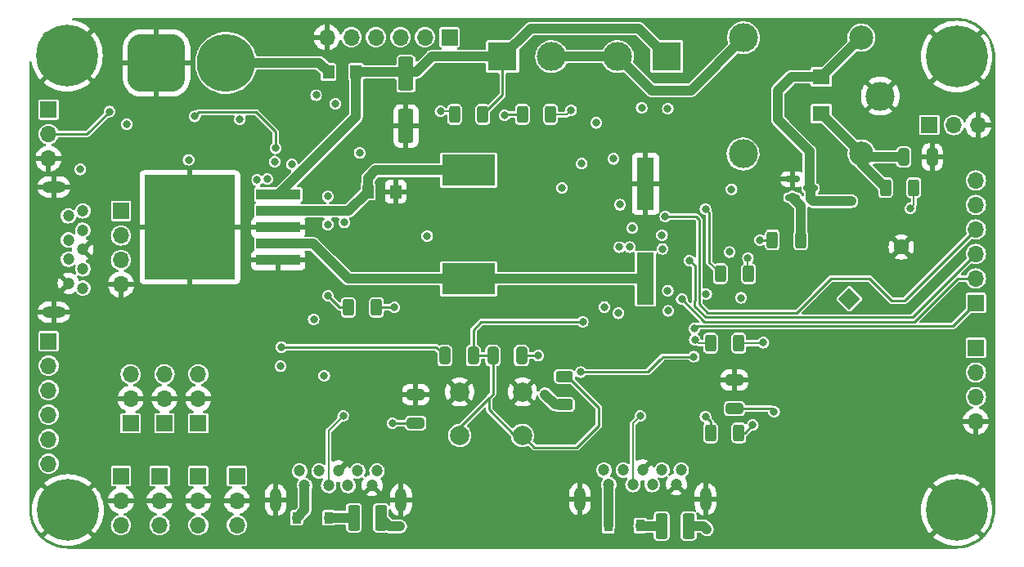
<source format=gbr>
%TF.GenerationSoftware,KiCad,Pcbnew,(6.0.2)*%
%TF.CreationDate,2022-05-29T08:20:39+05:30*%
%TF.ProjectId,AIO,41494f2e-6b69-4636-9164-5f7063625858,rev?*%
%TF.SameCoordinates,Original*%
%TF.FileFunction,Copper,L4,Bot*%
%TF.FilePolarity,Positive*%
%FSLAX46Y46*%
G04 Gerber Fmt 4.6, Leading zero omitted, Abs format (unit mm)*
G04 Created by KiCad (PCBNEW (6.0.2)) date 2022-05-29 08:20:39*
%MOMM*%
%LPD*%
G01*
G04 APERTURE LIST*
G04 Aperture macros list*
%AMRoundRect*
0 Rectangle with rounded corners*
0 $1 Rounding radius*
0 $2 $3 $4 $5 $6 $7 $8 $9 X,Y pos of 4 corners*
0 Add a 4 corners polygon primitive as box body*
4,1,4,$2,$3,$4,$5,$6,$7,$8,$9,$2,$3,0*
0 Add four circle primitives for the rounded corners*
1,1,$1+$1,$2,$3*
1,1,$1+$1,$4,$5*
1,1,$1+$1,$6,$7*
1,1,$1+$1,$8,$9*
0 Add four rect primitives between the rounded corners*
20,1,$1+$1,$2,$3,$4,$5,0*
20,1,$1+$1,$4,$5,$6,$7,0*
20,1,$1+$1,$6,$7,$8,$9,0*
20,1,$1+$1,$8,$9,$2,$3,0*%
%AMRotRect*
0 Rectangle, with rotation*
0 The origin of the aperture is its center*
0 $1 length*
0 $2 width*
0 $3 Rotation angle, in degrees counterclockwise*
0 Add horizontal line*
21,1,$1,$2,0,0,$3*%
G04 Aperture macros list end*
%TA.AperFunction,ComponentPad*%
%ADD10R,1.700000X1.700000*%
%TD*%
%TA.AperFunction,ComponentPad*%
%ADD11O,1.700000X1.700000*%
%TD*%
%TA.AperFunction,ComponentPad*%
%ADD12R,3.000000X3.000000*%
%TD*%
%TA.AperFunction,ComponentPad*%
%ADD13C,3.000000*%
%TD*%
%TA.AperFunction,ComponentPad*%
%ADD14RoundRect,1.500000X-1.500000X-1.500000X1.500000X-1.500000X1.500000X1.500000X-1.500000X1.500000X0*%
%TD*%
%TA.AperFunction,ComponentPad*%
%ADD15C,6.000000*%
%TD*%
%TA.AperFunction,ComponentPad*%
%ADD16C,2.000000*%
%TD*%
%TA.AperFunction,ComponentPad*%
%ADD17C,0.800000*%
%TD*%
%TA.AperFunction,ComponentPad*%
%ADD18C,6.400000*%
%TD*%
%TA.AperFunction,ComponentPad*%
%ADD19C,1.200000*%
%TD*%
%TA.AperFunction,ComponentPad*%
%ADD20O,2.400000X1.200000*%
%TD*%
%TA.AperFunction,ComponentPad*%
%ADD21RotRect,1.600000X1.600000X45.000000*%
%TD*%
%TA.AperFunction,ComponentPad*%
%ADD22C,1.600000*%
%TD*%
%TA.AperFunction,ComponentPad*%
%ADD23C,2.500000*%
%TD*%
%TA.AperFunction,ComponentPad*%
%ADD24O,1.200000X2.400000*%
%TD*%
%TA.AperFunction,SMDPad,CuDef*%
%ADD25RoundRect,0.250000X-0.375000X-1.075000X0.375000X-1.075000X0.375000X1.075000X-0.375000X1.075000X0*%
%TD*%
%TA.AperFunction,SMDPad,CuDef*%
%ADD26R,1.200000X1.400000*%
%TD*%
%TA.AperFunction,SMDPad,CuDef*%
%ADD27RoundRect,0.250000X0.325000X0.650000X-0.325000X0.650000X-0.325000X-0.650000X0.325000X-0.650000X0*%
%TD*%
%TA.AperFunction,SMDPad,CuDef*%
%ADD28RoundRect,0.250000X-0.325000X-0.650000X0.325000X-0.650000X0.325000X0.650000X-0.325000X0.650000X0*%
%TD*%
%TA.AperFunction,SMDPad,CuDef*%
%ADD29RoundRect,0.150000X-0.587500X-0.150000X0.587500X-0.150000X0.587500X0.150000X-0.587500X0.150000X0*%
%TD*%
%TA.AperFunction,SMDPad,CuDef*%
%ADD30R,4.600000X1.100000*%
%TD*%
%TA.AperFunction,SMDPad,CuDef*%
%ADD31R,9.400000X10.800000*%
%TD*%
%TA.AperFunction,SMDPad,CuDef*%
%ADD32RoundRect,0.250000X-0.312500X-0.625000X0.312500X-0.625000X0.312500X0.625000X-0.312500X0.625000X0*%
%TD*%
%TA.AperFunction,SMDPad,CuDef*%
%ADD33RoundRect,0.250000X-0.625000X0.312500X-0.625000X-0.312500X0.625000X-0.312500X0.625000X0.312500X0*%
%TD*%
%TA.AperFunction,SMDPad,CuDef*%
%ADD34RoundRect,0.250000X-0.650000X0.325000X-0.650000X-0.325000X0.650000X-0.325000X0.650000X0.325000X0*%
%TD*%
%TA.AperFunction,SMDPad,CuDef*%
%ADD35R,1.800000X5.400000*%
%TD*%
%TA.AperFunction,SMDPad,CuDef*%
%ADD36RoundRect,0.250000X0.312500X0.625000X-0.312500X0.625000X-0.312500X-0.625000X0.312500X-0.625000X0*%
%TD*%
%TA.AperFunction,SMDPad,CuDef*%
%ADD37RoundRect,0.250000X-0.550000X1.500000X-0.550000X-1.500000X0.550000X-1.500000X0.550000X1.500000X0*%
%TD*%
%TA.AperFunction,SMDPad,CuDef*%
%ADD38R,0.900000X1.200000*%
%TD*%
%TA.AperFunction,SMDPad,CuDef*%
%ADD39R,1.800000X1.600000*%
%TD*%
%TA.AperFunction,SMDPad,CuDef*%
%ADD40R,5.500000X3.250000*%
%TD*%
%TA.AperFunction,ViaPad*%
%ADD41C,0.800000*%
%TD*%
%TA.AperFunction,Conductor*%
%ADD42C,1.000000*%
%TD*%
%TA.AperFunction,Conductor*%
%ADD43C,0.250000*%
%TD*%
%TA.AperFunction,Conductor*%
%ADD44C,0.200000*%
%TD*%
G04 APERTURE END LIST*
D10*
%TO.P,J10,1,Pin_1*%
%TO.N,IR_6*%
X117500000Y-127475000D03*
D11*
%TO.P,J10,2,Pin_2*%
%TO.N,GND*%
X117500000Y-130015000D03*
%TO.P,J10,3,Pin_3*%
%TO.N,+5V*%
X117500000Y-132555000D03*
%TD*%
D12*
%TO.P,J3,1,Pin_1*%
%TO.N,+BATT*%
X149000000Y-84000000D03*
D13*
%TO.P,J3,2,Pin_2*%
%TO.N,Net-(J17-Pad2)*%
X154080000Y-84000000D03*
%TD*%
D10*
%TO.P,J6,1,Pin_1*%
%TO.N,IR_5*%
X113500000Y-127475000D03*
D11*
%TO.P,J6,2,Pin_2*%
%TO.N,GND*%
X113500000Y-130015000D03*
%TO.P,J6,3,Pin_3*%
%TO.N,+5V*%
X113500000Y-132555000D03*
%TD*%
D10*
%TO.P,J9,1,Pin_1*%
%TO.N,RX_1*%
X143500000Y-82000000D03*
D11*
%TO.P,J9,2,Pin_2*%
%TO.N,RX_2*%
X140960000Y-82000000D03*
%TO.P,J9,3,Pin_3*%
%TO.N,RX_3*%
X138420000Y-82000000D03*
%TO.P,J9,4,Pin_4*%
%TO.N,RX_4*%
X135880000Y-82000000D03*
%TO.P,J9,5,Pin_5*%
%TO.N,+5V*%
X133340000Y-82000000D03*
%TO.P,J9,6,Pin_6*%
%TO.N,GND*%
X130800000Y-82000000D03*
%TD*%
D14*
%TO.P,J5,1,Pin_1*%
%TO.N,GND*%
X113180000Y-84660000D03*
D15*
%TO.P,J5,2,Pin_2*%
%TO.N,Net-(J5-Pad2)*%
X120380000Y-84660000D03*
%TD*%
D16*
%TO.P,SW2,1,1*%
%TO.N,GND*%
X151050000Y-118750000D03*
X144550000Y-118750000D03*
%TO.P,SW2,2,2*%
%TO.N,RST*%
X151050000Y-123250000D03*
X144550000Y-123250000D03*
%TD*%
D17*
%TO.P,H4,1,1*%
%TO.N,GND*%
X194302944Y-132697056D03*
X194302944Y-129302944D03*
X196000000Y-128600000D03*
X198400000Y-131000000D03*
D18*
X196000000Y-131000000D03*
D17*
X197697056Y-129302944D03*
X197697056Y-132697056D03*
X193600000Y-131000000D03*
X196000000Y-133400000D03*
%TD*%
D10*
%TO.P,J18,1,Pin_1*%
%TO.N,SCL_3v3*%
X102000000Y-89500000D03*
D11*
%TO.P,J18,2,Pin_2*%
%TO.N,SDA_3v3*%
X102000000Y-92040000D03*
%TO.P,J18,3,Pin_3*%
%TO.N,GND*%
X102000000Y-94580000D03*
%TD*%
D17*
%TO.P,H3,1,1*%
%TO.N,GND*%
X105697056Y-129302944D03*
X104000000Y-128600000D03*
X101600000Y-131000000D03*
X104000000Y-133400000D03*
X102302944Y-129302944D03*
X102302944Y-132697056D03*
X105697056Y-132697056D03*
D18*
X104000000Y-131000000D03*
D17*
X106400000Y-131000000D03*
%TD*%
D19*
%TO.P,J1,1,VBUS*%
%TO.N,+5V*%
X104050000Y-100500000D03*
%TO.P,J1,2,D-*%
%TO.N,unconnected-(J1-Pad2)*%
X104050000Y-103000000D03*
%TO.P,J1,3,D+*%
%TO.N,unconnected-(J1-Pad3)*%
X104050000Y-105000000D03*
%TO.P,J1,4,GND*%
%TO.N,GND*%
X104050000Y-107500000D03*
%TO.P,J1,5,SSRX-*%
%TO.N,unconnected-(J1-Pad5)*%
X105550000Y-108000000D03*
%TO.P,J1,6,SSRX+*%
%TO.N,unconnected-(J1-Pad6)*%
X105550000Y-106000000D03*
%TO.P,J1,7,DRAIN*%
%TO.N,GND*%
X105550000Y-104000000D03*
%TO.P,J1,8,SSTX-*%
%TO.N,unconnected-(J1-Pad8)*%
X105550000Y-102000000D03*
%TO.P,J1,9,SSTX+*%
%TO.N,unconnected-(J1-Pad9)*%
X105550000Y-100000000D03*
D20*
%TO.P,J1,10,SHIELD*%
%TO.N,GND*%
X102550000Y-110500000D03*
X102550000Y-97500000D03*
%TD*%
D10*
%TO.P,J15,1,Pin_1*%
%TO.N,+5V*%
X198000000Y-114200000D03*
D11*
%TO.P,J15,2,Pin_2*%
%TO.N,trig*%
X198000000Y-116740000D03*
%TO.P,J15,3,Pin_3*%
%TO.N,Echo*%
X198000000Y-119280000D03*
%TO.P,J15,4,Pin_4*%
%TO.N,GND*%
X198000000Y-121820000D03*
%TD*%
D10*
%TO.P,J12,1,Pin_1*%
%TO.N,RW_ENA*%
X198000000Y-109540000D03*
D11*
%TO.P,J12,2,Pin_2*%
%TO.N,RW_IN1*%
X198000000Y-107000000D03*
%TO.P,J12,3,Pin_3*%
%TO.N,RW_IN2*%
X198000000Y-104460000D03*
%TO.P,J12,4,Pin_4*%
%TO.N,RW_IN3*%
X198000000Y-101920000D03*
%TO.P,J12,5,Pin_5*%
%TO.N,RW_IN4*%
X198000000Y-99380000D03*
%TO.P,J12,6,Pin_6*%
%TO.N,RW_ENB*%
X198000000Y-96840000D03*
%TD*%
D17*
%TO.P,H1,1,1*%
%TO.N,GND*%
X198400000Y-84000000D03*
X194302944Y-85697056D03*
X197697056Y-85697056D03*
X196000000Y-81600000D03*
D18*
X196000000Y-84000000D03*
D17*
X193600000Y-84000000D03*
X197697056Y-82302944D03*
X194302944Y-82302944D03*
X196000000Y-86400000D03*
%TD*%
D10*
%TO.P,J19,1,Pin_1*%
%TO.N,+5V*%
X109500000Y-100000000D03*
D11*
%TO.P,J19,2,Pin_2*%
%TO.N,SCL*%
X109500000Y-102540000D03*
%TO.P,J19,3,Pin_3*%
%TO.N,SDA*%
X109500000Y-105080000D03*
%TO.P,J19,4,Pin_4*%
%TO.N,GND*%
X109500000Y-107620000D03*
%TD*%
D10*
%TO.P,J14,1,Pin_1*%
%TO.N,IR_3*%
X117500000Y-122000000D03*
D11*
%TO.P,J14,2,Pin_2*%
%TO.N,GND*%
X117500000Y-119460000D03*
%TO.P,J14,3,Pin_3*%
%TO.N,+5V*%
X117500000Y-116920000D03*
%TD*%
D12*
%TO.P,J17,1,Pin_1*%
%TO.N,+BATT*%
X166000000Y-84000000D03*
D13*
%TO.P,J17,2,Pin_2*%
%TO.N,Net-(J17-Pad2)*%
X160920000Y-84000000D03*
%TD*%
D21*
%TO.P,BZ1,1,-*%
%TO.N,Net-(BZ1-Pad1)*%
X184900000Y-109100000D03*
D22*
%TO.P,BZ1,2,+*%
%TO.N,GND*%
X190274012Y-103725988D03*
%TD*%
D10*
%TO.P,J20,1,Pin_1*%
%TO.N,SRV*%
X193175000Y-91100000D03*
D11*
%TO.P,J20,2,Pin_2*%
%TO.N,+5V*%
X195715000Y-91100000D03*
%TO.P,J20,3,Pin_3*%
%TO.N,GND*%
X198255000Y-91100000D03*
%TD*%
D18*
%TO.P,H2,1,1*%
%TO.N,GND*%
X103900000Y-83900000D03*
D17*
X105597056Y-85597056D03*
X105597056Y-82202944D03*
X102202944Y-82202944D03*
X102202944Y-85597056D03*
X101500000Y-83900000D03*
X103900000Y-81500000D03*
X106300000Y-83900000D03*
X103900000Y-86300000D03*
%TD*%
D10*
%TO.P,J13,1,Pin_1*%
%TO.N,IR_7*%
X121500000Y-127475000D03*
D11*
%TO.P,J13,2,Pin_2*%
%TO.N,GND*%
X121500000Y-130015000D03*
%TO.P,J13,3,Pin_3*%
%TO.N,+5V*%
X121500000Y-132555000D03*
%TD*%
D10*
%TO.P,J16,1,Pin_1*%
%TO.N,IR_4*%
X109500000Y-127475000D03*
D11*
%TO.P,J16,2,Pin_2*%
%TO.N,GND*%
X109500000Y-130015000D03*
%TO.P,J16,3,Pin_3*%
%TO.N,+5V*%
X109500000Y-132555000D03*
%TD*%
D23*
%TO.P,K1,A1,A1*%
%TO.N,+5V*%
X186150000Y-94050000D03*
%TO.P,K1,A2,A2*%
%TO.N,Net-(D6-Pad2)*%
X186150000Y-82050000D03*
D13*
%TO.P,K1,COM,COM*%
%TO.N,GND*%
X188100000Y-88100000D03*
%TO.P,K1,NC,NC*%
%TO.N,unconnected-(K1-PadNC)*%
X173900000Y-94100000D03*
%TO.P,K1,NO,NO*%
%TO.N,Net-(J17-Pad2)*%
X173950000Y-82050000D03*
%TD*%
D10*
%TO.P,J11,1,Pin_1*%
%TO.N,IR_2*%
X114000000Y-122000000D03*
D11*
%TO.P,J11,2,Pin_2*%
%TO.N,GND*%
X114000000Y-119460000D03*
%TO.P,J11,3,Pin_3*%
%TO.N,+5V*%
X114000000Y-116920000D03*
%TD*%
D19*
%TO.P,J4,1,VBUS*%
%TO.N,Net-(D8-Pad2)*%
X128500000Y-128450000D03*
%TO.P,J4,2,D-*%
%TO.N,Net-(J4-Pad2)*%
X131000000Y-128450000D03*
%TO.P,J4,3,D+*%
%TO.N,Net-(J4-Pad3)*%
X133000000Y-128450000D03*
%TO.P,J4,4,GND*%
%TO.N,GND*%
X135500000Y-128450000D03*
%TO.P,J4,5,SSRX-*%
%TO.N,unconnected-(J4-Pad5)*%
X136000000Y-126950000D03*
%TO.P,J4,6,SSRX+*%
%TO.N,unconnected-(J4-Pad6)*%
X134000000Y-126950000D03*
%TO.P,J4,7,DRAIN*%
%TO.N,GND*%
X132000000Y-126950000D03*
%TO.P,J4,8,SSTX-*%
%TO.N,unconnected-(J4-Pad8)*%
X130000000Y-126950000D03*
%TO.P,J4,9,SSTX+*%
%TO.N,unconnected-(J4-Pad9)*%
X128000000Y-126950000D03*
D24*
%TO.P,J4,10,SHIELD*%
%TO.N,GND*%
X125500000Y-129950000D03*
X138500000Y-129950000D03*
%TD*%
D19*
%TO.P,J2,1,VBUS*%
%TO.N,Net-(D1-Pad2)*%
X160000000Y-128350000D03*
%TO.P,J2,2,D-*%
%TO.N,Net-(J2-Pad2)*%
X162500000Y-128350000D03*
%TO.P,J2,3,D+*%
%TO.N,Net-(J2-Pad3)*%
X164500000Y-128350000D03*
%TO.P,J2,4,GND*%
%TO.N,GND*%
X167000000Y-128350000D03*
%TO.P,J2,5,SSRX-*%
%TO.N,unconnected-(J2-Pad5)*%
X167500000Y-126850000D03*
%TO.P,J2,6,SSRX+*%
%TO.N,unconnected-(J2-Pad6)*%
X165500000Y-126850000D03*
%TO.P,J2,7,DRAIN*%
%TO.N,GND*%
X163500000Y-126850000D03*
%TO.P,J2,8,SSTX-*%
%TO.N,unconnected-(J2-Pad8)*%
X161500000Y-126850000D03*
%TO.P,J2,9,SSTX+*%
%TO.N,unconnected-(J2-Pad9)*%
X159500000Y-126850000D03*
D24*
%TO.P,J2,10,SHIELD*%
%TO.N,GND*%
X170000000Y-129850000D03*
X157000000Y-129850000D03*
%TD*%
D10*
%TO.P,J8,1,Pin_1*%
%TO.N,FW_ENA*%
X102000000Y-113500000D03*
D11*
%TO.P,J8,2,Pin_2*%
%TO.N,FW_IN1*%
X102000000Y-116040000D03*
%TO.P,J8,3,Pin_3*%
%TO.N,FW_IN2*%
X102000000Y-118580000D03*
%TO.P,J8,4,Pin_4*%
%TO.N,FW_IN3*%
X102000000Y-121120000D03*
%TO.P,J8,5,Pin_5*%
%TO.N,FW_IN4*%
X102000000Y-123660000D03*
%TO.P,J8,6,Pin_6*%
%TO.N,FW_ENB*%
X102000000Y-126200000D03*
%TD*%
D10*
%TO.P,J7,1,Pin_1*%
%TO.N,IR_1*%
X110500000Y-122000000D03*
D11*
%TO.P,J7,2,Pin_2*%
%TO.N,GND*%
X110500000Y-119460000D03*
%TO.P,J7,3,Pin_3*%
%TO.N,+5V*%
X110500000Y-116920000D03*
%TD*%
D25*
%TO.P,F2,1*%
%TO.N,Net-(D8-Pad1)*%
X133600000Y-131800000D03*
%TO.P,F2,2*%
%TO.N,+5V*%
X136400000Y-131800000D03*
%TD*%
D26*
%TO.P,D2,1,K*%
%TO.N,Net-(D2-Pad1)*%
X135075000Y-98000000D03*
%TO.P,D2,2,A*%
%TO.N,GND*%
X137925000Y-98000000D03*
%TD*%
D27*
%TO.P,C6,1*%
%TO.N,Net-(C6-Pad1)*%
X150950000Y-115000000D03*
%TO.P,C6,2*%
%TO.N,RST*%
X148000000Y-115000000D03*
%TD*%
D28*
%TO.P,C7,1*%
%TO.N,Net-(C7-Pad1)*%
X143025000Y-115000000D03*
%TO.P,C7,2*%
%TO.N,RST*%
X145975000Y-115000000D03*
%TD*%
D25*
%TO.P,F1,1*%
%TO.N,Net-(D1-Pad1)*%
X165450000Y-132650000D03*
%TO.P,F1,2*%
%TO.N,+5V*%
X168250000Y-132650000D03*
%TD*%
D29*
%TO.P,Q1,1,B*%
%TO.N,Net-(Q1-Pad1)*%
X179012500Y-98600000D03*
%TO.P,Q1,2,E*%
%TO.N,GND*%
X179012500Y-96700000D03*
%TO.P,Q1,3,C*%
%TO.N,Net-(D6-Pad2)*%
X180887500Y-97650000D03*
%TD*%
D28*
%TO.P,C3,1*%
%TO.N,+5V*%
X190525000Y-94400000D03*
%TO.P,C3,2*%
%TO.N,GND*%
X193475000Y-94400000D03*
%TD*%
D30*
%TO.P,U1,1,VIN*%
%TO.N,+BATT*%
X125775000Y-98300000D03*
%TO.P,U1,2,OUT*%
%TO.N,Net-(D2-Pad1)*%
X125775000Y-100000000D03*
%TO.P,U1,3,GND*%
%TO.N,GND*%
X125775000Y-101700000D03*
D31*
X116625000Y-101700000D03*
D30*
%TO.P,U1,4,FB*%
%TO.N,+5V*%
X125775000Y-103400000D03*
%TO.P,U1,5,~{ON}/OFF*%
%TO.N,GND*%
X125775000Y-105100000D03*
%TD*%
D32*
%TO.P,R3,1*%
%TO.N,+5V*%
X188637500Y-97575000D03*
%TO.P,R3,2*%
%TO.N,Net-(D7-Pad2)*%
X191562500Y-97575000D03*
%TD*%
%TO.P,R5,1*%
%TO.N,Net-(D9-Pad2)*%
X170537500Y-113700000D03*
%TO.P,R5,2*%
%TO.N,+5V*%
X173462500Y-113700000D03*
%TD*%
D33*
%TO.P,R17,1*%
%TO.N,RST*%
X155400000Y-117137500D03*
%TO.P,R17,2*%
%TO.N,+5V*%
X155400000Y-120062500D03*
%TD*%
D32*
%TO.P,R1,1*%
%TO.N,Net-(D4-Pad2)*%
X144037500Y-90000000D03*
%TO.P,R1,2*%
%TO.N,+BATT*%
X146962500Y-90000000D03*
%TD*%
D34*
%TO.P,C5,1*%
%TO.N,GND*%
X173000000Y-117525000D03*
%TO.P,C5,2*%
%TO.N,+3V3*%
X173000000Y-120475000D03*
%TD*%
D35*
%TO.P,C2,1*%
%TO.N,+5V*%
X163800000Y-107000000D03*
%TO.P,C2,2*%
%TO.N,GND*%
X163800000Y-97200000D03*
%TD*%
D36*
%TO.P,R4,1*%
%TO.N,Net-(Q1-Pad1)*%
X179862500Y-103000000D03*
%TO.P,R4,2*%
%TO.N,kill_switch*%
X176937500Y-103000000D03*
%TD*%
D34*
%TO.P,C4,1*%
%TO.N,GND*%
X140000000Y-119025000D03*
%TO.P,C4,2*%
%TO.N,+3V3*%
X140000000Y-121975000D03*
%TD*%
D36*
%TO.P,R2,1*%
%TO.N,Net-(D5-Pad2)*%
X153962500Y-90000000D03*
%TO.P,R2,2*%
%TO.N,+5V*%
X151037500Y-90000000D03*
%TD*%
%TO.P,R16,1*%
%TO.N,Net-(D13-Pad2)*%
X135962500Y-110000000D03*
%TO.P,R16,2*%
%TO.N,Stat_led_S*%
X133037500Y-110000000D03*
%TD*%
D37*
%TO.P,C1,1*%
%TO.N,+BATT*%
X139000000Y-85800000D03*
%TO.P,C1,2*%
%TO.N,GND*%
X139000000Y-91200000D03*
%TD*%
D26*
%TO.P,D3,1,K*%
%TO.N,+BATT*%
X133825000Y-85600000D03*
%TO.P,D3,2,A*%
%TO.N,Net-(J5-Pad2)*%
X130975000Y-85600000D03*
%TD*%
D38*
%TO.P,D1,1,K*%
%TO.N,Net-(D1-Pad1)*%
X163250000Y-132600000D03*
%TO.P,D1,2,A*%
%TO.N,Net-(D1-Pad2)*%
X159950000Y-132600000D03*
%TD*%
D36*
%TO.P,R18,1*%
%TO.N,Net-(D14-Pad2)*%
X174462500Y-106500000D03*
%TO.P,R18,2*%
%TO.N,Stat_led_D*%
X171537500Y-106500000D03*
%TD*%
D39*
%TO.P,D6,1,K*%
%TO.N,+5V*%
X182000000Y-89900000D03*
%TO.P,D6,2,A*%
%TO.N,Net-(D6-Pad2)*%
X182000000Y-86100000D03*
%TD*%
D38*
%TO.P,D8,1,K*%
%TO.N,Net-(D8-Pad1)*%
X131000000Y-131800000D03*
%TO.P,D8,2,A*%
%TO.N,Net-(D8-Pad2)*%
X127700000Y-131800000D03*
%TD*%
D40*
%TO.P,L1,1*%
%TO.N,Net-(D2-Pad1)*%
X145500000Y-95775000D03*
%TO.P,L1,2*%
%TO.N,+5V*%
X145500000Y-107025000D03*
%TD*%
D36*
%TO.P,R7,1*%
%TO.N,Net-(D11-Pad2)*%
X173462500Y-123000000D03*
%TO.P,R7,2*%
%TO.N,+5V*%
X170537500Y-123000000D03*
%TD*%
D41*
%TO.N,+5V*%
X170074500Y-108610000D03*
X153400000Y-119000000D03*
X125400000Y-94900000D03*
X170000000Y-121300000D03*
X149200000Y-90100000D03*
X132600000Y-101200000D03*
X130537011Y-117062989D03*
X157225000Y-107025000D03*
X134825000Y-107025000D03*
X139525000Y-107025000D03*
X162425489Y-101774511D03*
X176000000Y-113650000D03*
X138400000Y-132700000D03*
X170150000Y-133000000D03*
%TO.N,+3V3*%
X105300000Y-95700000D03*
X177100000Y-120800000D03*
X116500000Y-94700000D03*
X110100000Y-91000000D03*
X137600000Y-122000000D03*
%TO.N,Net-(C6-Pad1)*%
X152700000Y-115000000D03*
%TO.N,RST*%
X157300000Y-111500000D03*
X130900000Y-98500000D03*
X161150000Y-99350000D03*
%TO.N,Net-(C7-Pad1)*%
X126100000Y-114100000D03*
%TO.N,Net-(D4-Pad2)*%
X142575000Y-89675000D03*
%TO.N,Net-(D5-Pad2)*%
X156100000Y-89550000D03*
%TO.N,Net-(D6-Pad2)*%
X184925000Y-99050000D03*
%TO.N,Net-(D7-Pad2)*%
X191200000Y-99750000D03*
%TO.N,Net-(D9-Pad2)*%
X168900000Y-113350000D03*
%TO.N,Net-(D11-Pad2)*%
X174900000Y-122200000D03*
%TO.N,Net-(D13-Pad2)*%
X137800000Y-110000000D03*
%TO.N,Net-(D14-Pad2)*%
X174400000Y-104900000D03*
%TO.N,Net-(J2-Pad2)*%
X163250000Y-121250000D03*
%TO.N,Net-(J4-Pad2)*%
X132500000Y-121250000D03*
%TO.N,IR_1*%
X127174606Y-95174606D03*
%TO.N,FW_ENA*%
X158700000Y-90875500D03*
%TO.N,FW_IN1*%
X160500000Y-94600000D03*
%TO.N,FW_IN2*%
X157200000Y-95100000D03*
%TO.N,FW_IN3*%
X162150000Y-103750000D03*
X155150000Y-97600000D03*
%TO.N,FW_IN4*%
X161000000Y-110600000D03*
%TO.N,FW_ENB*%
X159550000Y-109950000D03*
%TO.N,IR_2*%
X124650989Y-96700000D03*
%TO.N,RW_ENA*%
X161100000Y-103750000D03*
X168850000Y-112200978D03*
%TO.N,RW_IN1*%
X167550000Y-109152956D03*
%TO.N,RW_IN2*%
X168340000Y-105130000D03*
%TO.N,RW_IN3*%
X165850000Y-100575000D03*
%TO.N,RW_IN4*%
X165500000Y-102500000D03*
%TO.N,RW_ENB*%
X166150000Y-110350000D03*
%TO.N,IR_3*%
X123600000Y-96800000D03*
%TO.N,trig*%
X130900000Y-101400000D03*
%TO.N,Echo*%
X141200000Y-102600000D03*
%TO.N,SDA_3v3*%
X108300000Y-89700000D03*
%TO.N,SDA*%
X166100000Y-89400000D03*
X121800000Y-90500000D03*
X129700000Y-88000000D03*
%TO.N,SCL*%
X163400000Y-89300000D03*
X117150000Y-90199989D03*
X125500000Y-93500000D03*
%TO.N,kill_switch*%
X175659482Y-103015712D03*
%TO.N,RX_D*%
X172700000Y-97750000D03*
X172516809Y-104258593D03*
%TO.N,TX_D*%
X173706246Y-109006246D03*
X157100000Y-116700000D03*
X168800000Y-115100000D03*
%TO.N,RX_S*%
X134200000Y-94000000D03*
X129450000Y-111250000D03*
%TO.N,TX_S*%
X126000000Y-116100000D03*
X131700000Y-88900000D03*
%TO.N,Stat_led_S*%
X130950000Y-108800000D03*
%TO.N,Stat_led_D*%
X170000000Y-99800000D03*
%TO.N,SRV*%
X165550000Y-103930000D03*
%TO.N,Net-(BZ1-Pad1)*%
X166100000Y-108250000D03*
%TD*%
D42*
%TO.N,Net-(J5-Pad2)*%
X130035000Y-84660000D02*
X130975000Y-85600000D01*
X120380000Y-84660000D02*
X130035000Y-84660000D01*
%TO.N,+BATT*%
X151900000Y-81100000D02*
X163100000Y-81100000D01*
X133825000Y-90250000D02*
X125775000Y-98300000D01*
X133825000Y-85600000D02*
X140100000Y-85600000D01*
X163100000Y-81100000D02*
X166000000Y-84000000D01*
D43*
X149000000Y-87962500D02*
X146962500Y-90000000D01*
D42*
X141700000Y-84000000D02*
X149000000Y-84000000D01*
X133825000Y-85600000D02*
X133825000Y-90250000D01*
X149000000Y-84000000D02*
X151900000Y-81100000D01*
X140100000Y-85600000D02*
X141700000Y-84000000D01*
D43*
X149000000Y-84000000D02*
X149000000Y-87962500D01*
D42*
%TO.N,+5V*%
X129400000Y-103400000D02*
X128400000Y-103400000D01*
D43*
X170537500Y-123000000D02*
X170537500Y-121837500D01*
D42*
X136400000Y-131800000D02*
X137300000Y-132700000D01*
X163775000Y-107025000D02*
X163800000Y-107000000D01*
X168250000Y-132650000D02*
X169800000Y-132650000D01*
D44*
X173462500Y-113700000D02*
X175950000Y-113700000D01*
D42*
X169800000Y-132650000D02*
X170150000Y-133000000D01*
X154462500Y-120062500D02*
X153400000Y-119000000D01*
D43*
X151037500Y-90000000D02*
X149300000Y-90000000D01*
D42*
X147400000Y-107025000D02*
X150125000Y-107025000D01*
D43*
X170537500Y-121837500D02*
X170000000Y-121300000D01*
D42*
X147400000Y-107025000D02*
X139525000Y-107025000D01*
X157225000Y-107025000D02*
X163775000Y-107025000D01*
X155400000Y-120062500D02*
X154462500Y-120062500D01*
D43*
X149300000Y-90000000D02*
X149200000Y-90100000D01*
D42*
X182000000Y-89900000D02*
X186150000Y-94050000D01*
X128400000Y-103400000D02*
X125775000Y-103400000D01*
X186500000Y-94400000D02*
X186150000Y-94050000D01*
X156775000Y-107025000D02*
X157225000Y-107025000D01*
X133025000Y-107025000D02*
X129400000Y-103400000D01*
X137300000Y-132700000D02*
X138400000Y-132700000D01*
X134825000Y-107025000D02*
X133025000Y-107025000D01*
X139525000Y-107025000D02*
X134825000Y-107025000D01*
X186150000Y-95087500D02*
X188637500Y-97575000D01*
X150125000Y-107025000D02*
X156775000Y-107025000D01*
X186150000Y-94050000D02*
X186150000Y-95087500D01*
X190525000Y-94400000D02*
X186500000Y-94400000D01*
D43*
%TO.N,+3V3*%
X139975000Y-122000000D02*
X140000000Y-121975000D01*
X137600000Y-122000000D02*
X139975000Y-122000000D01*
X173000000Y-120475000D02*
X176775000Y-120475000D01*
X176775000Y-120475000D02*
X177100000Y-120800000D01*
%TO.N,Net-(C6-Pad1)*%
X152700000Y-115000000D02*
X150950000Y-115000000D01*
%TO.N,RST*%
X158950000Y-120350000D02*
X155737500Y-117137500D01*
X147600000Y-119400000D02*
X143750000Y-123250000D01*
X156700000Y-124500000D02*
X158950000Y-122250000D01*
X147600000Y-120600000D02*
X147600000Y-119400000D01*
X155737500Y-117137500D02*
X155400000Y-117137500D01*
X158950000Y-122250000D02*
X158950000Y-120350000D01*
X145975000Y-112325000D02*
X146800000Y-111500000D01*
X152300000Y-124500000D02*
X156700000Y-124500000D01*
X151050000Y-123250000D02*
X152300000Y-124500000D01*
X146800000Y-111500000D02*
X157300000Y-111500000D01*
X145975000Y-115000000D02*
X145975000Y-112325000D01*
X145975000Y-115000000D02*
X148000000Y-115000000D01*
X150250000Y-123250000D02*
X147600000Y-120600000D01*
X148000000Y-119000000D02*
X147600000Y-119400000D01*
X148000000Y-115000000D02*
X148000000Y-119000000D01*
%TO.N,Net-(C7-Pad1)*%
X143025000Y-115000000D02*
X142125000Y-114100000D01*
X142125000Y-114100000D02*
X126100000Y-114100000D01*
D42*
%TO.N,Net-(D2-Pad1)*%
X135875000Y-95775000D02*
X145500000Y-95775000D01*
X135075000Y-96575000D02*
X135875000Y-95775000D01*
X133075000Y-100000000D02*
X135075000Y-98000000D01*
X135075000Y-98000000D02*
X135075000Y-96575000D01*
X125775000Y-100000000D02*
X133075000Y-100000000D01*
%TO.N,Net-(D1-Pad2)*%
X159950000Y-132600000D02*
X159950000Y-128400000D01*
X159950000Y-128400000D02*
X160000000Y-128350000D01*
D44*
%TO.N,Net-(D4-Pad2)*%
X142575000Y-89675000D02*
X143712500Y-89675000D01*
X143712500Y-89675000D02*
X144037500Y-90000000D01*
%TO.N,Net-(D5-Pad2)*%
X156100000Y-89550000D02*
X155650000Y-90000000D01*
X155650000Y-90000000D02*
X153962500Y-90000000D01*
D42*
%TO.N,Net-(D6-Pad2)*%
X185100000Y-99000000D02*
X181130000Y-99000000D01*
X180770000Y-97532500D02*
X180887500Y-97650000D01*
X180770000Y-93770000D02*
X180770000Y-97532500D01*
X180770000Y-93770000D02*
X177500000Y-90500000D01*
X186150000Y-82050000D02*
X186050000Y-82050000D01*
X186050000Y-82050000D02*
X182000000Y-86100000D01*
X177500000Y-87500000D02*
X178900000Y-86100000D01*
X180887500Y-98757500D02*
X181130000Y-99000000D01*
X177500000Y-90500000D02*
X177500000Y-87500000D01*
X178900000Y-86100000D02*
X182000000Y-86100000D01*
X180887500Y-97650000D02*
X180887500Y-98757500D01*
D44*
%TO.N,Net-(D7-Pad2)*%
X191562500Y-99387500D02*
X191200000Y-99750000D01*
X191562500Y-97575000D02*
X191562500Y-99387500D01*
D42*
%TO.N,Net-(D8-Pad2)*%
X128500000Y-131000000D02*
X127700000Y-131800000D01*
X128500000Y-128450000D02*
X128500000Y-131000000D01*
D44*
%TO.N,Net-(D9-Pad2)*%
X169250000Y-113700000D02*
X168900000Y-113350000D01*
X170537500Y-113700000D02*
X169250000Y-113700000D01*
D43*
%TO.N,Net-(D11-Pad2)*%
X173462500Y-123000000D02*
X174100000Y-123000000D01*
X174100000Y-123000000D02*
X174900000Y-122200000D01*
%TO.N,Net-(D13-Pad2)*%
X135962500Y-110000000D02*
X137800000Y-110000000D01*
D44*
%TO.N,Net-(D14-Pad2)*%
X174400000Y-106437500D02*
X174462500Y-106500000D01*
X174400000Y-104900000D02*
X174400000Y-106437500D01*
%TO.N,Net-(J2-Pad2)*%
X162500000Y-122000000D02*
X163250000Y-121250000D01*
X162500000Y-128350000D02*
X162500000Y-122000000D01*
D42*
%TO.N,Net-(J17-Pad2)*%
X160920000Y-84000000D02*
X164420000Y-87500000D01*
X168500000Y-87500000D02*
X173950000Y-82050000D01*
X154080000Y-84000000D02*
X160920000Y-84000000D01*
X164420000Y-87500000D02*
X168500000Y-87500000D01*
D44*
%TO.N,Net-(J4-Pad2)*%
X131000000Y-128450000D02*
X131000000Y-122750000D01*
X131000000Y-122750000D02*
X132500000Y-121250000D01*
D43*
%TO.N,RW_ENA*%
X169124980Y-111925998D02*
X168850000Y-112200978D01*
X198000000Y-109540000D02*
X195614002Y-111925998D01*
X195614002Y-111925998D02*
X171924002Y-111925998D01*
X171924002Y-111925998D02*
X169124980Y-111925998D01*
%TO.N,RW_IN1*%
X198000000Y-107000000D02*
X196095718Y-107000000D01*
X196095718Y-107000000D02*
X191619239Y-111476478D01*
X169873522Y-111476478D02*
X167550000Y-109152956D01*
X191619239Y-111476478D02*
X169873522Y-111476478D01*
%TO.N,RW_IN2*%
X168900480Y-105690480D02*
X168900480Y-109330000D01*
X168900480Y-109330000D02*
X168891381Y-109339099D01*
X170059720Y-111026958D02*
X191433042Y-111026958D01*
X168891381Y-109339099D02*
X168891381Y-109858619D01*
X191433042Y-111026958D02*
X198000000Y-104460000D01*
X168340000Y-105130000D02*
X168900480Y-105690480D01*
X168891381Y-109858619D02*
X170059720Y-111026958D01*
%TO.N,RW_IN3*%
X190620000Y-109300000D02*
X189300000Y-109300000D01*
X189300000Y-109300000D02*
X187000000Y-107000000D01*
X179422562Y-110577438D02*
X170245918Y-110577438D01*
X187000000Y-107000000D02*
X183000000Y-107000000D01*
X169350000Y-109663322D02*
X169350000Y-102750000D01*
X169000000Y-100575000D02*
X165850000Y-100575000D01*
X198000000Y-101920000D02*
X190620000Y-109300000D01*
X169349520Y-102749520D02*
X169349520Y-102499520D01*
X169349520Y-100924520D02*
X169000000Y-100575000D01*
X169350000Y-102750000D02*
X169349520Y-102749520D01*
X169349520Y-102499520D02*
X169349520Y-100924520D01*
X170245918Y-110577438D02*
X169340901Y-109672421D01*
X183000000Y-107000000D02*
X179422562Y-110577438D01*
%TO.N,SDA_3v3*%
X105960000Y-92040000D02*
X108300000Y-89700000D01*
X102000000Y-92040000D02*
X105960000Y-92040000D01*
%TO.N,SCL*%
X123475489Y-89775489D02*
X117574500Y-89775489D01*
X125500000Y-93500000D02*
X125500000Y-91800000D01*
X125500000Y-91800000D02*
X123475489Y-89775489D01*
X117574500Y-89775489D02*
X117150000Y-90199989D01*
%TO.N,kill_switch*%
X175659482Y-103015712D02*
X176921788Y-103015712D01*
%TO.N,TX_D*%
X157100000Y-116700000D02*
X164000000Y-116700000D01*
X165325000Y-115375000D02*
X165600000Y-115100000D01*
X165600000Y-115100000D02*
X168800000Y-115100000D01*
X164000000Y-116700000D02*
X165325000Y-115375000D01*
%TO.N,Stat_led_S*%
X132150000Y-110000000D02*
X130950000Y-108800000D01*
X133037500Y-110000000D02*
X132150000Y-110000000D01*
D42*
%TO.N,Net-(Q1-Pad1)*%
X179862500Y-99450000D02*
X179012500Y-98600000D01*
X179862500Y-103000000D02*
X179862500Y-99450000D01*
D43*
%TO.N,Stat_led_D*%
X170400000Y-100200000D02*
X170000000Y-99800000D01*
D44*
X171537500Y-106500000D02*
X170443750Y-105406250D01*
D43*
X170400000Y-105362500D02*
X170400000Y-100200000D01*
X170443750Y-105406250D02*
X170400000Y-105362500D01*
D42*
%TO.N,Net-(D1-Pad1)*%
X163300000Y-132650000D02*
X163250000Y-132600000D01*
X165450000Y-132650000D02*
X163300000Y-132650000D01*
%TO.N,Net-(D8-Pad1)*%
X131000000Y-131800000D02*
X133600000Y-131800000D01*
%TD*%
%TA.AperFunction,Conductor*%
%TO.N,GND*%
G36*
X195997083Y-80000500D02*
G01*
X196002900Y-80000634D01*
X196033672Y-80002057D01*
X196172757Y-80008487D01*
X196173104Y-80008504D01*
X196369673Y-80018161D01*
X196380897Y-80019217D01*
X196434372Y-80026676D01*
X196562906Y-80044606D01*
X196563766Y-80044730D01*
X196641186Y-80056214D01*
X196747155Y-80071934D01*
X196757514Y-80073917D01*
X196938439Y-80116470D01*
X196940206Y-80116899D01*
X197117770Y-80161376D01*
X197127197Y-80164132D01*
X197304328Y-80223500D01*
X197306699Y-80224321D01*
X197478169Y-80285674D01*
X197486585Y-80289033D01*
X197657987Y-80364714D01*
X197660909Y-80366050D01*
X197713868Y-80391098D01*
X197825048Y-80443683D01*
X197832487Y-80447509D01*
X197996377Y-80538795D01*
X197999842Y-80540797D01*
X198155297Y-80633974D01*
X198161727Y-80638098D01*
X198316665Y-80744233D01*
X198320515Y-80746978D01*
X198387140Y-80796389D01*
X198465957Y-80854844D01*
X198471354Y-80859081D01*
X198615926Y-80979131D01*
X198620017Y-80982681D01*
X198709455Y-81063743D01*
X198754163Y-81104264D01*
X198758641Y-81108529D01*
X198891471Y-81241359D01*
X198895736Y-81245837D01*
X199017319Y-81379983D01*
X199020869Y-81384074D01*
X199140919Y-81528646D01*
X199145156Y-81534043D01*
X199188370Y-81592310D01*
X199253022Y-81679485D01*
X199255767Y-81683335D01*
X199361902Y-81838273D01*
X199366026Y-81844703D01*
X199459203Y-82000158D01*
X199461205Y-82003623D01*
X199552491Y-82167513D01*
X199556317Y-82174952D01*
X199602723Y-82273068D01*
X199630040Y-82330823D01*
X199633937Y-82339063D01*
X199635286Y-82342013D01*
X199710967Y-82513415D01*
X199714326Y-82521831D01*
X199770191Y-82677964D01*
X199775673Y-82693284D01*
X199776506Y-82695690D01*
X199835868Y-82872803D01*
X199838624Y-82882230D01*
X199883101Y-83059794D01*
X199883530Y-83061561D01*
X199926083Y-83242486D01*
X199928066Y-83252845D01*
X199940036Y-83333534D01*
X199954650Y-83432050D01*
X199955253Y-83436116D01*
X199955394Y-83437093D01*
X199960587Y-83474321D01*
X199980783Y-83619103D01*
X199981839Y-83630327D01*
X199991496Y-83826896D01*
X199991512Y-83827222D01*
X199995165Y-83906242D01*
X199999366Y-83997099D01*
X199999500Y-84002918D01*
X199999500Y-130997082D01*
X199999366Y-131002901D01*
X199991514Y-131172740D01*
X199991496Y-131173104D01*
X199981839Y-131369673D01*
X199980783Y-131380897D01*
X199978799Y-131395120D01*
X199955938Y-131559010D01*
X199955409Y-131562802D01*
X199955270Y-131563766D01*
X199949331Y-131603806D01*
X199928066Y-131747155D01*
X199926083Y-131757514D01*
X199883530Y-131938439D01*
X199883101Y-131940206D01*
X199838624Y-132117770D01*
X199835868Y-132127197D01*
X199776506Y-132304310D01*
X199775679Y-132306699D01*
X199714326Y-132478169D01*
X199710967Y-132486585D01*
X199635299Y-132657958D01*
X199633937Y-132660937D01*
X199556317Y-132825048D01*
X199552491Y-132832487D01*
X199461205Y-132996377D01*
X199459203Y-132999842D01*
X199366026Y-133155297D01*
X199361902Y-133161727D01*
X199255767Y-133316665D01*
X199253022Y-133320515D01*
X199205593Y-133384467D01*
X199145156Y-133465957D01*
X199140919Y-133471354D01*
X199020869Y-133615926D01*
X199017319Y-133620017D01*
X198967721Y-133674740D01*
X198895736Y-133754163D01*
X198891471Y-133758641D01*
X198758641Y-133891471D01*
X198754163Y-133895736D01*
X198620017Y-134017319D01*
X198615926Y-134020869D01*
X198471354Y-134140919D01*
X198465957Y-134145156D01*
X198425043Y-134175500D01*
X198320515Y-134253022D01*
X198316665Y-134255767D01*
X198161727Y-134361902D01*
X198155297Y-134366026D01*
X197999842Y-134459203D01*
X197996377Y-134461205D01*
X197832487Y-134552491D01*
X197825048Y-134556317D01*
X197718583Y-134606672D01*
X197660909Y-134633950D01*
X197657987Y-134635286D01*
X197486585Y-134710967D01*
X197478169Y-134714326D01*
X197306699Y-134775679D01*
X197304328Y-134776500D01*
X197186966Y-134815836D01*
X197127197Y-134835868D01*
X197117770Y-134838624D01*
X196940206Y-134883101D01*
X196938439Y-134883530D01*
X196757514Y-134926083D01*
X196747155Y-134928066D01*
X196641186Y-134943786D01*
X196563766Y-134955270D01*
X196562906Y-134955394D01*
X196434372Y-134973324D01*
X196380897Y-134980783D01*
X196369673Y-134981839D01*
X196175940Y-134991357D01*
X196172762Y-134991513D01*
X196002901Y-134999366D01*
X195997082Y-134999500D01*
X104002918Y-134999500D01*
X103997099Y-134999366D01*
X103827238Y-134991513D01*
X103824060Y-134991357D01*
X103630327Y-134981839D01*
X103619103Y-134980783D01*
X103565628Y-134973324D01*
X103437094Y-134955394D01*
X103436234Y-134955270D01*
X103358814Y-134943786D01*
X103252845Y-134928066D01*
X103242486Y-134926083D01*
X103061561Y-134883530D01*
X103059794Y-134883101D01*
X102882230Y-134838624D01*
X102872803Y-134835868D01*
X102813034Y-134815836D01*
X102695672Y-134776500D01*
X102693301Y-134775679D01*
X102521831Y-134714326D01*
X102513415Y-134710967D01*
X102342013Y-134635286D01*
X102339091Y-134633950D01*
X102281417Y-134606672D01*
X102174952Y-134556317D01*
X102167513Y-134552491D01*
X102003623Y-134461205D01*
X102000158Y-134459203D01*
X101844703Y-134366026D01*
X101838273Y-134361902D01*
X101683335Y-134255767D01*
X101679485Y-134253022D01*
X101574957Y-134175500D01*
X101534043Y-134145156D01*
X101528646Y-134140919D01*
X101384074Y-134020869D01*
X101379983Y-134017319D01*
X101245837Y-133895736D01*
X101241359Y-133891471D01*
X101147274Y-133797386D01*
X101567759Y-133797386D01*
X101575216Y-133807753D01*
X101814935Y-134001874D01*
X101820272Y-134005751D01*
X102140685Y-134213830D01*
X102146394Y-134217127D01*
X102486811Y-134390578D01*
X102492836Y-134393260D01*
X102849502Y-134530171D01*
X102855784Y-134532212D01*
X103224816Y-134631094D01*
X103231266Y-134632465D01*
X103608629Y-134692234D01*
X103615167Y-134692920D01*
X103996699Y-134712916D01*
X104003301Y-134712916D01*
X104384833Y-134692920D01*
X104391371Y-134692234D01*
X104768734Y-134632465D01*
X104775184Y-134631094D01*
X105144216Y-134532212D01*
X105150498Y-134530171D01*
X105507164Y-134393260D01*
X105513189Y-134390578D01*
X105853606Y-134217127D01*
X105859315Y-134213830D01*
X106179728Y-134005751D01*
X106185065Y-134001874D01*
X106423835Y-133808522D01*
X106432300Y-133796267D01*
X106425966Y-133785176D01*
X104012812Y-131372022D01*
X103998868Y-131364408D01*
X103997035Y-131364539D01*
X103990420Y-131368790D01*
X101574900Y-133784310D01*
X101567759Y-133797386D01*
X101147274Y-133797386D01*
X101108529Y-133758641D01*
X101104264Y-133754163D01*
X101032279Y-133674740D01*
X100982681Y-133620017D01*
X100979131Y-133615926D01*
X100859081Y-133471354D01*
X100854844Y-133465957D01*
X100794407Y-133384467D01*
X100746978Y-133320515D01*
X100744233Y-133316665D01*
X100638098Y-133161727D01*
X100633974Y-133155297D01*
X100540797Y-132999842D01*
X100538795Y-132996377D01*
X100447509Y-132832487D01*
X100443683Y-132825048D01*
X100366063Y-132660937D01*
X100364701Y-132657958D01*
X100289033Y-132486585D01*
X100285674Y-132478169D01*
X100224321Y-132306699D01*
X100223494Y-132304310D01*
X100164132Y-132127197D01*
X100161376Y-132117770D01*
X100116899Y-131940206D01*
X100116470Y-131938439D01*
X100073917Y-131757514D01*
X100071934Y-131747155D01*
X100050669Y-131603806D01*
X100044730Y-131563766D01*
X100044591Y-131562802D01*
X100044063Y-131559010D01*
X100021201Y-131395120D01*
X100019217Y-131380897D01*
X100018161Y-131369673D01*
X100008504Y-131173104D01*
X100008486Y-131172740D01*
X100000652Y-131003301D01*
X100287084Y-131003301D01*
X100307080Y-131384833D01*
X100307766Y-131391371D01*
X100367535Y-131768734D01*
X100368906Y-131775184D01*
X100467788Y-132144216D01*
X100469829Y-132150498D01*
X100606740Y-132507164D01*
X100609422Y-132513189D01*
X100782872Y-132853603D01*
X100786169Y-132859313D01*
X100994253Y-133179735D01*
X100998123Y-133185061D01*
X101191478Y-133423835D01*
X101203733Y-133432300D01*
X101214824Y-133425966D01*
X103627978Y-131012812D01*
X103634356Y-131001132D01*
X104364408Y-131001132D01*
X104364539Y-131002965D01*
X104368790Y-131009580D01*
X106784310Y-133425100D01*
X106797386Y-133432241D01*
X106807753Y-133424784D01*
X107001877Y-133185061D01*
X107005747Y-133179735D01*
X107213831Y-132859313D01*
X107217128Y-132853603D01*
X107390578Y-132513189D01*
X107393260Y-132507164D01*
X107530171Y-132150498D01*
X107532212Y-132144216D01*
X107631094Y-131775184D01*
X107632465Y-131768734D01*
X107692234Y-131391371D01*
X107692920Y-131384833D01*
X107712916Y-131003301D01*
X107712916Y-130996699D01*
X107692920Y-130615167D01*
X107692234Y-130608629D01*
X107640654Y-130282966D01*
X108168257Y-130282966D01*
X108198565Y-130417446D01*
X108201645Y-130427275D01*
X108281770Y-130624603D01*
X108286413Y-130633794D01*
X108397694Y-130815388D01*
X108403777Y-130823699D01*
X108543213Y-130984667D01*
X108550580Y-130991883D01*
X108714434Y-131127916D01*
X108722881Y-131133831D01*
X108906756Y-131241279D01*
X108916042Y-131245729D01*
X109115001Y-131321703D01*
X109129866Y-131326022D01*
X109129289Y-131328008D01*
X109184260Y-131357082D01*
X109219110Y-131418936D01*
X109214988Y-131489813D01*
X109173201Y-131547209D01*
X109131930Y-131568228D01*
X109110489Y-131574538D01*
X109110484Y-131574540D01*
X109104572Y-131576280D01*
X109099107Y-131579137D01*
X109088223Y-131584827D01*
X108922002Y-131671726D01*
X108917201Y-131675586D01*
X108917198Y-131675588D01*
X108766254Y-131796950D01*
X108761447Y-131800815D01*
X108629024Y-131958630D01*
X108626056Y-131964028D01*
X108626053Y-131964033D01*
X108549518Y-132103251D01*
X108529776Y-132139162D01*
X108467484Y-132335532D01*
X108466798Y-132341649D01*
X108466797Y-132341653D01*
X108447557Y-132513189D01*
X108444520Y-132540262D01*
X108445036Y-132546406D01*
X108453266Y-132644408D01*
X108461759Y-132745553D01*
X108463458Y-132751478D01*
X108502435Y-132887406D01*
X108518544Y-132943586D01*
X108521359Y-132949063D01*
X108521360Y-132949066D01*
X108592857Y-133088184D01*
X108612712Y-133126818D01*
X108740677Y-133288270D01*
X108745370Y-133292264D01*
X108745371Y-133292265D01*
X108876956Y-133404252D01*
X108897564Y-133421791D01*
X108902942Y-133424797D01*
X108902944Y-133424798D01*
X108927121Y-133438310D01*
X109077398Y-133522297D01*
X109169519Y-133552229D01*
X109267471Y-133584056D01*
X109267475Y-133584057D01*
X109273329Y-133585959D01*
X109477894Y-133610351D01*
X109484029Y-133609879D01*
X109484031Y-133609879D01*
X109540039Y-133605569D01*
X109683300Y-133594546D01*
X109689230Y-133592890D01*
X109689232Y-133592890D01*
X109875797Y-133540800D01*
X109875796Y-133540800D01*
X109881725Y-133539145D01*
X109887214Y-133536372D01*
X109887220Y-133536370D01*
X110060116Y-133449033D01*
X110065610Y-133446258D01*
X110227951Y-133319424D01*
X110235035Y-133311218D01*
X110358540Y-133168134D01*
X110358540Y-133168133D01*
X110362564Y-133163472D01*
X110376203Y-133139464D01*
X110461276Y-132989707D01*
X110464323Y-132984344D01*
X110529351Y-132788863D01*
X110555171Y-132584474D01*
X110555583Y-132555000D01*
X110535480Y-132349970D01*
X110475935Y-132152749D01*
X110379218Y-131970849D01*
X110259043Y-131823500D01*
X110252906Y-131815975D01*
X110252903Y-131815972D01*
X110249011Y-131811200D01*
X110236458Y-131800815D01*
X110095025Y-131683811D01*
X110095021Y-131683809D01*
X110090275Y-131679882D01*
X109909055Y-131581897D01*
X109858183Y-131566150D01*
X109799025Y-131526899D01*
X109770477Y-131461895D01*
X109781605Y-131391776D01*
X109828876Y-131338804D01*
X109859235Y-131325099D01*
X109992255Y-131285191D01*
X110001842Y-131281433D01*
X110193095Y-131187739D01*
X110201945Y-131182464D01*
X110375328Y-131058792D01*
X110383200Y-131052139D01*
X110534052Y-130901812D01*
X110540730Y-130893965D01*
X110665003Y-130721020D01*
X110670313Y-130712183D01*
X110764670Y-130521267D01*
X110768469Y-130511672D01*
X110830377Y-130307910D01*
X110832555Y-130297837D01*
X110833986Y-130286962D01*
X110833363Y-130282966D01*
X112168257Y-130282966D01*
X112198565Y-130417446D01*
X112201645Y-130427275D01*
X112281770Y-130624603D01*
X112286413Y-130633794D01*
X112397694Y-130815388D01*
X112403777Y-130823699D01*
X112543213Y-130984667D01*
X112550580Y-130991883D01*
X112714434Y-131127916D01*
X112722881Y-131133831D01*
X112906756Y-131241279D01*
X112916042Y-131245729D01*
X113115001Y-131321703D01*
X113129866Y-131326022D01*
X113129289Y-131328008D01*
X113184260Y-131357082D01*
X113219110Y-131418936D01*
X113214988Y-131489813D01*
X113173201Y-131547209D01*
X113131930Y-131568228D01*
X113110489Y-131574538D01*
X113110484Y-131574540D01*
X113104572Y-131576280D01*
X113099107Y-131579137D01*
X113088223Y-131584827D01*
X112922002Y-131671726D01*
X112917201Y-131675586D01*
X112917198Y-131675588D01*
X112766254Y-131796950D01*
X112761447Y-131800815D01*
X112629024Y-131958630D01*
X112626056Y-131964028D01*
X112626053Y-131964033D01*
X112549518Y-132103251D01*
X112529776Y-132139162D01*
X112467484Y-132335532D01*
X112466798Y-132341649D01*
X112466797Y-132341653D01*
X112447557Y-132513189D01*
X112444520Y-132540262D01*
X112445036Y-132546406D01*
X112453266Y-132644408D01*
X112461759Y-132745553D01*
X112463458Y-132751478D01*
X112502435Y-132887406D01*
X112518544Y-132943586D01*
X112521359Y-132949063D01*
X112521360Y-132949066D01*
X112592857Y-133088184D01*
X112612712Y-133126818D01*
X112740677Y-133288270D01*
X112745370Y-133292264D01*
X112745371Y-133292265D01*
X112876956Y-133404252D01*
X112897564Y-133421791D01*
X112902942Y-133424797D01*
X112902944Y-133424798D01*
X112927121Y-133438310D01*
X113077398Y-133522297D01*
X113169519Y-133552229D01*
X113267471Y-133584056D01*
X113267475Y-133584057D01*
X113273329Y-133585959D01*
X113477894Y-133610351D01*
X113484029Y-133609879D01*
X113484031Y-133609879D01*
X113540039Y-133605569D01*
X113683300Y-133594546D01*
X113689230Y-133592890D01*
X113689232Y-133592890D01*
X113875797Y-133540800D01*
X113875796Y-133540800D01*
X113881725Y-133539145D01*
X113887214Y-133536372D01*
X113887220Y-133536370D01*
X114060116Y-133449033D01*
X114065610Y-133446258D01*
X114227951Y-133319424D01*
X114235035Y-133311218D01*
X114358540Y-133168134D01*
X114358540Y-133168133D01*
X114362564Y-133163472D01*
X114376203Y-133139464D01*
X114461276Y-132989707D01*
X114464323Y-132984344D01*
X114529351Y-132788863D01*
X114555171Y-132584474D01*
X114555583Y-132555000D01*
X114535480Y-132349970D01*
X114475935Y-132152749D01*
X114379218Y-131970849D01*
X114259043Y-131823500D01*
X114252906Y-131815975D01*
X114252903Y-131815972D01*
X114249011Y-131811200D01*
X114236458Y-131800815D01*
X114095025Y-131683811D01*
X114095021Y-131683809D01*
X114090275Y-131679882D01*
X113909055Y-131581897D01*
X113858183Y-131566150D01*
X113799025Y-131526899D01*
X113770477Y-131461895D01*
X113781605Y-131391776D01*
X113828876Y-131338804D01*
X113859235Y-131325099D01*
X113992255Y-131285191D01*
X114001842Y-131281433D01*
X114193095Y-131187739D01*
X114201945Y-131182464D01*
X114375328Y-131058792D01*
X114383200Y-131052139D01*
X114534052Y-130901812D01*
X114540730Y-130893965D01*
X114665003Y-130721020D01*
X114670313Y-130712183D01*
X114764670Y-130521267D01*
X114768469Y-130511672D01*
X114830377Y-130307910D01*
X114832555Y-130297837D01*
X114833986Y-130286962D01*
X114833363Y-130282966D01*
X116168257Y-130282966D01*
X116198565Y-130417446D01*
X116201645Y-130427275D01*
X116281770Y-130624603D01*
X116286413Y-130633794D01*
X116397694Y-130815388D01*
X116403777Y-130823699D01*
X116543213Y-130984667D01*
X116550580Y-130991883D01*
X116714434Y-131127916D01*
X116722881Y-131133831D01*
X116906756Y-131241279D01*
X116916042Y-131245729D01*
X117115001Y-131321703D01*
X117129866Y-131326022D01*
X117129289Y-131328008D01*
X117184260Y-131357082D01*
X117219110Y-131418936D01*
X117214988Y-131489813D01*
X117173201Y-131547209D01*
X117131930Y-131568228D01*
X117110489Y-131574538D01*
X117110484Y-131574540D01*
X117104572Y-131576280D01*
X117099107Y-131579137D01*
X117088223Y-131584827D01*
X116922002Y-131671726D01*
X116917201Y-131675586D01*
X116917198Y-131675588D01*
X116766254Y-131796950D01*
X116761447Y-131800815D01*
X116629024Y-131958630D01*
X116626056Y-131964028D01*
X116626053Y-131964033D01*
X116549518Y-132103251D01*
X116529776Y-132139162D01*
X116467484Y-132335532D01*
X116466798Y-132341649D01*
X116466797Y-132341653D01*
X116447557Y-132513189D01*
X116444520Y-132540262D01*
X116445036Y-132546406D01*
X116453266Y-132644408D01*
X116461759Y-132745553D01*
X116463458Y-132751478D01*
X116502435Y-132887406D01*
X116518544Y-132943586D01*
X116521359Y-132949063D01*
X116521360Y-132949066D01*
X116592857Y-133088184D01*
X116612712Y-133126818D01*
X116740677Y-133288270D01*
X116745370Y-133292264D01*
X116745371Y-133292265D01*
X116876956Y-133404252D01*
X116897564Y-133421791D01*
X116902942Y-133424797D01*
X116902944Y-133424798D01*
X116927121Y-133438310D01*
X117077398Y-133522297D01*
X117169519Y-133552229D01*
X117267471Y-133584056D01*
X117267475Y-133584057D01*
X117273329Y-133585959D01*
X117477894Y-133610351D01*
X117484029Y-133609879D01*
X117484031Y-133609879D01*
X117540039Y-133605569D01*
X117683300Y-133594546D01*
X117689230Y-133592890D01*
X117689232Y-133592890D01*
X117875797Y-133540800D01*
X117875796Y-133540800D01*
X117881725Y-133539145D01*
X117887214Y-133536372D01*
X117887220Y-133536370D01*
X118060116Y-133449033D01*
X118065610Y-133446258D01*
X118227951Y-133319424D01*
X118235035Y-133311218D01*
X118358540Y-133168134D01*
X118358540Y-133168133D01*
X118362564Y-133163472D01*
X118376203Y-133139464D01*
X118461276Y-132989707D01*
X118464323Y-132984344D01*
X118529351Y-132788863D01*
X118555171Y-132584474D01*
X118555583Y-132555000D01*
X118535480Y-132349970D01*
X118475935Y-132152749D01*
X118379218Y-131970849D01*
X118259043Y-131823500D01*
X118252906Y-131815975D01*
X118252903Y-131815972D01*
X118249011Y-131811200D01*
X118236458Y-131800815D01*
X118095025Y-131683811D01*
X118095021Y-131683809D01*
X118090275Y-131679882D01*
X117909055Y-131581897D01*
X117858183Y-131566150D01*
X117799025Y-131526899D01*
X117770477Y-131461895D01*
X117781605Y-131391776D01*
X117828876Y-131338804D01*
X117859235Y-131325099D01*
X117992255Y-131285191D01*
X118001842Y-131281433D01*
X118193095Y-131187739D01*
X118201945Y-131182464D01*
X118375328Y-131058792D01*
X118383200Y-131052139D01*
X118534052Y-130901812D01*
X118540730Y-130893965D01*
X118665003Y-130721020D01*
X118670313Y-130712183D01*
X118764670Y-130521267D01*
X118768469Y-130511672D01*
X118830377Y-130307910D01*
X118832555Y-130297837D01*
X118833986Y-130286962D01*
X118833363Y-130282966D01*
X120168257Y-130282966D01*
X120198565Y-130417446D01*
X120201645Y-130427275D01*
X120281770Y-130624603D01*
X120286413Y-130633794D01*
X120397694Y-130815388D01*
X120403777Y-130823699D01*
X120543213Y-130984667D01*
X120550580Y-130991883D01*
X120714434Y-131127916D01*
X120722881Y-131133831D01*
X120906756Y-131241279D01*
X120916042Y-131245729D01*
X121115001Y-131321703D01*
X121129866Y-131326022D01*
X121129289Y-131328008D01*
X121184260Y-131357082D01*
X121219110Y-131418936D01*
X121214988Y-131489813D01*
X121173201Y-131547209D01*
X121131930Y-131568228D01*
X121110489Y-131574538D01*
X121110484Y-131574540D01*
X121104572Y-131576280D01*
X121099107Y-131579137D01*
X121088223Y-131584827D01*
X120922002Y-131671726D01*
X120917201Y-131675586D01*
X120917198Y-131675588D01*
X120766254Y-131796950D01*
X120761447Y-131800815D01*
X120629024Y-131958630D01*
X120626056Y-131964028D01*
X120626053Y-131964033D01*
X120549518Y-132103251D01*
X120529776Y-132139162D01*
X120467484Y-132335532D01*
X120466798Y-132341649D01*
X120466797Y-132341653D01*
X120447557Y-132513189D01*
X120444520Y-132540262D01*
X120445036Y-132546406D01*
X120453266Y-132644408D01*
X120461759Y-132745553D01*
X120463458Y-132751478D01*
X120502435Y-132887406D01*
X120518544Y-132943586D01*
X120521359Y-132949063D01*
X120521360Y-132949066D01*
X120592857Y-133088184D01*
X120612712Y-133126818D01*
X120740677Y-133288270D01*
X120745370Y-133292264D01*
X120745371Y-133292265D01*
X120876956Y-133404252D01*
X120897564Y-133421791D01*
X120902942Y-133424797D01*
X120902944Y-133424798D01*
X120927121Y-133438310D01*
X121077398Y-133522297D01*
X121169519Y-133552229D01*
X121267471Y-133584056D01*
X121267475Y-133584057D01*
X121273329Y-133585959D01*
X121477894Y-133610351D01*
X121484029Y-133609879D01*
X121484031Y-133609879D01*
X121540039Y-133605569D01*
X121683300Y-133594546D01*
X121689230Y-133592890D01*
X121689232Y-133592890D01*
X121875797Y-133540800D01*
X121875796Y-133540800D01*
X121881725Y-133539145D01*
X121887214Y-133536372D01*
X121887220Y-133536370D01*
X122060116Y-133449033D01*
X122065610Y-133446258D01*
X122227951Y-133319424D01*
X122235035Y-133311218D01*
X122358540Y-133168134D01*
X122358540Y-133168133D01*
X122362564Y-133163472D01*
X122376203Y-133139464D01*
X122461276Y-132989707D01*
X122464323Y-132984344D01*
X122529351Y-132788863D01*
X122555171Y-132584474D01*
X122555583Y-132555000D01*
X122535480Y-132349970D01*
X122475935Y-132152749D01*
X122379218Y-131970849D01*
X122259043Y-131823500D01*
X122252906Y-131815975D01*
X122252903Y-131815972D01*
X122249011Y-131811200D01*
X122236458Y-131800815D01*
X122181914Y-131755692D01*
X126995748Y-131755692D01*
X127005507Y-131924959D01*
X127042872Y-132046416D01*
X127043930Y-132049854D01*
X127049500Y-132086903D01*
X127049500Y-132419748D01*
X127050707Y-132425816D01*
X127056320Y-132454032D01*
X127061133Y-132478231D01*
X127105448Y-132544552D01*
X127171769Y-132588867D01*
X127183938Y-132591288D01*
X127183939Y-132591288D01*
X127224184Y-132599293D01*
X127230252Y-132600500D01*
X128169748Y-132600500D01*
X128175816Y-132599293D01*
X128216061Y-132591288D01*
X128216062Y-132591288D01*
X128228231Y-132588867D01*
X128294552Y-132544552D01*
X128338867Y-132478231D01*
X128343681Y-132454032D01*
X128349293Y-132425816D01*
X128350500Y-132419748D01*
X128350500Y-132192347D01*
X128370502Y-132124226D01*
X128387405Y-132103251D01*
X128609552Y-131881105D01*
X130299031Y-131881105D01*
X130300805Y-131888492D01*
X130300805Y-131888496D01*
X130318595Y-131962595D01*
X130338612Y-132045968D01*
X130341701Y-132051953D01*
X130349500Y-132095298D01*
X130349500Y-132419748D01*
X130350707Y-132425816D01*
X130356320Y-132454032D01*
X130361133Y-132478231D01*
X130405448Y-132544552D01*
X130471769Y-132588867D01*
X130483938Y-132591288D01*
X130483939Y-132591288D01*
X130524184Y-132599293D01*
X130530252Y-132600500D01*
X131469748Y-132600500D01*
X131475816Y-132599293D01*
X131516061Y-132591288D01*
X131516062Y-132591288D01*
X131528231Y-132588867D01*
X131594552Y-132544552D01*
X131599932Y-132536501D01*
X131660585Y-132503380D01*
X131687371Y-132500500D01*
X132648500Y-132500500D01*
X132716621Y-132520502D01*
X132763114Y-132574158D01*
X132774500Y-132626500D01*
X132774500Y-132928834D01*
X132774779Y-132931782D01*
X132776413Y-132949066D01*
X132777481Y-132960369D01*
X132822366Y-133088184D01*
X132827958Y-133095754D01*
X132827959Y-133095757D01*
X132854895Y-133132225D01*
X132902850Y-133197150D01*
X132910421Y-133202742D01*
X133004243Y-133272041D01*
X133004246Y-133272042D01*
X133011816Y-133277634D01*
X133139631Y-133322519D01*
X133147277Y-133323242D01*
X133147278Y-133323242D01*
X133153248Y-133323806D01*
X133171166Y-133325500D01*
X134028834Y-133325500D01*
X134046752Y-133323806D01*
X134052722Y-133323242D01*
X134052723Y-133323242D01*
X134060369Y-133322519D01*
X134188184Y-133277634D01*
X134195754Y-133272042D01*
X134195757Y-133272041D01*
X134289579Y-133202742D01*
X134297150Y-133197150D01*
X134345105Y-133132225D01*
X134372041Y-133095757D01*
X134372042Y-133095754D01*
X134377634Y-133088184D01*
X134422519Y-132960369D01*
X134423588Y-132949066D01*
X134425221Y-132931782D01*
X134425500Y-132928834D01*
X135574500Y-132928834D01*
X135574779Y-132931782D01*
X135576413Y-132949066D01*
X135577481Y-132960369D01*
X135622366Y-133088184D01*
X135627958Y-133095754D01*
X135627959Y-133095757D01*
X135654895Y-133132225D01*
X135702850Y-133197150D01*
X135710421Y-133202742D01*
X135804243Y-133272041D01*
X135804246Y-133272042D01*
X135811816Y-133277634D01*
X135939631Y-133322519D01*
X135947277Y-133323242D01*
X135947278Y-133323242D01*
X135953248Y-133323806D01*
X135971166Y-133325500D01*
X136828834Y-133325500D01*
X136846752Y-133323806D01*
X136852722Y-133323242D01*
X136852723Y-133323242D01*
X136860369Y-133322519D01*
X136867613Y-133319975D01*
X136867618Y-133319974D01*
X136874039Y-133317719D01*
X136944940Y-133314023D01*
X136966432Y-133322182D01*
X136966547Y-133321887D01*
X137025364Y-133344819D01*
X137031445Y-133347375D01*
X137088984Y-133373355D01*
X137096450Y-133374739D01*
X137099699Y-133375757D01*
X137114164Y-133379877D01*
X137117437Y-133380717D01*
X137124513Y-133383476D01*
X137165465Y-133388867D01*
X137187106Y-133391716D01*
X137193623Y-133392748D01*
X137228936Y-133399293D01*
X137255692Y-133404252D01*
X137263272Y-133403815D01*
X137263273Y-133403815D01*
X137317144Y-133400709D01*
X137324396Y-133400500D01*
X138442516Y-133400500D01*
X138568320Y-133385276D01*
X138726923Y-133325345D01*
X138739552Y-133316665D01*
X138860392Y-133233614D01*
X138860393Y-133233613D01*
X138866651Y-133229312D01*
X138871704Y-133223641D01*
X138974388Y-133108392D01*
X138974390Y-133108388D01*
X138979440Y-133102721D01*
X139058776Y-132952881D01*
X139100081Y-132788441D01*
X139100187Y-132768320D01*
X139100818Y-132647752D01*
X139100969Y-132618895D01*
X139093547Y-132587978D01*
X139063161Y-132461417D01*
X139061388Y-132454032D01*
X139040500Y-132413561D01*
X138987108Y-132310117D01*
X138987108Y-132310116D01*
X138983625Y-132303369D01*
X138872169Y-132175604D01*
X138799065Y-132124226D01*
X138739670Y-132082482D01*
X138739668Y-132082481D01*
X138733453Y-132078113D01*
X138575487Y-132016524D01*
X138567954Y-132015532D01*
X138567953Y-132015532D01*
X138450261Y-132000038D01*
X138450260Y-132000038D01*
X138446174Y-131999500D01*
X137642347Y-131999500D01*
X137574226Y-131979498D01*
X137553251Y-131962595D01*
X137262404Y-131671747D01*
X137228379Y-131609435D01*
X137225500Y-131582652D01*
X137225500Y-131013434D01*
X137245502Y-130945313D01*
X137299158Y-130898820D01*
X137369432Y-130888716D01*
X137434012Y-130918210D01*
X137466255Y-130963503D01*
X137466558Y-130963347D01*
X137467640Y-130965448D01*
X137468488Y-130966639D01*
X137469303Y-130968678D01*
X137560619Y-131145978D01*
X137567069Y-131156024D01*
X137690262Y-131312857D01*
X137698499Y-131321506D01*
X137849123Y-131452212D01*
X137858847Y-131459147D01*
X138031467Y-131559010D01*
X138042331Y-131563984D01*
X138230727Y-131629407D01*
X138231716Y-131629648D01*
X138242008Y-131628180D01*
X138246000Y-131614615D01*
X138246000Y-131610402D01*
X138754000Y-131610402D01*
X138757973Y-131623933D01*
X138767399Y-131625288D01*
X138856537Y-131603806D01*
X138867832Y-131599917D01*
X139049382Y-131517371D01*
X139059724Y-131511424D01*
X139222397Y-131396032D01*
X139231425Y-131388239D01*
X139369342Y-131244169D01*
X139376738Y-131234804D01*
X139484921Y-131067259D01*
X139490417Y-131056655D01*
X139564961Y-130871688D01*
X139568355Y-130860230D01*
X139606857Y-130663072D01*
X139607934Y-130654209D01*
X139608000Y-130651500D01*
X139608000Y-130499832D01*
X155892000Y-130499832D01*
X155892285Y-130505808D01*
X155906471Y-130654494D01*
X155908730Y-130666228D01*
X155964872Y-130857599D01*
X155969302Y-130868675D01*
X156060619Y-131045978D01*
X156067069Y-131056024D01*
X156190262Y-131212857D01*
X156198499Y-131221506D01*
X156349123Y-131352212D01*
X156358847Y-131359147D01*
X156531467Y-131459010D01*
X156542331Y-131463984D01*
X156730727Y-131529407D01*
X156731716Y-131529648D01*
X156742008Y-131528180D01*
X156746000Y-131514615D01*
X156746000Y-131510402D01*
X157254000Y-131510402D01*
X157257973Y-131523933D01*
X157267399Y-131525288D01*
X157356537Y-131503806D01*
X157367832Y-131499917D01*
X157549382Y-131417371D01*
X157559724Y-131411424D01*
X157722397Y-131296032D01*
X157731425Y-131288239D01*
X157869342Y-131144169D01*
X157876738Y-131134804D01*
X157984921Y-130967259D01*
X157990417Y-130956655D01*
X158064961Y-130771688D01*
X158068355Y-130760230D01*
X158106857Y-130563072D01*
X158107934Y-130554209D01*
X158108000Y-130551500D01*
X158108000Y-130122115D01*
X158103525Y-130106876D01*
X158102135Y-130105671D01*
X158094452Y-130104000D01*
X157272115Y-130104000D01*
X157256876Y-130108475D01*
X157255671Y-130109865D01*
X157254000Y-130117548D01*
X157254000Y-131510402D01*
X156746000Y-131510402D01*
X156746000Y-130122115D01*
X156741525Y-130106876D01*
X156740135Y-130105671D01*
X156732452Y-130104000D01*
X155910115Y-130104000D01*
X155894876Y-130108475D01*
X155893671Y-130109865D01*
X155892000Y-130117548D01*
X155892000Y-130499832D01*
X139608000Y-130499832D01*
X139608000Y-130222115D01*
X139603525Y-130206876D01*
X139602135Y-130205671D01*
X139594452Y-130204000D01*
X138772115Y-130204000D01*
X138756876Y-130208475D01*
X138755671Y-130209865D01*
X138754000Y-130217548D01*
X138754000Y-131610402D01*
X138246000Y-131610402D01*
X138246000Y-130222115D01*
X138241525Y-130206876D01*
X138240135Y-130205671D01*
X138232452Y-130204000D01*
X137410115Y-130204000D01*
X137394876Y-130208475D01*
X137393671Y-130209865D01*
X137392000Y-130217548D01*
X137392000Y-130419376D01*
X137371998Y-130487497D01*
X137318342Y-130533990D01*
X137248068Y-130544094D01*
X137183488Y-130514600D01*
X137164649Y-130494235D01*
X137102745Y-130410424D01*
X137102742Y-130410421D01*
X137097150Y-130402850D01*
X137080206Y-130390335D01*
X136995757Y-130327959D01*
X136995754Y-130327958D01*
X136988184Y-130322366D01*
X136860369Y-130277481D01*
X136852723Y-130276758D01*
X136852722Y-130276758D01*
X136846752Y-130276194D01*
X136828834Y-130274500D01*
X135971166Y-130274500D01*
X135953248Y-130276194D01*
X135947278Y-130276758D01*
X135947277Y-130276758D01*
X135939631Y-130277481D01*
X135811816Y-130322366D01*
X135804246Y-130327958D01*
X135804243Y-130327959D01*
X135719794Y-130390335D01*
X135702850Y-130402850D01*
X135697258Y-130410421D01*
X135627959Y-130504243D01*
X135627958Y-130504246D01*
X135622366Y-130511816D01*
X135577481Y-130639631D01*
X135574500Y-130671166D01*
X135574500Y-132928834D01*
X134425500Y-132928834D01*
X134425500Y-130671166D01*
X134422519Y-130639631D01*
X134377634Y-130511816D01*
X134372042Y-130504246D01*
X134372041Y-130504243D01*
X134302742Y-130410421D01*
X134297150Y-130402850D01*
X134280206Y-130390335D01*
X134195757Y-130327959D01*
X134195754Y-130327958D01*
X134188184Y-130322366D01*
X134060369Y-130277481D01*
X134052723Y-130276758D01*
X134052722Y-130276758D01*
X134046752Y-130276194D01*
X134028834Y-130274500D01*
X133171166Y-130274500D01*
X133153248Y-130276194D01*
X133147278Y-130276758D01*
X133147277Y-130276758D01*
X133139631Y-130277481D01*
X133011816Y-130322366D01*
X133004246Y-130327958D01*
X133004243Y-130327959D01*
X132919794Y-130390335D01*
X132902850Y-130402850D01*
X132897258Y-130410421D01*
X132827959Y-130504243D01*
X132827958Y-130504246D01*
X132822366Y-130511816D01*
X132777481Y-130639631D01*
X132774500Y-130671166D01*
X132774500Y-130973500D01*
X132754498Y-131041621D01*
X132700842Y-131088114D01*
X132648500Y-131099500D01*
X131687371Y-131099500D01*
X131619250Y-131079498D01*
X131600555Y-131064432D01*
X131594552Y-131055448D01*
X131580380Y-131045978D01*
X131538547Y-131018026D01*
X131528231Y-131011133D01*
X131516062Y-131008712D01*
X131516061Y-131008712D01*
X131475816Y-131000707D01*
X131469748Y-130999500D01*
X130530252Y-130999500D01*
X130524184Y-131000707D01*
X130483939Y-131008712D01*
X130483938Y-131008712D01*
X130471769Y-131011133D01*
X130405448Y-131055448D01*
X130398557Y-131065761D01*
X130369252Y-131109619D01*
X130361133Y-131121769D01*
X130358712Y-131133938D01*
X130358712Y-131133939D01*
X130354319Y-131156024D01*
X130349500Y-131180252D01*
X130349500Y-131504752D01*
X130341876Y-131545888D01*
X130341224Y-131547119D01*
X130299919Y-131711559D01*
X130299879Y-131719157D01*
X130299879Y-131719159D01*
X130299586Y-131775184D01*
X130299031Y-131881105D01*
X128609552Y-131881105D01*
X128667157Y-131823500D01*
X128975081Y-131515576D01*
X128981347Y-131509723D01*
X129018669Y-131477165D01*
X129024396Y-131472169D01*
X129060690Y-131420527D01*
X129064616Y-131415242D01*
X129098895Y-131371524D01*
X129098897Y-131371520D01*
X129103584Y-131365543D01*
X129106710Y-131358620D01*
X129108495Y-131355672D01*
X129115887Y-131342712D01*
X129117520Y-131339666D01*
X129121887Y-131333453D01*
X129144820Y-131274633D01*
X129147376Y-131268554D01*
X129152048Y-131258207D01*
X129173355Y-131211016D01*
X129174740Y-131203545D01*
X129175764Y-131200277D01*
X129179877Y-131185836D01*
X129180717Y-131182563D01*
X129183476Y-131175487D01*
X129191716Y-131112894D01*
X129192748Y-131106377D01*
X129201964Y-131056655D01*
X129204252Y-131044308D01*
X129201527Y-130997035D01*
X129200709Y-130982856D01*
X129200500Y-130975604D01*
X129200500Y-129677885D01*
X137392000Y-129677885D01*
X137396475Y-129693124D01*
X137397865Y-129694329D01*
X137405548Y-129696000D01*
X138227885Y-129696000D01*
X138243124Y-129691525D01*
X138244329Y-129690135D01*
X138246000Y-129682452D01*
X138246000Y-129677885D01*
X138754000Y-129677885D01*
X138758475Y-129693124D01*
X138759865Y-129694329D01*
X138767548Y-129696000D01*
X139589885Y-129696000D01*
X139605124Y-129691525D01*
X139606329Y-129690135D01*
X139608000Y-129682452D01*
X139608000Y-129577885D01*
X155892000Y-129577885D01*
X155896475Y-129593124D01*
X155897865Y-129594329D01*
X155905548Y-129596000D01*
X156727885Y-129596000D01*
X156743124Y-129591525D01*
X156744329Y-129590135D01*
X156746000Y-129582452D01*
X156746000Y-129577885D01*
X157254000Y-129577885D01*
X157258475Y-129593124D01*
X157259865Y-129594329D01*
X157267548Y-129596000D01*
X158089885Y-129596000D01*
X158105124Y-129591525D01*
X158106329Y-129590135D01*
X158108000Y-129582452D01*
X158108000Y-129200168D01*
X158107715Y-129194192D01*
X158093529Y-129045506D01*
X158091270Y-129033772D01*
X158035128Y-128842401D01*
X158030698Y-128831325D01*
X157939381Y-128654022D01*
X157932931Y-128643976D01*
X157809738Y-128487143D01*
X157801501Y-128478494D01*
X157650877Y-128347788D01*
X157641153Y-128340853D01*
X157468533Y-128240990D01*
X157457669Y-128236016D01*
X157269273Y-128170593D01*
X157268284Y-128170352D01*
X157257992Y-128171820D01*
X157254000Y-128185385D01*
X157254000Y-129577885D01*
X156746000Y-129577885D01*
X156746000Y-128189598D01*
X156742027Y-128176067D01*
X156732601Y-128174712D01*
X156643463Y-128196194D01*
X156632168Y-128200083D01*
X156450618Y-128282629D01*
X156440276Y-128288576D01*
X156277603Y-128403968D01*
X156268575Y-128411761D01*
X156130658Y-128555831D01*
X156123262Y-128565196D01*
X156015079Y-128732741D01*
X156009583Y-128743345D01*
X155935039Y-128928312D01*
X155931645Y-128939770D01*
X155893143Y-129136928D01*
X155892066Y-129145791D01*
X155892000Y-129148500D01*
X155892000Y-129577885D01*
X139608000Y-129577885D01*
X139608000Y-129300168D01*
X139607715Y-129294192D01*
X139593529Y-129145506D01*
X139591270Y-129133772D01*
X139535128Y-128942401D01*
X139530698Y-128931325D01*
X139439381Y-128754022D01*
X139432931Y-128743976D01*
X139309738Y-128587143D01*
X139301501Y-128578494D01*
X139150877Y-128447788D01*
X139141153Y-128440853D01*
X138968533Y-128340990D01*
X138957669Y-128336016D01*
X138769273Y-128270593D01*
X138768284Y-128270352D01*
X138757992Y-128271820D01*
X138754000Y-128285385D01*
X138754000Y-129677885D01*
X138246000Y-129677885D01*
X138246000Y-128289598D01*
X138242027Y-128276067D01*
X138232601Y-128274712D01*
X138143463Y-128296194D01*
X138132168Y-128300083D01*
X137950618Y-128382629D01*
X137940276Y-128388576D01*
X137777603Y-128503968D01*
X137768575Y-128511761D01*
X137630658Y-128655831D01*
X137623262Y-128665196D01*
X137515079Y-128832741D01*
X137509583Y-128843345D01*
X137435039Y-129028312D01*
X137431645Y-129039770D01*
X137393143Y-129236928D01*
X137392066Y-129245791D01*
X137392000Y-129248500D01*
X137392000Y-129677885D01*
X129200500Y-129677885D01*
X129200500Y-129391294D01*
X134923066Y-129391294D01*
X134932948Y-129403783D01*
X134964239Y-129424691D01*
X134974349Y-129430181D01*
X135150835Y-129506005D01*
X135161778Y-129509560D01*
X135349120Y-129551952D01*
X135360530Y-129553454D01*
X135552469Y-129560995D01*
X135563951Y-129560393D01*
X135754045Y-129532832D01*
X135765240Y-129530144D01*
X135947131Y-129468400D01*
X135957628Y-129463726D01*
X136068032Y-129401898D01*
X136077895Y-129391821D01*
X136074940Y-129384151D01*
X135512811Y-128822021D01*
X135498868Y-128814408D01*
X135497034Y-128814539D01*
X135490420Y-128818790D01*
X134929259Y-129379952D01*
X134923066Y-129391294D01*
X129200500Y-129391294D01*
X129200500Y-128878087D01*
X129214123Y-128821774D01*
X129216483Y-128818222D01*
X129218985Y-128811635D01*
X129277757Y-128656919D01*
X129277758Y-128656914D01*
X129280257Y-128650336D01*
X129284874Y-128617486D01*
X129304700Y-128476416D01*
X129304700Y-128476411D01*
X129305251Y-128472493D01*
X129305565Y-128450000D01*
X129285546Y-128271528D01*
X129279427Y-128253955D01*
X129250824Y-128171820D01*
X129226485Y-128101927D01*
X129204079Y-128066069D01*
X129135049Y-127955599D01*
X129131316Y-127949625D01*
X129067771Y-127885635D01*
X129009733Y-127827190D01*
X129009729Y-127827187D01*
X129004770Y-127822193D01*
X128993761Y-127815206D01*
X128928471Y-127773772D01*
X128853136Y-127725963D01*
X128685427Y-127666245D01*
X128685426Y-127666244D01*
X128683951Y-127665719D01*
X128684043Y-127665460D01*
X128625559Y-127632288D01*
X128592545Y-127569435D01*
X128598753Y-127498710D01*
X128617087Y-127467819D01*
X128617099Y-127467807D01*
X128634570Y-127441512D01*
X128671737Y-127385570D01*
X128716483Y-127318222D01*
X128738470Y-127260340D01*
X128777757Y-127156919D01*
X128777758Y-127156914D01*
X128780257Y-127150336D01*
X128781237Y-127143364D01*
X128804700Y-126976416D01*
X128804700Y-126976411D01*
X128805251Y-126972493D01*
X128805565Y-126950000D01*
X128804303Y-126938753D01*
X129194514Y-126938753D01*
X129195201Y-126945760D01*
X129195201Y-126945763D01*
X129202234Y-127017486D01*
X129212039Y-127117486D01*
X129214262Y-127124168D01*
X129214262Y-127124169D01*
X129261937Y-127267486D01*
X129268726Y-127287896D01*
X129272373Y-127293918D01*
X129302494Y-127343653D01*
X129361759Y-127441512D01*
X129366648Y-127446575D01*
X129366649Y-127446576D01*
X129405492Y-127486799D01*
X129486514Y-127570699D01*
X129636789Y-127669036D01*
X129805116Y-127731636D01*
X129812097Y-127732567D01*
X129812099Y-127732568D01*
X129976149Y-127754457D01*
X129976153Y-127754457D01*
X129983130Y-127755388D01*
X129990142Y-127754750D01*
X129990146Y-127754750D01*
X130154960Y-127739751D01*
X130154961Y-127739751D01*
X130161981Y-127739112D01*
X130279277Y-127701000D01*
X130350243Y-127698972D01*
X130411041Y-127735635D01*
X130442366Y-127799347D01*
X130434274Y-127869881D01*
X130406372Y-127910854D01*
X130375732Y-127940859D01*
X130371916Y-127946781D01*
X130371912Y-127946786D01*
X130338828Y-127998123D01*
X130278446Y-128091817D01*
X130276037Y-128098437D01*
X130276035Y-128098440D01*
X130249862Y-128170352D01*
X130217022Y-128260578D01*
X130194514Y-128438753D01*
X130195201Y-128445760D01*
X130195201Y-128445763D01*
X130201687Y-128511911D01*
X130212039Y-128617486D01*
X130214262Y-128624168D01*
X130214262Y-128624169D01*
X130262896Y-128770369D01*
X130268726Y-128787896D01*
X130272372Y-128793916D01*
X130272373Y-128793918D01*
X130355590Y-128931325D01*
X130361759Y-128941512D01*
X130366648Y-128946575D01*
X130366649Y-128946576D01*
X130391844Y-128972666D01*
X130486514Y-129070699D01*
X130636789Y-129169036D01*
X130805116Y-129231636D01*
X130812097Y-129232567D01*
X130812099Y-129232568D01*
X130976149Y-129254457D01*
X130976153Y-129254457D01*
X130983130Y-129255388D01*
X130990142Y-129254750D01*
X130990146Y-129254750D01*
X131154960Y-129239751D01*
X131154961Y-129239751D01*
X131161981Y-129239112D01*
X131332782Y-129183615D01*
X131381204Y-129154750D01*
X131480992Y-129095265D01*
X131480994Y-129095264D01*
X131487044Y-129091657D01*
X131617099Y-128967807D01*
X131634570Y-128941512D01*
X131676709Y-128878087D01*
X131716483Y-128818222D01*
X131740870Y-128754022D01*
X131777757Y-128656919D01*
X131777758Y-128656914D01*
X131780257Y-128650336D01*
X131784874Y-128617486D01*
X131804700Y-128476416D01*
X131804700Y-128476411D01*
X131805251Y-128472493D01*
X131805565Y-128450000D01*
X131785546Y-128271528D01*
X131768312Y-128222038D01*
X131764800Y-128151129D01*
X131800181Y-128089577D01*
X131863224Y-128056925D01*
X131892251Y-128054700D01*
X132052469Y-128060995D01*
X132063949Y-128060394D01*
X132093911Y-128056049D01*
X132164197Y-128066069D01*
X132217908Y-128112497D01*
X132237992Y-128180594D01*
X132230394Y-128223838D01*
X132219432Y-128253956D01*
X132217022Y-128260578D01*
X132194514Y-128438753D01*
X132195201Y-128445760D01*
X132195201Y-128445763D01*
X132201687Y-128511911D01*
X132212039Y-128617486D01*
X132214262Y-128624168D01*
X132214262Y-128624169D01*
X132262896Y-128770369D01*
X132268726Y-128787896D01*
X132272372Y-128793916D01*
X132272373Y-128793918D01*
X132355590Y-128931325D01*
X132361759Y-128941512D01*
X132366648Y-128946575D01*
X132366649Y-128946576D01*
X132391844Y-128972666D01*
X132486514Y-129070699D01*
X132636789Y-129169036D01*
X132805116Y-129231636D01*
X132812097Y-129232567D01*
X132812099Y-129232568D01*
X132976149Y-129254457D01*
X132976153Y-129254457D01*
X132983130Y-129255388D01*
X132990142Y-129254750D01*
X132990146Y-129254750D01*
X133154960Y-129239751D01*
X133154961Y-129239751D01*
X133161981Y-129239112D01*
X133332782Y-129183615D01*
X133381204Y-129154750D01*
X133480992Y-129095265D01*
X133480994Y-129095264D01*
X133487044Y-129091657D01*
X133617099Y-128967807D01*
X133634570Y-128941512D01*
X133676709Y-128878087D01*
X133716483Y-128818222D01*
X133740870Y-128754022D01*
X133777757Y-128656919D01*
X133777758Y-128656914D01*
X133780257Y-128650336D01*
X133784874Y-128617486D01*
X133804700Y-128476416D01*
X133804700Y-128476411D01*
X133805251Y-128472493D01*
X133805565Y-128450000D01*
X133785546Y-128271528D01*
X133779427Y-128253955D01*
X133750824Y-128171820D01*
X133726485Y-128101927D01*
X133704079Y-128066069D01*
X133635049Y-127955599D01*
X133631316Y-127949625D01*
X133590128Y-127908148D01*
X133556320Y-127845718D01*
X133561631Y-127774920D01*
X133604376Y-127718233D01*
X133670982Y-127693654D01*
X133723453Y-127701266D01*
X133805116Y-127731636D01*
X133812097Y-127732567D01*
X133812099Y-127732568D01*
X133976149Y-127754457D01*
X133976153Y-127754457D01*
X133983130Y-127755388D01*
X133990142Y-127754750D01*
X133990146Y-127754750D01*
X134154960Y-127739751D01*
X134154961Y-127739751D01*
X134161981Y-127739112D01*
X134332782Y-127683615D01*
X134363238Y-127665460D01*
X134376413Y-127657606D01*
X134427318Y-127627261D01*
X134496072Y-127609561D01*
X134563481Y-127631843D01*
X134608143Y-127687032D01*
X134615878Y-127757606D01*
X134590784Y-127813496D01*
X134570349Y-127839418D01*
X134564081Y-127849069D01*
X134474649Y-128019052D01*
X134470240Y-128029695D01*
X134413281Y-128213132D01*
X134410891Y-128224376D01*
X134388313Y-128415137D01*
X134388012Y-128426638D01*
X134400575Y-128618304D01*
X134402376Y-128629674D01*
X134449657Y-128815843D01*
X134453498Y-128826690D01*
X134533916Y-129001130D01*
X134539664Y-129011086D01*
X134545788Y-129019751D01*
X134556377Y-129028140D01*
X134569676Y-129021113D01*
X135410905Y-128179885D01*
X135473217Y-128145860D01*
X135544033Y-128150925D01*
X135589095Y-128179885D01*
X136430239Y-129021028D01*
X136442614Y-129027785D01*
X136449194Y-129022859D01*
X136513726Y-128907628D01*
X136518400Y-128897131D01*
X136580144Y-128715240D01*
X136582832Y-128704045D01*
X136610689Y-128511911D01*
X136611319Y-128504528D01*
X136612650Y-128453704D01*
X136612407Y-128446305D01*
X136594643Y-128252975D01*
X136592545Y-128241654D01*
X136540408Y-128056791D01*
X136536283Y-128046044D01*
X136451328Y-127873772D01*
X136445318Y-127863964D01*
X136401118Y-127804774D01*
X136376386Y-127738225D01*
X136391560Y-127668869D01*
X136437559Y-127621156D01*
X136480992Y-127595265D01*
X136480994Y-127595264D01*
X136487044Y-127591657D01*
X136617099Y-127467807D01*
X136634570Y-127441512D01*
X136671737Y-127385570D01*
X136716483Y-127318222D01*
X136738470Y-127260340D01*
X136777757Y-127156919D01*
X136777758Y-127156914D01*
X136780257Y-127150336D01*
X136781237Y-127143364D01*
X136804700Y-126976416D01*
X136804700Y-126976411D01*
X136805251Y-126972493D01*
X136805565Y-126950000D01*
X136793087Y-126838753D01*
X158694514Y-126838753D01*
X158695201Y-126845760D01*
X158695201Y-126845763D01*
X158703277Y-126928120D01*
X158712039Y-127017486D01*
X158714262Y-127024168D01*
X158714262Y-127024169D01*
X158756232Y-127150336D01*
X158768726Y-127187896D01*
X158772373Y-127193918D01*
X158851210Y-127324093D01*
X158861759Y-127341512D01*
X158866648Y-127346575D01*
X158866649Y-127346576D01*
X158907824Y-127389214D01*
X158986514Y-127470699D01*
X159136789Y-127569036D01*
X159143393Y-127571492D01*
X159298515Y-127629181D01*
X159305116Y-127631636D01*
X159312098Y-127632568D01*
X159314342Y-127633127D01*
X159375602Y-127669013D01*
X159407735Y-127732321D01*
X159400540Y-127802952D01*
X159381508Y-127835019D01*
X159380764Y-127835931D01*
X159375732Y-127840859D01*
X159278446Y-127991817D01*
X159276037Y-127998437D01*
X159276035Y-127998440D01*
X159258776Y-128045860D01*
X159217022Y-128160578D01*
X159194514Y-128338753D01*
X159195201Y-128345760D01*
X159195201Y-128345763D01*
X159203131Y-128426638D01*
X159212039Y-128517486D01*
X159214262Y-128524168D01*
X159214262Y-128524169D01*
X159243059Y-128610737D01*
X159249500Y-128650508D01*
X159249500Y-132642516D01*
X159264724Y-132768320D01*
X159267408Y-132775423D01*
X159291366Y-132838826D01*
X159299500Y-132883364D01*
X159299500Y-133219748D01*
X159311133Y-133278231D01*
X159355448Y-133344552D01*
X159421769Y-133388867D01*
X159433938Y-133391288D01*
X159433939Y-133391288D01*
X159474184Y-133399293D01*
X159480252Y-133400500D01*
X160419748Y-133400500D01*
X160425816Y-133399293D01*
X160466061Y-133391288D01*
X160466062Y-133391288D01*
X160478231Y-133388867D01*
X160544552Y-133344552D01*
X160588867Y-133278231D01*
X160600500Y-133219748D01*
X160600500Y-132883759D01*
X160609107Y-132837989D01*
X160630716Y-132782566D01*
X160633476Y-132775487D01*
X160638226Y-132739411D01*
X160649962Y-132650261D01*
X160649962Y-132650260D01*
X160650500Y-132646174D01*
X160650500Y-132636930D01*
X162545322Y-132636930D01*
X162546627Y-132644407D01*
X162546627Y-132644408D01*
X162573052Y-132795810D01*
X162574473Y-132803954D01*
X162577523Y-132810903D01*
X162577524Y-132810905D01*
X162588874Y-132836761D01*
X162599500Y-132887406D01*
X162599500Y-133219748D01*
X162611133Y-133278231D01*
X162655448Y-133344552D01*
X162721769Y-133388867D01*
X162733938Y-133391288D01*
X162733939Y-133391288D01*
X162774184Y-133399293D01*
X162780252Y-133400500D01*
X163719748Y-133400500D01*
X163778231Y-133388867D01*
X163803871Y-133371734D01*
X163873872Y-133350500D01*
X164498500Y-133350500D01*
X164566621Y-133370502D01*
X164613114Y-133424158D01*
X164624500Y-133476500D01*
X164624500Y-133778834D01*
X164627481Y-133810369D01*
X164672366Y-133938184D01*
X164677958Y-133945754D01*
X164677959Y-133945757D01*
X164719408Y-134001874D01*
X164752850Y-134047150D01*
X164760421Y-134052742D01*
X164854243Y-134122041D01*
X164854246Y-134122042D01*
X164861816Y-134127634D01*
X164989631Y-134172519D01*
X164997277Y-134173242D01*
X164997278Y-134173242D01*
X165003248Y-134173806D01*
X165021166Y-134175500D01*
X165878834Y-134175500D01*
X165896752Y-134173806D01*
X165902722Y-134173242D01*
X165902723Y-134173242D01*
X165910369Y-134172519D01*
X166038184Y-134127634D01*
X166045754Y-134122042D01*
X166045757Y-134122041D01*
X166139579Y-134052742D01*
X166147150Y-134047150D01*
X166180592Y-134001874D01*
X166222041Y-133945757D01*
X166222042Y-133945754D01*
X166227634Y-133938184D01*
X166272519Y-133810369D01*
X166275500Y-133778834D01*
X167424500Y-133778834D01*
X167427481Y-133810369D01*
X167472366Y-133938184D01*
X167477958Y-133945754D01*
X167477959Y-133945757D01*
X167519408Y-134001874D01*
X167552850Y-134047150D01*
X167560421Y-134052742D01*
X167654243Y-134122041D01*
X167654246Y-134122042D01*
X167661816Y-134127634D01*
X167789631Y-134172519D01*
X167797277Y-134173242D01*
X167797278Y-134173242D01*
X167803248Y-134173806D01*
X167821166Y-134175500D01*
X168678834Y-134175500D01*
X168696752Y-134173806D01*
X168702722Y-134173242D01*
X168702723Y-134173242D01*
X168710369Y-134172519D01*
X168838184Y-134127634D01*
X168845754Y-134122042D01*
X168845757Y-134122041D01*
X168939579Y-134052742D01*
X168947150Y-134047150D01*
X168980592Y-134001874D01*
X169022041Y-133945757D01*
X169022042Y-133945754D01*
X169027634Y-133938184D01*
X169072519Y-133810369D01*
X169073746Y-133797386D01*
X193567759Y-133797386D01*
X193575216Y-133807753D01*
X193814935Y-134001874D01*
X193820272Y-134005751D01*
X194140685Y-134213830D01*
X194146394Y-134217127D01*
X194486811Y-134390578D01*
X194492836Y-134393260D01*
X194849502Y-134530171D01*
X194855784Y-134532212D01*
X195224816Y-134631094D01*
X195231266Y-134632465D01*
X195608629Y-134692234D01*
X195615167Y-134692920D01*
X195996699Y-134712916D01*
X196003301Y-134712916D01*
X196384833Y-134692920D01*
X196391371Y-134692234D01*
X196768734Y-134632465D01*
X196775184Y-134631094D01*
X197144216Y-134532212D01*
X197150498Y-134530171D01*
X197507164Y-134393260D01*
X197513189Y-134390578D01*
X197853606Y-134217127D01*
X197859315Y-134213830D01*
X198179728Y-134005751D01*
X198185065Y-134001874D01*
X198423835Y-133808522D01*
X198432300Y-133796267D01*
X198425966Y-133785176D01*
X196012812Y-131372022D01*
X195998868Y-131364408D01*
X195997035Y-131364539D01*
X195990420Y-131368790D01*
X193574900Y-133784310D01*
X193567759Y-133797386D01*
X169073746Y-133797386D01*
X169075500Y-133778834D01*
X169075500Y-133476500D01*
X169095502Y-133408379D01*
X169149158Y-133361886D01*
X169201500Y-133350500D01*
X169457653Y-133350500D01*
X169525774Y-133370502D01*
X169546748Y-133387405D01*
X169684735Y-133525392D01*
X169687722Y-133527734D01*
X169687723Y-133527735D01*
X169762909Y-133586688D01*
X169784457Y-133603584D01*
X169938984Y-133673355D01*
X170105692Y-133704252D01*
X170113272Y-133703815D01*
X170113273Y-133703815D01*
X170144499Y-133702015D01*
X170274959Y-133694493D01*
X170437011Y-133644639D01*
X170582495Y-133557569D01*
X170587888Y-133552232D01*
X170587892Y-133552229D01*
X170664418Y-133476500D01*
X170703010Y-133438310D01*
X170791598Y-133293746D01*
X170843146Y-133132225D01*
X170844781Y-133108241D01*
X170854162Y-132970646D01*
X170854162Y-132970642D01*
X170854678Y-132963070D01*
X170849218Y-132931782D01*
X170826833Y-132803524D01*
X170825528Y-132796047D01*
X170822375Y-132788863D01*
X170766219Y-132660937D01*
X170757379Y-132640798D01*
X170677978Y-132537322D01*
X170315576Y-132174919D01*
X170309723Y-132168653D01*
X170277165Y-132131331D01*
X170272169Y-132125604D01*
X170220527Y-132089310D01*
X170215242Y-132085384D01*
X170171524Y-132051105D01*
X170171520Y-132051103D01*
X170165543Y-132046416D01*
X170158620Y-132043290D01*
X170155672Y-132041505D01*
X170142712Y-132034113D01*
X170139666Y-132032480D01*
X170133453Y-132028113D01*
X170074633Y-132005180D01*
X170068554Y-132002624D01*
X170011016Y-131976645D01*
X170003545Y-131975260D01*
X170000277Y-131974236D01*
X169985836Y-131970123D01*
X169982563Y-131969283D01*
X169975487Y-131966524D01*
X169930817Y-131960644D01*
X169912894Y-131958284D01*
X169906377Y-131957252D01*
X169851775Y-131947132D01*
X169844308Y-131945748D01*
X169836728Y-131946185D01*
X169836727Y-131946185D01*
X169782856Y-131949291D01*
X169775604Y-131949500D01*
X169201500Y-131949500D01*
X169133379Y-131929498D01*
X169086886Y-131875842D01*
X169075500Y-131823500D01*
X169075500Y-131521166D01*
X169072519Y-131489631D01*
X169059379Y-131452212D01*
X169039330Y-131395120D01*
X169035632Y-131324219D01*
X169070852Y-131262575D01*
X169133809Y-131229758D01*
X169204514Y-131236187D01*
X169240794Y-131258207D01*
X169349124Y-131352212D01*
X169358847Y-131359147D01*
X169531467Y-131459010D01*
X169542331Y-131463984D01*
X169730727Y-131529407D01*
X169731716Y-131529648D01*
X169742008Y-131528180D01*
X169746000Y-131514615D01*
X169746000Y-131510402D01*
X170254000Y-131510402D01*
X170257973Y-131523933D01*
X170267399Y-131525288D01*
X170356537Y-131503806D01*
X170367832Y-131499917D01*
X170549382Y-131417371D01*
X170559724Y-131411424D01*
X170722397Y-131296032D01*
X170731425Y-131288239D01*
X170869342Y-131144169D01*
X170876738Y-131134804D01*
X170961649Y-131003301D01*
X192287084Y-131003301D01*
X192307080Y-131384833D01*
X192307766Y-131391371D01*
X192367535Y-131768734D01*
X192368906Y-131775184D01*
X192467788Y-132144216D01*
X192469829Y-132150498D01*
X192606740Y-132507164D01*
X192609422Y-132513189D01*
X192782872Y-132853603D01*
X192786169Y-132859313D01*
X192994253Y-133179735D01*
X192998123Y-133185061D01*
X193191478Y-133423835D01*
X193203733Y-133432300D01*
X193214824Y-133425966D01*
X195627978Y-131012812D01*
X195634356Y-131001132D01*
X196364408Y-131001132D01*
X196364539Y-131002965D01*
X196368790Y-131009580D01*
X198784310Y-133425100D01*
X198797386Y-133432241D01*
X198807753Y-133424784D01*
X199001877Y-133185061D01*
X199005747Y-133179735D01*
X199213831Y-132859313D01*
X199217128Y-132853603D01*
X199390578Y-132513189D01*
X199393260Y-132507164D01*
X199530171Y-132150498D01*
X199532212Y-132144216D01*
X199631094Y-131775184D01*
X199632465Y-131768734D01*
X199692234Y-131391371D01*
X199692920Y-131384833D01*
X199712916Y-131003301D01*
X199712916Y-130996699D01*
X199692920Y-130615167D01*
X199692234Y-130608629D01*
X199632465Y-130231266D01*
X199631094Y-130224816D01*
X199532212Y-129855784D01*
X199530171Y-129849502D01*
X199393260Y-129492836D01*
X199390578Y-129486811D01*
X199217128Y-129146397D01*
X199213831Y-129140687D01*
X199005747Y-128820265D01*
X199001877Y-128814939D01*
X198808522Y-128576165D01*
X198796267Y-128567700D01*
X198785176Y-128574034D01*
X196372022Y-130987188D01*
X196364408Y-131001132D01*
X195634356Y-131001132D01*
X195635592Y-130998868D01*
X195635461Y-130997035D01*
X195631210Y-130990420D01*
X193215690Y-128574900D01*
X193202614Y-128567759D01*
X193192247Y-128575216D01*
X192998123Y-128814939D01*
X192994253Y-128820265D01*
X192786169Y-129140687D01*
X192782872Y-129146397D01*
X192609422Y-129486811D01*
X192606740Y-129492836D01*
X192469829Y-129849502D01*
X192467788Y-129855784D01*
X192368906Y-130224816D01*
X192367535Y-130231266D01*
X192307766Y-130608629D01*
X192307080Y-130615167D01*
X192287084Y-130996699D01*
X192287084Y-131003301D01*
X170961649Y-131003301D01*
X170984921Y-130967259D01*
X170990417Y-130956655D01*
X171064961Y-130771688D01*
X171068355Y-130760230D01*
X171106857Y-130563072D01*
X171107934Y-130554209D01*
X171108000Y-130551500D01*
X171108000Y-130122115D01*
X171103525Y-130106876D01*
X171102135Y-130105671D01*
X171094452Y-130104000D01*
X170272115Y-130104000D01*
X170256876Y-130108475D01*
X170255671Y-130109865D01*
X170254000Y-130117548D01*
X170254000Y-131510402D01*
X169746000Y-131510402D01*
X169746000Y-130122115D01*
X169741525Y-130106876D01*
X169740135Y-130105671D01*
X169732452Y-130104000D01*
X168910115Y-130104000D01*
X168894876Y-130108475D01*
X168893671Y-130109865D01*
X168892000Y-130117548D01*
X168892000Y-130499832D01*
X168892285Y-130505808D01*
X168906471Y-130654494D01*
X168908730Y-130666228D01*
X168964872Y-130857599D01*
X168969302Y-130868675D01*
X169055307Y-131035664D01*
X169068716Y-131105383D01*
X169042303Y-131171283D01*
X168984454Y-131212442D01*
X168913537Y-131215792D01*
X168868431Y-131194707D01*
X168845757Y-131177959D01*
X168845754Y-131177958D01*
X168838184Y-131172366D01*
X168710369Y-131127481D01*
X168702723Y-131126758D01*
X168702722Y-131126758D01*
X168696752Y-131126194D01*
X168678834Y-131124500D01*
X167821166Y-131124500D01*
X167803248Y-131126194D01*
X167797278Y-131126758D01*
X167797277Y-131126758D01*
X167789631Y-131127481D01*
X167661816Y-131172366D01*
X167654246Y-131177958D01*
X167654243Y-131177959D01*
X167595286Y-131221506D01*
X167552850Y-131252850D01*
X167547258Y-131260421D01*
X167477959Y-131354243D01*
X167477958Y-131354246D01*
X167472366Y-131361816D01*
X167427481Y-131489631D01*
X167424500Y-131521166D01*
X167424500Y-133778834D01*
X166275500Y-133778834D01*
X166275500Y-131521166D01*
X166272519Y-131489631D01*
X166227634Y-131361816D01*
X166222042Y-131354246D01*
X166222041Y-131354243D01*
X166152742Y-131260421D01*
X166147150Y-131252850D01*
X166104714Y-131221506D01*
X166045757Y-131177959D01*
X166045754Y-131177958D01*
X166038184Y-131172366D01*
X165910369Y-131127481D01*
X165902723Y-131126758D01*
X165902722Y-131126758D01*
X165896752Y-131126194D01*
X165878834Y-131124500D01*
X165021166Y-131124500D01*
X165003248Y-131126194D01*
X164997278Y-131126758D01*
X164997277Y-131126758D01*
X164989631Y-131127481D01*
X164861816Y-131172366D01*
X164854246Y-131177958D01*
X164854243Y-131177959D01*
X164795286Y-131221506D01*
X164752850Y-131252850D01*
X164747258Y-131260421D01*
X164677959Y-131354243D01*
X164677958Y-131354246D01*
X164672366Y-131361816D01*
X164627481Y-131489631D01*
X164624500Y-131521166D01*
X164624500Y-131823500D01*
X164604498Y-131891621D01*
X164550842Y-131938114D01*
X164498500Y-131949500D01*
X163974745Y-131949500D01*
X163906624Y-131929498D01*
X163869980Y-131893503D01*
X163851443Y-131865761D01*
X163844552Y-131855448D01*
X163778231Y-131811133D01*
X163766062Y-131808712D01*
X163766061Y-131808712D01*
X163725816Y-131800707D01*
X163719748Y-131799500D01*
X162780252Y-131799500D01*
X162774184Y-131800707D01*
X162733939Y-131808712D01*
X162733938Y-131808712D01*
X162721769Y-131811133D01*
X162655448Y-131855448D01*
X162611133Y-131921769D01*
X162608712Y-131933938D01*
X162608712Y-131933939D01*
X162605617Y-131949500D01*
X162599500Y-131980252D01*
X162599500Y-132314531D01*
X162593535Y-132352838D01*
X162556854Y-132467775D01*
X162556337Y-132475355D01*
X162556337Y-132475356D01*
X162546552Y-132618895D01*
X162545322Y-132636930D01*
X160650500Y-132636930D01*
X160650500Y-129577885D01*
X168892000Y-129577885D01*
X168896475Y-129593124D01*
X168897865Y-129594329D01*
X168905548Y-129596000D01*
X169727885Y-129596000D01*
X169743124Y-129591525D01*
X169744329Y-129590135D01*
X169746000Y-129582452D01*
X169746000Y-129577885D01*
X170254000Y-129577885D01*
X170258475Y-129593124D01*
X170259865Y-129594329D01*
X170267548Y-129596000D01*
X171089885Y-129596000D01*
X171105124Y-129591525D01*
X171106329Y-129590135D01*
X171108000Y-129582452D01*
X171108000Y-129200168D01*
X171107715Y-129194192D01*
X171093529Y-129045506D01*
X171091270Y-129033772D01*
X171035128Y-128842401D01*
X171030698Y-128831325D01*
X170939381Y-128654022D01*
X170932931Y-128643976D01*
X170809738Y-128487143D01*
X170801501Y-128478494D01*
X170650877Y-128347788D01*
X170641153Y-128340853D01*
X170468533Y-128240990D01*
X170457669Y-128236016D01*
X170364705Y-128203733D01*
X193567700Y-128203733D01*
X193574034Y-128214824D01*
X195987188Y-130627978D01*
X196001132Y-130635592D01*
X196002965Y-130635461D01*
X196009580Y-130631210D01*
X198425100Y-128215690D01*
X198432241Y-128202614D01*
X198424784Y-128192247D01*
X198185065Y-127998126D01*
X198179728Y-127994249D01*
X197859315Y-127786170D01*
X197853606Y-127782873D01*
X197513189Y-127609422D01*
X197507164Y-127606740D01*
X197150498Y-127469829D01*
X197144216Y-127467788D01*
X196775184Y-127368906D01*
X196768734Y-127367535D01*
X196391371Y-127307766D01*
X196384833Y-127307080D01*
X196003301Y-127287084D01*
X195996699Y-127287084D01*
X195615167Y-127307080D01*
X195608629Y-127307766D01*
X195231266Y-127367535D01*
X195224816Y-127368906D01*
X194855784Y-127467788D01*
X194849502Y-127469829D01*
X194492836Y-127606740D01*
X194486811Y-127609422D01*
X194146397Y-127782872D01*
X194140687Y-127786169D01*
X193820265Y-127994253D01*
X193814939Y-127998123D01*
X193576165Y-128191478D01*
X193567700Y-128203733D01*
X170364705Y-128203733D01*
X170269273Y-128170593D01*
X170268284Y-128170352D01*
X170257992Y-128171820D01*
X170254000Y-128185385D01*
X170254000Y-129577885D01*
X169746000Y-129577885D01*
X169746000Y-128189598D01*
X169742027Y-128176067D01*
X169732601Y-128174712D01*
X169643463Y-128196194D01*
X169632168Y-128200083D01*
X169450618Y-128282629D01*
X169440276Y-128288576D01*
X169277603Y-128403968D01*
X169268575Y-128411761D01*
X169130658Y-128555831D01*
X169123262Y-128565196D01*
X169015079Y-128732741D01*
X169009583Y-128743345D01*
X168935039Y-128928312D01*
X168931645Y-128939770D01*
X168893143Y-129136928D01*
X168892066Y-129145791D01*
X168892000Y-129148500D01*
X168892000Y-129577885D01*
X160650500Y-129577885D01*
X160650500Y-129291294D01*
X166423066Y-129291294D01*
X166432948Y-129303783D01*
X166464239Y-129324691D01*
X166474349Y-129330181D01*
X166650835Y-129406005D01*
X166661778Y-129409560D01*
X166849120Y-129451952D01*
X166860530Y-129453454D01*
X167052469Y-129460995D01*
X167063951Y-129460393D01*
X167254045Y-129432832D01*
X167265240Y-129430144D01*
X167447131Y-129368400D01*
X167457628Y-129363726D01*
X167568032Y-129301898D01*
X167577895Y-129291821D01*
X167574940Y-129284151D01*
X167012811Y-128722021D01*
X166998868Y-128714408D01*
X166997034Y-128714539D01*
X166990420Y-128718790D01*
X166429259Y-129279952D01*
X166423066Y-129291294D01*
X160650500Y-129291294D01*
X160650500Y-128855576D01*
X160671552Y-128785848D01*
X160683245Y-128768249D01*
X160716483Y-128718222D01*
X160718985Y-128711635D01*
X160777757Y-128556919D01*
X160777758Y-128556914D01*
X160780257Y-128550336D01*
X160783161Y-128529674D01*
X160804700Y-128376416D01*
X160804700Y-128376411D01*
X160805251Y-128372493D01*
X160805565Y-128350000D01*
X160785546Y-128171528D01*
X160779427Y-128153955D01*
X160748821Y-128066069D01*
X160726485Y-128001927D01*
X160704079Y-127966069D01*
X160635049Y-127855599D01*
X160631316Y-127849625D01*
X160565027Y-127782872D01*
X160509733Y-127727190D01*
X160509729Y-127727187D01*
X160504770Y-127722193D01*
X160493761Y-127715206D01*
X160418296Y-127667315D01*
X160353136Y-127625963D01*
X160185427Y-127566245D01*
X160185426Y-127566244D01*
X160183951Y-127565719D01*
X160184043Y-127565460D01*
X160125559Y-127532288D01*
X160092545Y-127469435D01*
X160098753Y-127398710D01*
X160117087Y-127367819D01*
X160117099Y-127367807D01*
X160134570Y-127341512D01*
X160188500Y-127260340D01*
X160216483Y-127218222D01*
X160244919Y-127143364D01*
X160277757Y-127056919D01*
X160277758Y-127056914D01*
X160280257Y-127050336D01*
X160296148Y-126937265D01*
X160304700Y-126876416D01*
X160304700Y-126876411D01*
X160305251Y-126872493D01*
X160305565Y-126850000D01*
X160304303Y-126838753D01*
X160694514Y-126838753D01*
X160695201Y-126845760D01*
X160695201Y-126845763D01*
X160703277Y-126928120D01*
X160712039Y-127017486D01*
X160714262Y-127024168D01*
X160714262Y-127024169D01*
X160756232Y-127150336D01*
X160768726Y-127187896D01*
X160772373Y-127193918D01*
X160851210Y-127324093D01*
X160861759Y-127341512D01*
X160866648Y-127346575D01*
X160866649Y-127346576D01*
X160907824Y-127389214D01*
X160986514Y-127470699D01*
X161136789Y-127569036D01*
X161305116Y-127631636D01*
X161312097Y-127632567D01*
X161312099Y-127632568D01*
X161476149Y-127654457D01*
X161476153Y-127654457D01*
X161483130Y-127655388D01*
X161490142Y-127654750D01*
X161490146Y-127654750D01*
X161654960Y-127639751D01*
X161654961Y-127639751D01*
X161661981Y-127639112D01*
X161779277Y-127601000D01*
X161850243Y-127598972D01*
X161911041Y-127635635D01*
X161942366Y-127699347D01*
X161934274Y-127769881D01*
X161906372Y-127810854D01*
X161875732Y-127840859D01*
X161871916Y-127846781D01*
X161871912Y-127846786D01*
X161805637Y-127949625D01*
X161778446Y-127991817D01*
X161776037Y-127998437D01*
X161776035Y-127998440D01*
X161758776Y-128045860D01*
X161717022Y-128160578D01*
X161694514Y-128338753D01*
X161695201Y-128345760D01*
X161695201Y-128345763D01*
X161703131Y-128426638D01*
X161712039Y-128517486D01*
X161714262Y-128524168D01*
X161714262Y-128524169D01*
X161758060Y-128655831D01*
X161768726Y-128687896D01*
X161772373Y-128693918D01*
X161855590Y-128831325D01*
X161861759Y-128841512D01*
X161866648Y-128846575D01*
X161866649Y-128846576D01*
X161879170Y-128859542D01*
X161986514Y-128970699D01*
X162136789Y-129069036D01*
X162305116Y-129131636D01*
X162312097Y-129132567D01*
X162312099Y-129132568D01*
X162476149Y-129154457D01*
X162476153Y-129154457D01*
X162483130Y-129155388D01*
X162490142Y-129154750D01*
X162490146Y-129154750D01*
X162654960Y-129139751D01*
X162654961Y-129139751D01*
X162661981Y-129139112D01*
X162832782Y-129083615D01*
X162916395Y-129033772D01*
X162980992Y-128995265D01*
X162980994Y-128995264D01*
X162987044Y-128991657D01*
X163117099Y-128867807D01*
X163122591Y-128859542D01*
X163181900Y-128770273D01*
X163216483Y-128718222D01*
X163242271Y-128650336D01*
X163277757Y-128556919D01*
X163277758Y-128556914D01*
X163280257Y-128550336D01*
X163283161Y-128529674D01*
X163304700Y-128376416D01*
X163304700Y-128376411D01*
X163305251Y-128372493D01*
X163305565Y-128350000D01*
X163285546Y-128171528D01*
X163268312Y-128122038D01*
X163264800Y-128051129D01*
X163300181Y-127989577D01*
X163363224Y-127956925D01*
X163392251Y-127954700D01*
X163552469Y-127960995D01*
X163563949Y-127960394D01*
X163593911Y-127956049D01*
X163664197Y-127966069D01*
X163717908Y-128012497D01*
X163737992Y-128080594D01*
X163730394Y-128123838D01*
X163719432Y-128153956D01*
X163717022Y-128160578D01*
X163694514Y-128338753D01*
X163695201Y-128345760D01*
X163695201Y-128345763D01*
X163703131Y-128426638D01*
X163712039Y-128517486D01*
X163714262Y-128524168D01*
X163714262Y-128524169D01*
X163758060Y-128655831D01*
X163768726Y-128687896D01*
X163772373Y-128693918D01*
X163855590Y-128831325D01*
X163861759Y-128841512D01*
X163866648Y-128846575D01*
X163866649Y-128846576D01*
X163879170Y-128859542D01*
X163986514Y-128970699D01*
X164136789Y-129069036D01*
X164305116Y-129131636D01*
X164312097Y-129132567D01*
X164312099Y-129132568D01*
X164476149Y-129154457D01*
X164476153Y-129154457D01*
X164483130Y-129155388D01*
X164490142Y-129154750D01*
X164490146Y-129154750D01*
X164654960Y-129139751D01*
X164654961Y-129139751D01*
X164661981Y-129139112D01*
X164832782Y-129083615D01*
X164916395Y-129033772D01*
X164980992Y-128995265D01*
X164980994Y-128995264D01*
X164987044Y-128991657D01*
X165117099Y-128867807D01*
X165122591Y-128859542D01*
X165181900Y-128770273D01*
X165216483Y-128718222D01*
X165242271Y-128650336D01*
X165277757Y-128556919D01*
X165277758Y-128556914D01*
X165280257Y-128550336D01*
X165283161Y-128529674D01*
X165304700Y-128376416D01*
X165304700Y-128376411D01*
X165305251Y-128372493D01*
X165305565Y-128350000D01*
X165285546Y-128171528D01*
X165279427Y-128153955D01*
X165248821Y-128066069D01*
X165226485Y-128001927D01*
X165204079Y-127966069D01*
X165135049Y-127855599D01*
X165131316Y-127849625D01*
X165090128Y-127808148D01*
X165056320Y-127745718D01*
X165061631Y-127674920D01*
X165104376Y-127618233D01*
X165170982Y-127593654D01*
X165223453Y-127601266D01*
X165305116Y-127631636D01*
X165312097Y-127632567D01*
X165312099Y-127632568D01*
X165476149Y-127654457D01*
X165476153Y-127654457D01*
X165483130Y-127655388D01*
X165490142Y-127654750D01*
X165490146Y-127654750D01*
X165654960Y-127639751D01*
X165654961Y-127639751D01*
X165661981Y-127639112D01*
X165832782Y-127583615D01*
X165863238Y-127565460D01*
X165878802Y-127556182D01*
X165927318Y-127527261D01*
X165996072Y-127509561D01*
X166063481Y-127531843D01*
X166108143Y-127587032D01*
X166115878Y-127657606D01*
X166090784Y-127713496D01*
X166070349Y-127739418D01*
X166064081Y-127749069D01*
X165974649Y-127919052D01*
X165970240Y-127929695D01*
X165913281Y-128113132D01*
X165910891Y-128124376D01*
X165888313Y-128315137D01*
X165888012Y-128326638D01*
X165900575Y-128518304D01*
X165902376Y-128529674D01*
X165949657Y-128715843D01*
X165953498Y-128726690D01*
X166033916Y-128901130D01*
X166039664Y-128911086D01*
X166045788Y-128919751D01*
X166056377Y-128928140D01*
X166069676Y-128921113D01*
X166910905Y-128079885D01*
X166973217Y-128045860D01*
X167044033Y-128050925D01*
X167089095Y-128079885D01*
X167930239Y-128921028D01*
X167942614Y-128927785D01*
X167949194Y-128922859D01*
X168013726Y-128807628D01*
X168018400Y-128797131D01*
X168080144Y-128615240D01*
X168082832Y-128604045D01*
X168110689Y-128411911D01*
X168111319Y-128404528D01*
X168112650Y-128353704D01*
X168112407Y-128346305D01*
X168094643Y-128152975D01*
X168092545Y-128141654D01*
X168040408Y-127956791D01*
X168036283Y-127946044D01*
X167951328Y-127773772D01*
X167945318Y-127763964D01*
X167901118Y-127704774D01*
X167876386Y-127638225D01*
X167891560Y-127568869D01*
X167937559Y-127521156D01*
X167980992Y-127495265D01*
X167980994Y-127495264D01*
X167987044Y-127491657D01*
X168117099Y-127367807D01*
X168134570Y-127341512D01*
X168188500Y-127260340D01*
X168216483Y-127218222D01*
X168244919Y-127143364D01*
X168277757Y-127056919D01*
X168277758Y-127056914D01*
X168280257Y-127050336D01*
X168296148Y-126937265D01*
X168304700Y-126876416D01*
X168304700Y-126876411D01*
X168305251Y-126872493D01*
X168305565Y-126850000D01*
X168285546Y-126671528D01*
X168279427Y-126653955D01*
X168247785Y-126563092D01*
X168226485Y-126501927D01*
X168213064Y-126480448D01*
X168135049Y-126355599D01*
X168131316Y-126349625D01*
X168023947Y-126241504D01*
X168009733Y-126227190D01*
X168009729Y-126227187D01*
X168004770Y-126222193D01*
X167993761Y-126215206D01*
X167914467Y-126164885D01*
X167853136Y-126125963D01*
X167823352Y-126115357D01*
X167690586Y-126068081D01*
X167690581Y-126068080D01*
X167683951Y-126065719D01*
X167676965Y-126064886D01*
X167676961Y-126064885D01*
X167549177Y-126049648D01*
X167505624Y-126044455D01*
X167498621Y-126045191D01*
X167498620Y-126045191D01*
X167334025Y-126062490D01*
X167334021Y-126062491D01*
X167327017Y-126063227D01*
X167320346Y-126065498D01*
X167163677Y-126118832D01*
X167163674Y-126118833D01*
X167157007Y-126121103D01*
X167151009Y-126124793D01*
X167151007Y-126124794D01*
X167085840Y-126164885D01*
X167004045Y-126215206D01*
X166999014Y-126220132D01*
X166999011Y-126220135D01*
X166977190Y-126241504D01*
X166875732Y-126340859D01*
X166871913Y-126346784D01*
X166871912Y-126346786D01*
X166805637Y-126449625D01*
X166778446Y-126491817D01*
X166776037Y-126498437D01*
X166776035Y-126498440D01*
X166752504Y-126563092D01*
X166717022Y-126660578D01*
X166694514Y-126838753D01*
X166695201Y-126845760D01*
X166695201Y-126845763D01*
X166703277Y-126928120D01*
X166712039Y-127017486D01*
X166714262Y-127024168D01*
X166714262Y-127024169D01*
X166749876Y-127131231D01*
X166752398Y-127202183D01*
X166716160Y-127263235D01*
X166673928Y-127289214D01*
X166526366Y-127343653D01*
X166515988Y-127348603D01*
X166353123Y-127445498D01*
X166284353Y-127463138D01*
X166216963Y-127440798D01*
X166172349Y-127385570D01*
X166164675Y-127314989D01*
X166183752Y-127267486D01*
X166188500Y-127260340D01*
X166216483Y-127218222D01*
X166244919Y-127143364D01*
X166277757Y-127056919D01*
X166277758Y-127056914D01*
X166280257Y-127050336D01*
X166296148Y-126937265D01*
X166304700Y-126876416D01*
X166304700Y-126876411D01*
X166305251Y-126872493D01*
X166305565Y-126850000D01*
X166285546Y-126671528D01*
X166279427Y-126653955D01*
X166247785Y-126563092D01*
X166226485Y-126501927D01*
X166213064Y-126480448D01*
X166135049Y-126355599D01*
X166131316Y-126349625D01*
X166023947Y-126241504D01*
X166009733Y-126227190D01*
X166009729Y-126227187D01*
X166004770Y-126222193D01*
X165993761Y-126215206D01*
X165914467Y-126164885D01*
X165853136Y-126125963D01*
X165823352Y-126115357D01*
X165690586Y-126068081D01*
X165690581Y-126068080D01*
X165683951Y-126065719D01*
X165676965Y-126064886D01*
X165676961Y-126064885D01*
X165549177Y-126049648D01*
X165505624Y-126044455D01*
X165498621Y-126045191D01*
X165498620Y-126045191D01*
X165334025Y-126062490D01*
X165334021Y-126062491D01*
X165327017Y-126063227D01*
X165320346Y-126065498D01*
X165163677Y-126118832D01*
X165163674Y-126118833D01*
X165157007Y-126121103D01*
X165151009Y-126124793D01*
X165151007Y-126124794D01*
X165085840Y-126164885D01*
X165004045Y-126215206D01*
X164999014Y-126220132D01*
X164999011Y-126220135D01*
X164977190Y-126241504D01*
X164875732Y-126340859D01*
X164871913Y-126346784D01*
X164871912Y-126346786D01*
X164843706Y-126390553D01*
X164778446Y-126491817D01*
X164777498Y-126494423D01*
X164730441Y-126545305D01*
X164661709Y-126563092D01*
X164594271Y-126540896D01*
X164549539Y-126485764D01*
X164544517Y-126471361D01*
X164540406Y-126456786D01*
X164536283Y-126446044D01*
X164452163Y-126275465D01*
X164444869Y-126269990D01*
X164432447Y-126276763D01*
X163589095Y-127120115D01*
X163526783Y-127154141D01*
X163455968Y-127149076D01*
X163410905Y-127120115D01*
X163229885Y-126939095D01*
X163195859Y-126876783D01*
X163200924Y-126805968D01*
X163229885Y-126760905D01*
X164070284Y-125920506D01*
X164077042Y-125908129D01*
X164071012Y-125900073D01*
X164010061Y-125861616D01*
X163999813Y-125856395D01*
X163821401Y-125785216D01*
X163810373Y-125781949D01*
X163621982Y-125744476D01*
X163610535Y-125743273D01*
X163418477Y-125740759D01*
X163406997Y-125741662D01*
X163217697Y-125774190D01*
X163206577Y-125777170D01*
X163026366Y-125843653D01*
X163015991Y-125848601D01*
X162990922Y-125863516D01*
X162922152Y-125881155D01*
X162854762Y-125858814D01*
X162810148Y-125803586D01*
X162800500Y-125755230D01*
X162800500Y-122176661D01*
X162820502Y-122108540D01*
X162837405Y-122087566D01*
X163046375Y-121878596D01*
X163108687Y-121844570D01*
X163151916Y-121842769D01*
X163250000Y-121855682D01*
X163258188Y-121854604D01*
X163398574Y-121836122D01*
X163406762Y-121835044D01*
X163552841Y-121774536D01*
X163654350Y-121696646D01*
X163671736Y-121683305D01*
X163678282Y-121678282D01*
X163774536Y-121552841D01*
X163835044Y-121406762D01*
X163849099Y-121300000D01*
X169394318Y-121300000D01*
X169414956Y-121456762D01*
X169475464Y-121602841D01*
X169571718Y-121728282D01*
X169697159Y-121824536D01*
X169834930Y-121881603D01*
X169890210Y-121926150D01*
X169912631Y-121993514D01*
X169895073Y-122062305D01*
X169888062Y-122072870D01*
X169827961Y-122154239D01*
X169827957Y-122154246D01*
X169822366Y-122161816D01*
X169777481Y-122289631D01*
X169774500Y-122321166D01*
X169774500Y-123678834D01*
X169777481Y-123710369D01*
X169822366Y-123838184D01*
X169827958Y-123845754D01*
X169827959Y-123845757D01*
X169833177Y-123852821D01*
X169902850Y-123947150D01*
X169910421Y-123952742D01*
X170004243Y-124022041D01*
X170004246Y-124022042D01*
X170011816Y-124027634D01*
X170139631Y-124072519D01*
X170147277Y-124073242D01*
X170147278Y-124073242D01*
X170153248Y-124073806D01*
X170171166Y-124075500D01*
X170903834Y-124075500D01*
X170921752Y-124073806D01*
X170927722Y-124073242D01*
X170927723Y-124073242D01*
X170935369Y-124072519D01*
X171063184Y-124027634D01*
X171070754Y-124022042D01*
X171070757Y-124022041D01*
X171164579Y-123952742D01*
X171172150Y-123947150D01*
X171241823Y-123852821D01*
X171247041Y-123845757D01*
X171247042Y-123845754D01*
X171252634Y-123838184D01*
X171297519Y-123710369D01*
X171300500Y-123678834D01*
X172699500Y-123678834D01*
X172702481Y-123710369D01*
X172747366Y-123838184D01*
X172752958Y-123845754D01*
X172752959Y-123845757D01*
X172758177Y-123852821D01*
X172827850Y-123947150D01*
X172835421Y-123952742D01*
X172929243Y-124022041D01*
X172929246Y-124022042D01*
X172936816Y-124027634D01*
X173064631Y-124072519D01*
X173072277Y-124073242D01*
X173072278Y-124073242D01*
X173078248Y-124073806D01*
X173096166Y-124075500D01*
X173828834Y-124075500D01*
X173846752Y-124073806D01*
X173852722Y-124073242D01*
X173852723Y-124073242D01*
X173860369Y-124072519D01*
X173988184Y-124027634D01*
X173995754Y-124022042D01*
X173995757Y-124022041D01*
X174089579Y-123952742D01*
X174097150Y-123947150D01*
X174166823Y-123852821D01*
X174172041Y-123845757D01*
X174172042Y-123845754D01*
X174177634Y-123838184D01*
X174222519Y-123710369D01*
X174225500Y-123678834D01*
X174225500Y-123376144D01*
X174245502Y-123308023D01*
X174288499Y-123267025D01*
X174302908Y-123258706D01*
X174302909Y-123258705D01*
X174312455Y-123253194D01*
X174336685Y-123224317D01*
X174344111Y-123216215D01*
X174727617Y-122832709D01*
X174789929Y-122798683D01*
X174833157Y-122796882D01*
X174900000Y-122805682D01*
X174908188Y-122804604D01*
X175048574Y-122786122D01*
X175056762Y-122785044D01*
X175202841Y-122724536D01*
X175328282Y-122628282D01*
X175351158Y-122598470D01*
X175407889Y-122524536D01*
X175424536Y-122502841D01*
X175485044Y-122356762D01*
X175505682Y-122200000D01*
X175490933Y-122087966D01*
X196668257Y-122087966D01*
X196698565Y-122222446D01*
X196701645Y-122232275D01*
X196781770Y-122429603D01*
X196786413Y-122438794D01*
X196897694Y-122620388D01*
X196903777Y-122628699D01*
X197043213Y-122789667D01*
X197050580Y-122796883D01*
X197214434Y-122932916D01*
X197222881Y-122938831D01*
X197406756Y-123046279D01*
X197416042Y-123050729D01*
X197615001Y-123126703D01*
X197624899Y-123129579D01*
X197728250Y-123150606D01*
X197742299Y-123149410D01*
X197746000Y-123139065D01*
X197746000Y-123138517D01*
X198254000Y-123138517D01*
X198258064Y-123152359D01*
X198271478Y-123154393D01*
X198278184Y-123153534D01*
X198288262Y-123151392D01*
X198492255Y-123090191D01*
X198501842Y-123086433D01*
X198693095Y-122992739D01*
X198701945Y-122987464D01*
X198875328Y-122863792D01*
X198883200Y-122857139D01*
X199034052Y-122706812D01*
X199040730Y-122698965D01*
X199165003Y-122526020D01*
X199170313Y-122517183D01*
X199264670Y-122326267D01*
X199268469Y-122316672D01*
X199330377Y-122112910D01*
X199332555Y-122102837D01*
X199333986Y-122091962D01*
X199331775Y-122077778D01*
X199318617Y-122074000D01*
X198272115Y-122074000D01*
X198256876Y-122078475D01*
X198255671Y-122079865D01*
X198254000Y-122087548D01*
X198254000Y-123138517D01*
X197746000Y-123138517D01*
X197746000Y-122092115D01*
X197741525Y-122076876D01*
X197740135Y-122075671D01*
X197732452Y-122074000D01*
X196683225Y-122074000D01*
X196669694Y-122077973D01*
X196668257Y-122087966D01*
X175490933Y-122087966D01*
X175490880Y-122087566D01*
X175486122Y-122051426D01*
X175485044Y-122043238D01*
X175424536Y-121897159D01*
X175328282Y-121771718D01*
X175202841Y-121675464D01*
X175056762Y-121614956D01*
X174900000Y-121594318D01*
X174743238Y-121614956D01*
X174597159Y-121675464D01*
X174471718Y-121771718D01*
X174375464Y-121897159D01*
X174334276Y-121996596D01*
X174319459Y-122032367D01*
X174274911Y-122087648D01*
X174207547Y-122110069D01*
X174138756Y-122092511D01*
X174109989Y-122066502D01*
X174109406Y-122067085D01*
X174102742Y-122060421D01*
X174097150Y-122052850D01*
X174053528Y-122020630D01*
X173995757Y-121977959D01*
X173995754Y-121977958D01*
X173988184Y-121972366D01*
X173860369Y-121927481D01*
X173852723Y-121926758D01*
X173852722Y-121926758D01*
X173846289Y-121926150D01*
X173828834Y-121924500D01*
X173096166Y-121924500D01*
X173078711Y-121926150D01*
X173072278Y-121926758D01*
X173072277Y-121926758D01*
X173064631Y-121927481D01*
X172936816Y-121972366D01*
X172929246Y-121977958D01*
X172929243Y-121977959D01*
X172871472Y-122020630D01*
X172827850Y-122052850D01*
X172822258Y-122060421D01*
X172752959Y-122154243D01*
X172752958Y-122154246D01*
X172747366Y-122161816D01*
X172702481Y-122289631D01*
X172699500Y-122321166D01*
X172699500Y-123678834D01*
X171300500Y-123678834D01*
X171300500Y-122321166D01*
X171297519Y-122289631D01*
X171252634Y-122161816D01*
X171247042Y-122154246D01*
X171247041Y-122154243D01*
X171177742Y-122060421D01*
X171172150Y-122052850D01*
X171128528Y-122020630D01*
X171070757Y-121977959D01*
X171070754Y-121977958D01*
X171063184Y-121972366D01*
X170950017Y-121932625D01*
X170892371Y-121891182D01*
X170866244Y-121824724D01*
X170865803Y-121819680D01*
X170866764Y-121808693D01*
X170857008Y-121772285D01*
X170854630Y-121761558D01*
X170853399Y-121754575D01*
X170848088Y-121724455D01*
X170842577Y-121714910D01*
X170841385Y-121711634D01*
X170839908Y-121708466D01*
X170837054Y-121697816D01*
X170815445Y-121666956D01*
X170809539Y-121657685D01*
X170796207Y-121634594D01*
X170790694Y-121625045D01*
X170761817Y-121600815D01*
X170753715Y-121593389D01*
X170714509Y-121554183D01*
X196664389Y-121554183D01*
X196665912Y-121562607D01*
X196678292Y-121566000D01*
X199318344Y-121566000D01*
X199331875Y-121562027D01*
X199333180Y-121552947D01*
X199291214Y-121385875D01*
X199287894Y-121376124D01*
X199202972Y-121180814D01*
X199198105Y-121171739D01*
X199082426Y-120992926D01*
X199076136Y-120984757D01*
X198932806Y-120827240D01*
X198925273Y-120820215D01*
X198758139Y-120688222D01*
X198749552Y-120682517D01*
X198563117Y-120579599D01*
X198553705Y-120575369D01*
X198362031Y-120507493D01*
X198304495Y-120465899D01*
X198278579Y-120399801D01*
X198292513Y-120330185D01*
X198341872Y-120279154D01*
X198370206Y-120267362D01*
X198375790Y-120265803D01*
X198375799Y-120265800D01*
X198381725Y-120264145D01*
X198387214Y-120261372D01*
X198387220Y-120261370D01*
X198540856Y-120183762D01*
X198565610Y-120171258D01*
X198572315Y-120166020D01*
X198665497Y-120093218D01*
X198727951Y-120044424D01*
X198807081Y-119952751D01*
X198858540Y-119893134D01*
X198858540Y-119893133D01*
X198862564Y-119888472D01*
X198883387Y-119851818D01*
X198959421Y-119717973D01*
X198964323Y-119709344D01*
X199029351Y-119513863D01*
X199055171Y-119309474D01*
X199055583Y-119280000D01*
X199035480Y-119074970D01*
X198975935Y-118877749D01*
X198879218Y-118695849D01*
X198781874Y-118576494D01*
X198752906Y-118540975D01*
X198752903Y-118540972D01*
X198749011Y-118536200D01*
X198677805Y-118477293D01*
X198595025Y-118408811D01*
X198595021Y-118408809D01*
X198590275Y-118404882D01*
X198427296Y-118316760D01*
X198414474Y-118309827D01*
X198409055Y-118306897D01*
X198212254Y-118245977D01*
X198206129Y-118245333D01*
X198206128Y-118245333D01*
X198013498Y-118225087D01*
X198013496Y-118225087D01*
X198007369Y-118224443D01*
X197922208Y-118232193D01*
X197808342Y-118242555D01*
X197808339Y-118242556D01*
X197802203Y-118243114D01*
X197604572Y-118301280D01*
X197599107Y-118304137D01*
X197593828Y-118306897D01*
X197422002Y-118396726D01*
X197417201Y-118400586D01*
X197417198Y-118400588D01*
X197270791Y-118518302D01*
X197261447Y-118525815D01*
X197129024Y-118683630D01*
X197126056Y-118689028D01*
X197126053Y-118689033D01*
X197057912Y-118812982D01*
X197029776Y-118864162D01*
X196967484Y-119060532D01*
X196966798Y-119066649D01*
X196966797Y-119066653D01*
X196949371Y-119222012D01*
X196944520Y-119265262D01*
X196945758Y-119280000D01*
X196961098Y-119462678D01*
X196961759Y-119470553D01*
X196963458Y-119476478D01*
X197008879Y-119634879D01*
X197018544Y-119668586D01*
X197021359Y-119674063D01*
X197021360Y-119674066D01*
X197095233Y-119817807D01*
X197112712Y-119851818D01*
X197240677Y-120013270D01*
X197245370Y-120017264D01*
X197245371Y-120017265D01*
X197391089Y-120141280D01*
X197397564Y-120146791D01*
X197402942Y-120149797D01*
X197402944Y-120149798D01*
X197469033Y-120186734D01*
X197577398Y-120247297D01*
X197642437Y-120268429D01*
X197701042Y-120308502D01*
X197728680Y-120373898D01*
X197716574Y-120443855D01*
X197668568Y-120496162D01*
X197642646Y-120508027D01*
X197476868Y-120562212D01*
X197467359Y-120566209D01*
X197278463Y-120664542D01*
X197269738Y-120670036D01*
X197099433Y-120797905D01*
X197091726Y-120804748D01*
X196944590Y-120958717D01*
X196938104Y-120966727D01*
X196818098Y-121142649D01*
X196813000Y-121151623D01*
X196723338Y-121344783D01*
X196719775Y-121354470D01*
X196664389Y-121554183D01*
X170714509Y-121554183D01*
X170632709Y-121472383D01*
X170598683Y-121410071D01*
X170596882Y-121366842D01*
X170602016Y-121327850D01*
X170605682Y-121300000D01*
X170585044Y-121143238D01*
X170524536Y-120997159D01*
X170428282Y-120871718D01*
X170404975Y-120853834D01*
X171899500Y-120853834D01*
X171902481Y-120885369D01*
X171947366Y-121013184D01*
X171952958Y-121020754D01*
X171952959Y-121020757D01*
X171983018Y-121061453D01*
X172027850Y-121122150D01*
X172035421Y-121127742D01*
X172129243Y-121197041D01*
X172129246Y-121197042D01*
X172136816Y-121202634D01*
X172264631Y-121247519D01*
X172272277Y-121248242D01*
X172272278Y-121248242D01*
X172278248Y-121248806D01*
X172296166Y-121250500D01*
X173703834Y-121250500D01*
X173721752Y-121248806D01*
X173727722Y-121248242D01*
X173727723Y-121248242D01*
X173735369Y-121247519D01*
X173863184Y-121202634D01*
X173870754Y-121197042D01*
X173870757Y-121197041D01*
X173964579Y-121127742D01*
X173972150Y-121122150D01*
X174016982Y-121061453D01*
X174047041Y-121020757D01*
X174047042Y-121020754D01*
X174052634Y-121013184D01*
X174097519Y-120885369D01*
X174100627Y-120886460D01*
X174127549Y-120837297D01*
X174189902Y-120803347D01*
X174216537Y-120800500D01*
X176383885Y-120800500D01*
X176452006Y-120820502D01*
X176498499Y-120874158D01*
X176508807Y-120910053D01*
X176514956Y-120956762D01*
X176575464Y-121102841D01*
X176671718Y-121228282D01*
X176678264Y-121233305D01*
X176700310Y-121250221D01*
X176797159Y-121324536D01*
X176943238Y-121385044D01*
X177100000Y-121405682D01*
X177108188Y-121404604D01*
X177248574Y-121386122D01*
X177256762Y-121385044D01*
X177402841Y-121324536D01*
X177499690Y-121250221D01*
X177521736Y-121233305D01*
X177528282Y-121228282D01*
X177624536Y-121102841D01*
X177685044Y-120956762D01*
X177705682Y-120800000D01*
X177685044Y-120643238D01*
X177624536Y-120497159D01*
X177528282Y-120371718D01*
X177402841Y-120275464D01*
X177256762Y-120214956D01*
X177184724Y-120205472D01*
X177108188Y-120195396D01*
X177100000Y-120194318D01*
X177015279Y-120205472D01*
X176945130Y-120194533D01*
X176926566Y-120183766D01*
X176914684Y-120175446D01*
X176904034Y-120172592D01*
X176900866Y-120171115D01*
X176897590Y-120169923D01*
X176888045Y-120164412D01*
X176854301Y-120158462D01*
X176850942Y-120157870D01*
X176840215Y-120155492D01*
X176803807Y-120145736D01*
X176792822Y-120146697D01*
X176792820Y-120146697D01*
X176766272Y-120149020D01*
X176755290Y-120149500D01*
X174216537Y-120149500D01*
X174148416Y-120129498D01*
X174101923Y-120075842D01*
X174098114Y-120064422D01*
X174097519Y-120064631D01*
X174077786Y-120008439D01*
X174052634Y-119936816D01*
X174047042Y-119929246D01*
X174047041Y-119929243D01*
X173977742Y-119835421D01*
X173972150Y-119827850D01*
X173955206Y-119815335D01*
X173870757Y-119752959D01*
X173870754Y-119752958D01*
X173863184Y-119747366D01*
X173735369Y-119702481D01*
X173727723Y-119701758D01*
X173727722Y-119701758D01*
X173721752Y-119701194D01*
X173703834Y-119699500D01*
X172296166Y-119699500D01*
X172278248Y-119701194D01*
X172272278Y-119701758D01*
X172272277Y-119701758D01*
X172264631Y-119702481D01*
X172136816Y-119747366D01*
X172129246Y-119752958D01*
X172129243Y-119752959D01*
X172044794Y-119815335D01*
X172027850Y-119827850D01*
X172022258Y-119835421D01*
X171952959Y-119929243D01*
X171952958Y-119929246D01*
X171947366Y-119936816D01*
X171902481Y-120064631D01*
X171899500Y-120096166D01*
X171899500Y-120853834D01*
X170404975Y-120853834D01*
X170302841Y-120775464D01*
X170156762Y-120714956D01*
X170142247Y-120713045D01*
X170008188Y-120695396D01*
X170000000Y-120694318D01*
X169991812Y-120695396D01*
X169857754Y-120713045D01*
X169843238Y-120714956D01*
X169697159Y-120775464D01*
X169571718Y-120871718D01*
X169475464Y-120997159D01*
X169414956Y-121143238D01*
X169394318Y-121300000D01*
X163849099Y-121300000D01*
X163855682Y-121250000D01*
X163842909Y-121152978D01*
X163836122Y-121101426D01*
X163835044Y-121093238D01*
X163774536Y-120947159D01*
X163678282Y-120821718D01*
X163649979Y-120800000D01*
X163639308Y-120791812D01*
X163552841Y-120725464D01*
X163406762Y-120664956D01*
X163379714Y-120661395D01*
X163258188Y-120645396D01*
X163250000Y-120644318D01*
X163241812Y-120645396D01*
X163120287Y-120661395D01*
X163093238Y-120664956D01*
X162947159Y-120725464D01*
X162860692Y-120791812D01*
X162850022Y-120800000D01*
X162821718Y-120821718D01*
X162725464Y-120947159D01*
X162664956Y-121093238D01*
X162663878Y-121101426D01*
X162657091Y-121152978D01*
X162644318Y-121250000D01*
X162645396Y-121258188D01*
X162657231Y-121348084D01*
X162646292Y-121418232D01*
X162621404Y-121453625D01*
X162324548Y-121750481D01*
X162322514Y-121752237D01*
X162317731Y-121754575D01*
X162309819Y-121763104D01*
X162309818Y-121763105D01*
X162284427Y-121790477D01*
X162281147Y-121793882D01*
X162267752Y-121807277D01*
X162265028Y-121811247D01*
X162262703Y-121813895D01*
X162249508Y-121828119D01*
X162249506Y-121828122D01*
X162241599Y-121836646D01*
X162237289Y-121847450D01*
X162234767Y-121851439D01*
X162229006Y-121862227D01*
X162227089Y-121866552D01*
X162220508Y-121876146D01*
X162217822Y-121887465D01*
X162217821Y-121887467D01*
X162214817Y-121900127D01*
X162209252Y-121917724D01*
X162204344Y-121930026D01*
X162200117Y-121940622D01*
X162199500Y-121946915D01*
X162199500Y-121949994D01*
X162199350Y-121953067D01*
X162199134Y-121953056D01*
X162197802Y-121964431D01*
X162197346Y-121973746D01*
X162194660Y-121985066D01*
X162196229Y-121996595D01*
X162196229Y-121996596D01*
X162198349Y-122012173D01*
X162199500Y-122029164D01*
X162199500Y-126116786D01*
X162179498Y-126184907D01*
X162125842Y-126231400D01*
X162055568Y-126241504D01*
X162006149Y-126220020D01*
X162004770Y-126222193D01*
X161853136Y-126125963D01*
X161823352Y-126115357D01*
X161690586Y-126068081D01*
X161690581Y-126068080D01*
X161683951Y-126065719D01*
X161676965Y-126064886D01*
X161676961Y-126064885D01*
X161549177Y-126049648D01*
X161505624Y-126044455D01*
X161498621Y-126045191D01*
X161498620Y-126045191D01*
X161334025Y-126062490D01*
X161334021Y-126062491D01*
X161327017Y-126063227D01*
X161320346Y-126065498D01*
X161163677Y-126118832D01*
X161163674Y-126118833D01*
X161157007Y-126121103D01*
X161151009Y-126124793D01*
X161151007Y-126124794D01*
X161085840Y-126164885D01*
X161004045Y-126215206D01*
X160999014Y-126220132D01*
X160999011Y-126220135D01*
X160977190Y-126241504D01*
X160875732Y-126340859D01*
X160871913Y-126346784D01*
X160871912Y-126346786D01*
X160805637Y-126449625D01*
X160778446Y-126491817D01*
X160776037Y-126498437D01*
X160776035Y-126498440D01*
X160752504Y-126563092D01*
X160717022Y-126660578D01*
X160694514Y-126838753D01*
X160304303Y-126838753D01*
X160285546Y-126671528D01*
X160279427Y-126653955D01*
X160247785Y-126563092D01*
X160226485Y-126501927D01*
X160213064Y-126480448D01*
X160135049Y-126355599D01*
X160131316Y-126349625D01*
X160023947Y-126241504D01*
X160009733Y-126227190D01*
X160009729Y-126227187D01*
X160004770Y-126222193D01*
X159993761Y-126215206D01*
X159914467Y-126164885D01*
X159853136Y-126125963D01*
X159823352Y-126115357D01*
X159690586Y-126068081D01*
X159690581Y-126068080D01*
X159683951Y-126065719D01*
X159676965Y-126064886D01*
X159676961Y-126064885D01*
X159549177Y-126049648D01*
X159505624Y-126044455D01*
X159498621Y-126045191D01*
X159498620Y-126045191D01*
X159334025Y-126062490D01*
X159334021Y-126062491D01*
X159327017Y-126063227D01*
X159320346Y-126065498D01*
X159163677Y-126118832D01*
X159163674Y-126118833D01*
X159157007Y-126121103D01*
X159151009Y-126124793D01*
X159151007Y-126124794D01*
X159085840Y-126164885D01*
X159004045Y-126215206D01*
X158999014Y-126220132D01*
X158999011Y-126220135D01*
X158977190Y-126241504D01*
X158875732Y-126340859D01*
X158871913Y-126346784D01*
X158871912Y-126346786D01*
X158805637Y-126449625D01*
X158778446Y-126491817D01*
X158776037Y-126498437D01*
X158776035Y-126498440D01*
X158752504Y-126563092D01*
X158717022Y-126660578D01*
X158694514Y-126838753D01*
X136793087Y-126838753D01*
X136785546Y-126771528D01*
X136779427Y-126753955D01*
X136753160Y-126678527D01*
X136726485Y-126601927D01*
X136692019Y-126546769D01*
X136635049Y-126455599D01*
X136631316Y-126449625D01*
X136537944Y-126355599D01*
X136509733Y-126327190D01*
X136509729Y-126327187D01*
X136504770Y-126322193D01*
X136493761Y-126315206D01*
X136433184Y-126276763D01*
X136353136Y-126225963D01*
X136312561Y-126211515D01*
X136190586Y-126168081D01*
X136190581Y-126168080D01*
X136183951Y-126165719D01*
X136176965Y-126164886D01*
X136176961Y-126164885D01*
X136049177Y-126149648D01*
X136005624Y-126144455D01*
X135998621Y-126145191D01*
X135998620Y-126145191D01*
X135834025Y-126162490D01*
X135834021Y-126162491D01*
X135827017Y-126163227D01*
X135820346Y-126165498D01*
X135663677Y-126218832D01*
X135663674Y-126218833D01*
X135657007Y-126221103D01*
X135651009Y-126224793D01*
X135651007Y-126224794D01*
X135580526Y-126268155D01*
X135504045Y-126315206D01*
X135499014Y-126320132D01*
X135499011Y-126320135D01*
X135491807Y-126327190D01*
X135375732Y-126440859D01*
X135371913Y-126446784D01*
X135371912Y-126446786D01*
X135301022Y-126556786D01*
X135278446Y-126591817D01*
X135276037Y-126598437D01*
X135276035Y-126598440D01*
X135249434Y-126671528D01*
X135217022Y-126760578D01*
X135194514Y-126938753D01*
X135195201Y-126945760D01*
X135195201Y-126945763D01*
X135202234Y-127017486D01*
X135212039Y-127117486D01*
X135214262Y-127124168D01*
X135214262Y-127124169D01*
X135249876Y-127231231D01*
X135252398Y-127302183D01*
X135216160Y-127363235D01*
X135173928Y-127389214D01*
X135026366Y-127443653D01*
X135015988Y-127448603D01*
X134853123Y-127545498D01*
X134784353Y-127563138D01*
X134716963Y-127540798D01*
X134672349Y-127485570D01*
X134664675Y-127414989D01*
X134683752Y-127367486D01*
X134697641Y-127346581D01*
X134716483Y-127318222D01*
X134738470Y-127260340D01*
X134777757Y-127156919D01*
X134777758Y-127156914D01*
X134780257Y-127150336D01*
X134781237Y-127143364D01*
X134804700Y-126976416D01*
X134804700Y-126976411D01*
X134805251Y-126972493D01*
X134805565Y-126950000D01*
X134785546Y-126771528D01*
X134779427Y-126753955D01*
X134753160Y-126678527D01*
X134726485Y-126601927D01*
X134692019Y-126546769D01*
X134635049Y-126455599D01*
X134631316Y-126449625D01*
X134537944Y-126355599D01*
X134509733Y-126327190D01*
X134509729Y-126327187D01*
X134504770Y-126322193D01*
X134493761Y-126315206D01*
X134433184Y-126276763D01*
X134353136Y-126225963D01*
X134312561Y-126211515D01*
X134190586Y-126168081D01*
X134190581Y-126168080D01*
X134183951Y-126165719D01*
X134176965Y-126164886D01*
X134176961Y-126164885D01*
X134049177Y-126149648D01*
X134005624Y-126144455D01*
X133998621Y-126145191D01*
X133998620Y-126145191D01*
X133834025Y-126162490D01*
X133834021Y-126162491D01*
X133827017Y-126163227D01*
X133820346Y-126165498D01*
X133663677Y-126218832D01*
X133663674Y-126218833D01*
X133657007Y-126221103D01*
X133651009Y-126224793D01*
X133651007Y-126224794D01*
X133580526Y-126268155D01*
X133504045Y-126315206D01*
X133499014Y-126320132D01*
X133499011Y-126320135D01*
X133491807Y-126327190D01*
X133375732Y-126440859D01*
X133371913Y-126446784D01*
X133371912Y-126446786D01*
X133338623Y-126498440D01*
X133278446Y-126591817D01*
X133277498Y-126594423D01*
X133230441Y-126645305D01*
X133161709Y-126663092D01*
X133094271Y-126640896D01*
X133049539Y-126585764D01*
X133044517Y-126571361D01*
X133040406Y-126556786D01*
X133036283Y-126546044D01*
X132952163Y-126375465D01*
X132944869Y-126369990D01*
X132932447Y-126376763D01*
X132089095Y-127220115D01*
X132026783Y-127254141D01*
X131955968Y-127249076D01*
X131910905Y-127220115D01*
X131729885Y-127039095D01*
X131695859Y-126976783D01*
X131700924Y-126905968D01*
X131729885Y-126860905D01*
X132570284Y-126020506D01*
X132577042Y-126008129D01*
X132571012Y-126000073D01*
X132510061Y-125961616D01*
X132499813Y-125956395D01*
X132321401Y-125885216D01*
X132310373Y-125881949D01*
X132121982Y-125844476D01*
X132110535Y-125843273D01*
X131918477Y-125840759D01*
X131906997Y-125841662D01*
X131717697Y-125874190D01*
X131706577Y-125877170D01*
X131526366Y-125943653D01*
X131515991Y-125948601D01*
X131490922Y-125963516D01*
X131422152Y-125981155D01*
X131354762Y-125958814D01*
X131310148Y-125903586D01*
X131300500Y-125855230D01*
X131300500Y-123218440D01*
X143344770Y-123218440D01*
X143359200Y-123438604D01*
X143360621Y-123444200D01*
X143360622Y-123444205D01*
X143410129Y-123639137D01*
X143413511Y-123652452D01*
X143415928Y-123657694D01*
X143415928Y-123657695D01*
X143454046Y-123740379D01*
X143505883Y-123852821D01*
X143633222Y-124033002D01*
X143791264Y-124186961D01*
X143796060Y-124190166D01*
X143796063Y-124190168D01*
X143880261Y-124246427D01*
X143974717Y-124309540D01*
X143980020Y-124311818D01*
X143980023Y-124311820D01*
X144103226Y-124364752D01*
X144177436Y-124396635D01*
X144257088Y-124414658D01*
X144386995Y-124444054D01*
X144387001Y-124444055D01*
X144392632Y-124445329D01*
X144398403Y-124445556D01*
X144398405Y-124445556D01*
X144466211Y-124448220D01*
X144613098Y-124453991D01*
X144722275Y-124438161D01*
X144825738Y-124423160D01*
X144825743Y-124423159D01*
X144831452Y-124422331D01*
X144836916Y-124420476D01*
X144836921Y-124420475D01*
X145034907Y-124353268D01*
X145034912Y-124353266D01*
X145040379Y-124351410D01*
X145082040Y-124328079D01*
X145136983Y-124297309D01*
X145232884Y-124243602D01*
X145402518Y-124102518D01*
X145464799Y-124027634D01*
X145539908Y-123937326D01*
X145539910Y-123937323D01*
X145543602Y-123932884D01*
X145651410Y-123740379D01*
X145653266Y-123734912D01*
X145653268Y-123734907D01*
X145720475Y-123536921D01*
X145720476Y-123536916D01*
X145722331Y-123531452D01*
X145723159Y-123525743D01*
X145723160Y-123525738D01*
X145753458Y-123316772D01*
X145753991Y-123313098D01*
X145755643Y-123250000D01*
X145735454Y-123030289D01*
X145709661Y-122938831D01*
X145690177Y-122869748D01*
X145675565Y-122817936D01*
X145577980Y-122620053D01*
X145573893Y-122614579D01*
X145449420Y-122447891D01*
X145449420Y-122447890D01*
X145445967Y-122443267D01*
X145319318Y-122326194D01*
X145282873Y-122265265D01*
X145285154Y-122194305D01*
X145315752Y-122144574D01*
X147059405Y-120400922D01*
X147121717Y-120366896D01*
X147192533Y-120371961D01*
X147249368Y-120414508D01*
X147274179Y-120481028D01*
X147274500Y-120490017D01*
X147274500Y-120580290D01*
X147274020Y-120591272D01*
X147270736Y-120628807D01*
X147280134Y-120663878D01*
X147280491Y-120665210D01*
X147282870Y-120675942D01*
X147289412Y-120713045D01*
X147294923Y-120722590D01*
X147296115Y-120725866D01*
X147297592Y-120729034D01*
X147300446Y-120739684D01*
X147316919Y-120763209D01*
X147322055Y-120770544D01*
X147327961Y-120779815D01*
X147334888Y-120791812D01*
X147346806Y-120812455D01*
X147364426Y-120827240D01*
X147375682Y-120836685D01*
X147383785Y-120844111D01*
X149817314Y-123277640D01*
X149851340Y-123339952D01*
X149853949Y-123358494D01*
X149859200Y-123438604D01*
X149860621Y-123444200D01*
X149860622Y-123444205D01*
X149910129Y-123639137D01*
X149913511Y-123652452D01*
X149915928Y-123657694D01*
X149915928Y-123657695D01*
X149954046Y-123740379D01*
X150005883Y-123852821D01*
X150133222Y-124033002D01*
X150291264Y-124186961D01*
X150296060Y-124190166D01*
X150296063Y-124190168D01*
X150380261Y-124246427D01*
X150474717Y-124309540D01*
X150480020Y-124311818D01*
X150480023Y-124311820D01*
X150603226Y-124364752D01*
X150677436Y-124396635D01*
X150757088Y-124414658D01*
X150886995Y-124444054D01*
X150887001Y-124444055D01*
X150892632Y-124445329D01*
X150898403Y-124445556D01*
X150898405Y-124445556D01*
X150966211Y-124448220D01*
X151113098Y-124453991D01*
X151222275Y-124438161D01*
X151325738Y-124423160D01*
X151325743Y-124423159D01*
X151331452Y-124422331D01*
X151336916Y-124420476D01*
X151336921Y-124420475D01*
X151534907Y-124353268D01*
X151534912Y-124353266D01*
X151540379Y-124351410D01*
X151553765Y-124343913D01*
X151622970Y-124328079D01*
X151689753Y-124352174D01*
X151704426Y-124364752D01*
X152055889Y-124716215D01*
X152063315Y-124724318D01*
X152087545Y-124753194D01*
X152097094Y-124758707D01*
X152120185Y-124772039D01*
X152129456Y-124777945D01*
X152160316Y-124799554D01*
X152170966Y-124802408D01*
X152174134Y-124803885D01*
X152177410Y-124805077D01*
X152186955Y-124810588D01*
X152220699Y-124816538D01*
X152224058Y-124817130D01*
X152234785Y-124819508D01*
X152271193Y-124829264D01*
X152282178Y-124828303D01*
X152282180Y-124828303D01*
X152308728Y-124825980D01*
X152319710Y-124825500D01*
X156680290Y-124825500D01*
X156691272Y-124825980D01*
X156717820Y-124828303D01*
X156717822Y-124828303D01*
X156728807Y-124829264D01*
X156765215Y-124819508D01*
X156775942Y-124817130D01*
X156779301Y-124816538D01*
X156813045Y-124810588D01*
X156822590Y-124805077D01*
X156825866Y-124803885D01*
X156829034Y-124802408D01*
X156839684Y-124799554D01*
X156870544Y-124777945D01*
X156879815Y-124772039D01*
X156902906Y-124758707D01*
X156912455Y-124753194D01*
X156936685Y-124724317D01*
X156944111Y-124716215D01*
X159166215Y-122494111D01*
X159174319Y-122486684D01*
X159194749Y-122469541D01*
X159203194Y-122462455D01*
X159216533Y-122439351D01*
X159222039Y-122429815D01*
X159227945Y-122420544D01*
X159243230Y-122398715D01*
X159249554Y-122389684D01*
X159252409Y-122379031D01*
X159253883Y-122375869D01*
X159255075Y-122372593D01*
X159260588Y-122363045D01*
X159262502Y-122352190D01*
X159262504Y-122352185D01*
X159267133Y-122325935D01*
X159269511Y-122315208D01*
X159276412Y-122289452D01*
X159276412Y-122289449D01*
X159279264Y-122278806D01*
X159278080Y-122265265D01*
X159275979Y-122241256D01*
X159275500Y-122230275D01*
X159275500Y-120369710D01*
X159275980Y-120358728D01*
X159278303Y-120332180D01*
X159278303Y-120332178D01*
X159279264Y-120321193D01*
X159269508Y-120284785D01*
X159267130Y-120274058D01*
X159265052Y-120262275D01*
X159260588Y-120236955D01*
X159255077Y-120227410D01*
X159253885Y-120224134D01*
X159252408Y-120220966D01*
X159249554Y-120210316D01*
X159227945Y-120179456D01*
X159222039Y-120170185D01*
X159208707Y-120147094D01*
X159203194Y-120137545D01*
X159174317Y-120113315D01*
X159166215Y-120105889D01*
X156957421Y-117897095D01*
X171592001Y-117897095D01*
X171592338Y-117903614D01*
X171602257Y-117999206D01*
X171605149Y-118012600D01*
X171656588Y-118166784D01*
X171662761Y-118179962D01*
X171748063Y-118317807D01*
X171757099Y-118329208D01*
X171871829Y-118443739D01*
X171883240Y-118452751D01*
X172021243Y-118537816D01*
X172034424Y-118543963D01*
X172188710Y-118595138D01*
X172202086Y-118598005D01*
X172296438Y-118607672D01*
X172302854Y-118608000D01*
X172727885Y-118608000D01*
X172743124Y-118603525D01*
X172744329Y-118602135D01*
X172746000Y-118594452D01*
X172746000Y-118589884D01*
X173254000Y-118589884D01*
X173258475Y-118605123D01*
X173259865Y-118606328D01*
X173267548Y-118607999D01*
X173697095Y-118607999D01*
X173703614Y-118607662D01*
X173799206Y-118597743D01*
X173812600Y-118594851D01*
X173966784Y-118543412D01*
X173979962Y-118537239D01*
X174117807Y-118451937D01*
X174129208Y-118442901D01*
X174243739Y-118328171D01*
X174252751Y-118316760D01*
X174337816Y-118178757D01*
X174343963Y-118165576D01*
X174395138Y-118011290D01*
X174398005Y-117997914D01*
X174407672Y-117903562D01*
X174408000Y-117897146D01*
X174408000Y-117797115D01*
X174403525Y-117781876D01*
X174402135Y-117780671D01*
X174394452Y-117779000D01*
X173272115Y-117779000D01*
X173256876Y-117783475D01*
X173255671Y-117784865D01*
X173254000Y-117792548D01*
X173254000Y-118589884D01*
X172746000Y-118589884D01*
X172746000Y-117797115D01*
X172741525Y-117781876D01*
X172740135Y-117780671D01*
X172732452Y-117779000D01*
X171610116Y-117779000D01*
X171594877Y-117783475D01*
X171593672Y-117784865D01*
X171592001Y-117792548D01*
X171592001Y-117897095D01*
X156957421Y-117897095D01*
X156512405Y-117452079D01*
X156478379Y-117389767D01*
X156475500Y-117362984D01*
X156475500Y-117233222D01*
X156495502Y-117165101D01*
X156549158Y-117118608D01*
X156619432Y-117108504D01*
X156678204Y-117133259D01*
X156797159Y-117224536D01*
X156943238Y-117285044D01*
X157100000Y-117305682D01*
X157108188Y-117304604D01*
X157248574Y-117286122D01*
X157256762Y-117285044D01*
X157334401Y-117252885D01*
X171592000Y-117252885D01*
X171596475Y-117268124D01*
X171597865Y-117269329D01*
X171605548Y-117271000D01*
X172727885Y-117271000D01*
X172743124Y-117266525D01*
X172744329Y-117265135D01*
X172746000Y-117257452D01*
X172746000Y-117252885D01*
X173254000Y-117252885D01*
X173258475Y-117268124D01*
X173259865Y-117269329D01*
X173267548Y-117271000D01*
X174389884Y-117271000D01*
X174405123Y-117266525D01*
X174406328Y-117265135D01*
X174407999Y-117257452D01*
X174407999Y-117152905D01*
X174407662Y-117146386D01*
X174397743Y-117050794D01*
X174394851Y-117037400D01*
X174343412Y-116883216D01*
X174337239Y-116870038D01*
X174251937Y-116732193D01*
X174246444Y-116725262D01*
X196944520Y-116725262D01*
X196947937Y-116765949D01*
X196961169Y-116923522D01*
X196961759Y-116930553D01*
X196963458Y-116936478D01*
X197016580Y-117121736D01*
X197018544Y-117128586D01*
X197021359Y-117134063D01*
X197021360Y-117134066D01*
X197109897Y-117306341D01*
X197112712Y-117311818D01*
X197240677Y-117473270D01*
X197245370Y-117477264D01*
X197245371Y-117477265D01*
X197391089Y-117601280D01*
X197397564Y-117606791D01*
X197402942Y-117609797D01*
X197402944Y-117609798D01*
X197471358Y-117648033D01*
X197577398Y-117707297D01*
X197672238Y-117738113D01*
X197767471Y-117769056D01*
X197767475Y-117769057D01*
X197773329Y-117770959D01*
X197977894Y-117795351D01*
X197984029Y-117794879D01*
X197984031Y-117794879D01*
X198050062Y-117789798D01*
X198183300Y-117779546D01*
X198189230Y-117777890D01*
X198189232Y-117777890D01*
X198375797Y-117725800D01*
X198375796Y-117725800D01*
X198381725Y-117724145D01*
X198387214Y-117721372D01*
X198387220Y-117721370D01*
X198560116Y-117634033D01*
X198565610Y-117631258D01*
X198600324Y-117604137D01*
X198674765Y-117545977D01*
X198727951Y-117504424D01*
X198739305Y-117491271D01*
X198858540Y-117353134D01*
X198858540Y-117353133D01*
X198862564Y-117348472D01*
X198883387Y-117311818D01*
X198906574Y-117271000D01*
X198964323Y-117169344D01*
X199029351Y-116973863D01*
X199055171Y-116769474D01*
X199055583Y-116740000D01*
X199035480Y-116534970D01*
X198975935Y-116337749D01*
X198879218Y-116155849D01*
X198805859Y-116065902D01*
X198752906Y-116000975D01*
X198752903Y-116000972D01*
X198749011Y-115996200D01*
X198731786Y-115981950D01*
X198595025Y-115868811D01*
X198595021Y-115868809D01*
X198590275Y-115864882D01*
X198409055Y-115766897D01*
X198212254Y-115705977D01*
X198206129Y-115705333D01*
X198206128Y-115705333D01*
X198013498Y-115685087D01*
X198013496Y-115685087D01*
X198007369Y-115684443D01*
X197920529Y-115692346D01*
X197808342Y-115702555D01*
X197808339Y-115702556D01*
X197802203Y-115703114D01*
X197604572Y-115761280D01*
X197422002Y-115856726D01*
X197417201Y-115860586D01*
X197417198Y-115860588D01*
X197309851Y-115946897D01*
X197261447Y-115985815D01*
X197129024Y-116143630D01*
X197126056Y-116149028D01*
X197126053Y-116149033D01*
X197054211Y-116279715D01*
X197029776Y-116324162D01*
X196967484Y-116520532D01*
X196966798Y-116526649D01*
X196966797Y-116526653D01*
X196949031Y-116685044D01*
X196944520Y-116725262D01*
X174246444Y-116725262D01*
X174242901Y-116720792D01*
X174128171Y-116606261D01*
X174116760Y-116597249D01*
X173978757Y-116512184D01*
X173965576Y-116506037D01*
X173811290Y-116454862D01*
X173797914Y-116451995D01*
X173703562Y-116442328D01*
X173697145Y-116442000D01*
X173272115Y-116442000D01*
X173256876Y-116446475D01*
X173255671Y-116447865D01*
X173254000Y-116455548D01*
X173254000Y-117252885D01*
X172746000Y-117252885D01*
X172746000Y-116460116D01*
X172741525Y-116444877D01*
X172740135Y-116443672D01*
X172732452Y-116442001D01*
X172302905Y-116442001D01*
X172296386Y-116442338D01*
X172200794Y-116452257D01*
X172187400Y-116455149D01*
X172033216Y-116506588D01*
X172020038Y-116512761D01*
X171882193Y-116598063D01*
X171870792Y-116607099D01*
X171756261Y-116721829D01*
X171747249Y-116733240D01*
X171662184Y-116871243D01*
X171656037Y-116884424D01*
X171604862Y-117038710D01*
X171601995Y-117052086D01*
X171592328Y-117146438D01*
X171592000Y-117152855D01*
X171592000Y-117252885D01*
X157334401Y-117252885D01*
X157402841Y-117224536D01*
X157528282Y-117128282D01*
X157537340Y-117116478D01*
X157569323Y-117074796D01*
X157626661Y-117032929D01*
X157669286Y-117025500D01*
X163980290Y-117025500D01*
X163991272Y-117025980D01*
X164017820Y-117028303D01*
X164017822Y-117028303D01*
X164028807Y-117029264D01*
X164065215Y-117019508D01*
X164075942Y-117017130D01*
X164079301Y-117016538D01*
X164113045Y-117010588D01*
X164122590Y-117005077D01*
X164125866Y-117003885D01*
X164129034Y-117002408D01*
X164139684Y-116999554D01*
X164170544Y-116977945D01*
X164179815Y-116972039D01*
X164202906Y-116958707D01*
X164212455Y-116953194D01*
X164236685Y-116924317D01*
X164244111Y-116916215D01*
X165697921Y-115462405D01*
X165760233Y-115428379D01*
X165787016Y-115425500D01*
X168230714Y-115425500D01*
X168298835Y-115445502D01*
X168330677Y-115474796D01*
X168371718Y-115528282D01*
X168497159Y-115624536D01*
X168643238Y-115685044D01*
X168800000Y-115705682D01*
X168808188Y-115704604D01*
X168948574Y-115686122D01*
X168956762Y-115685044D01*
X169102841Y-115624536D01*
X169228282Y-115528282D01*
X169324536Y-115402841D01*
X169385044Y-115256762D01*
X169405682Y-115100000D01*
X169401699Y-115069748D01*
X196949500Y-115069748D01*
X196950707Y-115075816D01*
X196955518Y-115100000D01*
X196961133Y-115128231D01*
X197005448Y-115194552D01*
X197071769Y-115238867D01*
X197083938Y-115241288D01*
X197083939Y-115241288D01*
X197120569Y-115248574D01*
X197130252Y-115250500D01*
X198869748Y-115250500D01*
X198879431Y-115248574D01*
X198916061Y-115241288D01*
X198916062Y-115241288D01*
X198928231Y-115238867D01*
X198994552Y-115194552D01*
X199038867Y-115128231D01*
X199044483Y-115100000D01*
X199049293Y-115075816D01*
X199050500Y-115069748D01*
X199050500Y-113330252D01*
X199038867Y-113271769D01*
X198994552Y-113205448D01*
X198928231Y-113161133D01*
X198916062Y-113158712D01*
X198916061Y-113158712D01*
X198875816Y-113150707D01*
X198869748Y-113149500D01*
X197130252Y-113149500D01*
X197124184Y-113150707D01*
X197083939Y-113158712D01*
X197083938Y-113158712D01*
X197071769Y-113161133D01*
X197005448Y-113205448D01*
X196961133Y-113271769D01*
X196949500Y-113330252D01*
X196949500Y-115069748D01*
X169401699Y-115069748D01*
X169391439Y-114991812D01*
X169386122Y-114951426D01*
X169385044Y-114943238D01*
X169324536Y-114797159D01*
X169228282Y-114671718D01*
X169102841Y-114575464D01*
X168956762Y-114514956D01*
X168800000Y-114494318D01*
X168643238Y-114514956D01*
X168497159Y-114575464D01*
X168371718Y-114671718D01*
X168366695Y-114678264D01*
X168330677Y-114725204D01*
X168273339Y-114767071D01*
X168230714Y-114774500D01*
X165619710Y-114774500D01*
X165608728Y-114774020D01*
X165582180Y-114771697D01*
X165582178Y-114771697D01*
X165571193Y-114770736D01*
X165534785Y-114780492D01*
X165524058Y-114782870D01*
X165520699Y-114783462D01*
X165486955Y-114789412D01*
X165477410Y-114794923D01*
X165474134Y-114796115D01*
X165470966Y-114797592D01*
X165460316Y-114800446D01*
X165451285Y-114806770D01*
X165429456Y-114822055D01*
X165420185Y-114827961D01*
X165406939Y-114835609D01*
X165387545Y-114846806D01*
X165380459Y-114855251D01*
X165363315Y-114875682D01*
X165355889Y-114883785D01*
X163902079Y-116337595D01*
X163839767Y-116371621D01*
X163812984Y-116374500D01*
X157669286Y-116374500D01*
X157601165Y-116354498D01*
X157569323Y-116325204D01*
X157533305Y-116278264D01*
X157528282Y-116271718D01*
X157402841Y-116175464D01*
X157256762Y-116114956D01*
X157100000Y-116094318D01*
X156943238Y-116114956D01*
X156797159Y-116175464D01*
X156671718Y-116271718D01*
X156575464Y-116397159D01*
X156549220Y-116460518D01*
X156504672Y-116515799D01*
X156437309Y-116538220D01*
X156368517Y-116520662D01*
X156349252Y-116505696D01*
X156347150Y-116502850D01*
X156301787Y-116469344D01*
X156245757Y-116427959D01*
X156245754Y-116427958D01*
X156238184Y-116422366D01*
X156110369Y-116377481D01*
X156102723Y-116376758D01*
X156102722Y-116376758D01*
X156096752Y-116376194D01*
X156078834Y-116374500D01*
X154721166Y-116374500D01*
X154703248Y-116376194D01*
X154697278Y-116376758D01*
X154697277Y-116376758D01*
X154689631Y-116377481D01*
X154561816Y-116422366D01*
X154554246Y-116427958D01*
X154554243Y-116427959D01*
X154498213Y-116469344D01*
X154452850Y-116502850D01*
X154447258Y-116510421D01*
X154377959Y-116604243D01*
X154377958Y-116604246D01*
X154372366Y-116611816D01*
X154327481Y-116739631D01*
X154324500Y-116771166D01*
X154324500Y-117503834D01*
X154327481Y-117535369D01*
X154372366Y-117663184D01*
X154377958Y-117670754D01*
X154377959Y-117670757D01*
X154406067Y-117708811D01*
X154452850Y-117772150D01*
X154460421Y-117777742D01*
X154554243Y-117847041D01*
X154554246Y-117847042D01*
X154561816Y-117852634D01*
X154689631Y-117897519D01*
X154697277Y-117898242D01*
X154697278Y-117898242D01*
X154703248Y-117898806D01*
X154721166Y-117900500D01*
X155987984Y-117900500D01*
X156056105Y-117920502D01*
X156077079Y-117937405D01*
X158587595Y-120447921D01*
X158621621Y-120510233D01*
X158624500Y-120537016D01*
X158624500Y-122062984D01*
X158604498Y-122131105D01*
X158587595Y-122152079D01*
X156602079Y-124137595D01*
X156539767Y-124171621D01*
X156512984Y-124174500D01*
X152487016Y-124174500D01*
X152418895Y-124154498D01*
X152397921Y-124137595D01*
X152164752Y-123904426D01*
X152130726Y-123842114D01*
X152135791Y-123771299D01*
X152143909Y-123753774D01*
X152151410Y-123740379D01*
X152153266Y-123734912D01*
X152153268Y-123734907D01*
X152220475Y-123536921D01*
X152220476Y-123536916D01*
X152222331Y-123531452D01*
X152223159Y-123525743D01*
X152223160Y-123525738D01*
X152253458Y-123316772D01*
X152253991Y-123313098D01*
X152255643Y-123250000D01*
X152235454Y-123030289D01*
X152209661Y-122938831D01*
X152190177Y-122869748D01*
X152175565Y-122817936D01*
X152077980Y-122620053D01*
X152073893Y-122614579D01*
X151949420Y-122447891D01*
X151949420Y-122447890D01*
X151945967Y-122443267D01*
X151843529Y-122348574D01*
X151788189Y-122297418D01*
X151788186Y-122297416D01*
X151783949Y-122293499D01*
X151597350Y-122175764D01*
X151392421Y-122094006D01*
X151386761Y-122092880D01*
X151386757Y-122092879D01*
X151181691Y-122052089D01*
X151181688Y-122052089D01*
X151176024Y-122050962D01*
X151170249Y-122050886D01*
X151170245Y-122050886D01*
X151059504Y-122049437D01*
X150955406Y-122048074D01*
X150949709Y-122049053D01*
X150949708Y-122049053D01*
X150743654Y-122084459D01*
X150743653Y-122084459D01*
X150737957Y-122085438D01*
X150530957Y-122161804D01*
X150525996Y-122164756D01*
X150525995Y-122164756D01*
X150352746Y-122267829D01*
X150341341Y-122274614D01*
X150175457Y-122420090D01*
X150171885Y-122424621D01*
X150133179Y-122473719D01*
X150075297Y-122514832D01*
X150004377Y-122518126D01*
X149945134Y-122484808D01*
X147962405Y-120502079D01*
X147928379Y-120439767D01*
X147925500Y-120412984D01*
X147925500Y-119982670D01*
X150182160Y-119982670D01*
X150187887Y-119990320D01*
X150359042Y-120095205D01*
X150367837Y-120099687D01*
X150577988Y-120186734D01*
X150587373Y-120189783D01*
X150808554Y-120242885D01*
X150818301Y-120244428D01*
X151045070Y-120262275D01*
X151054930Y-120262275D01*
X151281699Y-120244428D01*
X151291446Y-120242885D01*
X151512627Y-120189783D01*
X151522012Y-120186734D01*
X151732163Y-120099687D01*
X151740958Y-120095205D01*
X151908445Y-119992568D01*
X151917907Y-119982110D01*
X151914124Y-119973334D01*
X151062812Y-119122022D01*
X151048868Y-119114408D01*
X151047035Y-119114539D01*
X151040420Y-119118790D01*
X150188920Y-119970290D01*
X150182160Y-119982670D01*
X147925500Y-119982670D01*
X147925500Y-119587017D01*
X147945502Y-119518896D01*
X147962405Y-119497921D01*
X148216228Y-119244099D01*
X148224332Y-119236673D01*
X148244749Y-119219541D01*
X148253194Y-119212455D01*
X148272039Y-119179815D01*
X148277943Y-119170547D01*
X148293231Y-119148713D01*
X148299553Y-119139684D01*
X148302406Y-119129038D01*
X148303883Y-119125870D01*
X148305076Y-119122593D01*
X148310588Y-119113045D01*
X148317132Y-119075931D01*
X148319512Y-119065196D01*
X148326410Y-119039454D01*
X148329263Y-119028807D01*
X148328154Y-119016124D01*
X148325979Y-118991269D01*
X148325500Y-118980288D01*
X148325500Y-118754930D01*
X149537725Y-118754930D01*
X149555572Y-118981699D01*
X149557115Y-118991446D01*
X149610217Y-119212627D01*
X149613266Y-119222012D01*
X149700313Y-119432163D01*
X149704795Y-119440958D01*
X149807432Y-119608445D01*
X149817890Y-119617907D01*
X149826666Y-119614124D01*
X150677978Y-118762812D01*
X150684356Y-118751132D01*
X151414408Y-118751132D01*
X151414539Y-118752965D01*
X151418790Y-118759580D01*
X152270290Y-119611080D01*
X152282670Y-119617840D01*
X152290320Y-119612113D01*
X152395205Y-119440958D01*
X152399687Y-119432163D01*
X152486735Y-119222009D01*
X152489040Y-119214915D01*
X152529113Y-119156309D01*
X152594510Y-119128672D01*
X152664467Y-119140779D01*
X152716773Y-119188785D01*
X152723668Y-119204307D01*
X152724473Y-119203954D01*
X152792621Y-119359202D01*
X152872022Y-119462678D01*
X152874943Y-119465599D01*
X153946917Y-120537574D01*
X153952771Y-120543840D01*
X153978136Y-120572916D01*
X153990331Y-120586896D01*
X154041973Y-120623190D01*
X154047258Y-120627116D01*
X154090976Y-120661395D01*
X154090980Y-120661397D01*
X154096957Y-120666084D01*
X154103880Y-120669210D01*
X154106828Y-120670995D01*
X154119788Y-120678387D01*
X154122834Y-120680020D01*
X154129047Y-120684387D01*
X154157283Y-120695396D01*
X154187866Y-120707320D01*
X154193945Y-120709875D01*
X154251484Y-120735855D01*
X154258955Y-120737240D01*
X154262223Y-120738264D01*
X154276664Y-120742377D01*
X154279937Y-120743217D01*
X154287013Y-120745976D01*
X154331683Y-120751856D01*
X154349606Y-120754216D01*
X154356123Y-120755248D01*
X154397536Y-120762923D01*
X154418192Y-120766752D01*
X154425772Y-120766315D01*
X154425773Y-120766315D01*
X154479644Y-120763209D01*
X154486896Y-120763000D01*
X154505871Y-120763000D01*
X154560313Y-120776524D01*
X154561816Y-120777634D01*
X154689631Y-120822519D01*
X154697277Y-120823242D01*
X154697278Y-120823242D01*
X154703248Y-120823806D01*
X154721166Y-120825500D01*
X156078834Y-120825500D01*
X156096752Y-120823806D01*
X156102722Y-120823242D01*
X156102723Y-120823242D01*
X156110369Y-120822519D01*
X156238184Y-120777634D01*
X156245754Y-120772042D01*
X156245757Y-120772041D01*
X156339579Y-120702742D01*
X156347150Y-120697150D01*
X156364456Y-120673720D01*
X156422041Y-120595757D01*
X156422042Y-120595754D01*
X156427634Y-120588184D01*
X156472519Y-120460369D01*
X156475500Y-120428834D01*
X156475500Y-119696166D01*
X156472519Y-119664631D01*
X156427634Y-119536816D01*
X156422042Y-119529246D01*
X156422041Y-119529243D01*
X156352742Y-119435421D01*
X156347150Y-119427850D01*
X156314267Y-119403562D01*
X156245757Y-119352959D01*
X156245754Y-119352958D01*
X156238184Y-119347366D01*
X156110369Y-119302481D01*
X156102723Y-119301758D01*
X156102722Y-119301758D01*
X156096752Y-119301194D01*
X156078834Y-119299500D01*
X154742347Y-119299500D01*
X154674226Y-119279498D01*
X154653251Y-119262595D01*
X154274306Y-118883649D01*
X153865265Y-118474608D01*
X153765543Y-118396416D01*
X153611016Y-118326645D01*
X153444308Y-118295748D01*
X153436728Y-118296185D01*
X153436727Y-118296185D01*
X153405501Y-118297985D01*
X153275041Y-118305507D01*
X153112989Y-118355361D01*
X152967505Y-118442431D01*
X152962112Y-118447768D01*
X152962108Y-118447771D01*
X152906086Y-118503210D01*
X152846990Y-118561690D01*
X152815561Y-118612978D01*
X152784509Y-118663651D01*
X152731861Y-118711282D01*
X152661820Y-118722889D01*
X152596622Y-118694786D01*
X152556968Y-118635896D01*
X152551464Y-118607701D01*
X152544428Y-118518302D01*
X152542885Y-118508554D01*
X152489783Y-118287373D01*
X152486734Y-118277988D01*
X152399687Y-118067837D01*
X152395205Y-118059042D01*
X152292568Y-117891555D01*
X152282110Y-117882093D01*
X152273334Y-117885876D01*
X151422022Y-118737188D01*
X151414408Y-118751132D01*
X150684356Y-118751132D01*
X150685592Y-118748868D01*
X150685461Y-118747035D01*
X150681210Y-118740420D01*
X149829710Y-117888920D01*
X149817330Y-117882160D01*
X149809680Y-117887887D01*
X149704795Y-118059042D01*
X149700313Y-118067837D01*
X149613266Y-118277988D01*
X149610217Y-118287373D01*
X149557115Y-118508554D01*
X149555572Y-118518301D01*
X149537725Y-118745070D01*
X149537725Y-118754930D01*
X148325500Y-118754930D01*
X148325500Y-117517890D01*
X150182093Y-117517890D01*
X150185876Y-117526666D01*
X151037188Y-118377978D01*
X151051132Y-118385592D01*
X151052965Y-118385461D01*
X151059580Y-118381210D01*
X151911080Y-117529710D01*
X151917840Y-117517330D01*
X151912113Y-117509680D01*
X151740958Y-117404795D01*
X151732163Y-117400313D01*
X151522012Y-117313266D01*
X151512627Y-117310217D01*
X151291446Y-117257115D01*
X151281699Y-117255572D01*
X151054930Y-117237725D01*
X151045070Y-117237725D01*
X150818301Y-117255572D01*
X150808554Y-117257115D01*
X150587373Y-117310217D01*
X150577988Y-117313266D01*
X150367837Y-117400313D01*
X150359042Y-117404795D01*
X150191555Y-117507432D01*
X150182093Y-117517890D01*
X148325500Y-117517890D01*
X148325500Y-116216537D01*
X148345502Y-116148416D01*
X148399158Y-116101923D01*
X148410578Y-116098114D01*
X148410369Y-116097519D01*
X148426620Y-116091812D01*
X148538184Y-116052634D01*
X148545754Y-116047042D01*
X148545757Y-116047041D01*
X148639579Y-115977742D01*
X148647150Y-115972150D01*
X148710799Y-115885977D01*
X148722041Y-115870757D01*
X148722042Y-115870754D01*
X148727634Y-115863184D01*
X148772519Y-115735369D01*
X148775500Y-115703834D01*
X150174500Y-115703834D01*
X150177481Y-115735369D01*
X150222366Y-115863184D01*
X150227958Y-115870754D01*
X150227959Y-115870757D01*
X150239201Y-115885977D01*
X150302850Y-115972150D01*
X150310421Y-115977742D01*
X150404243Y-116047041D01*
X150404246Y-116047042D01*
X150411816Y-116052634D01*
X150539631Y-116097519D01*
X150547277Y-116098242D01*
X150547278Y-116098242D01*
X150553248Y-116098806D01*
X150571166Y-116100500D01*
X151328834Y-116100500D01*
X151346752Y-116098806D01*
X151352722Y-116098242D01*
X151352723Y-116098242D01*
X151360369Y-116097519D01*
X151488184Y-116052634D01*
X151495754Y-116047042D01*
X151495757Y-116047041D01*
X151589579Y-115977742D01*
X151597150Y-115972150D01*
X151660799Y-115885977D01*
X151672041Y-115870757D01*
X151672042Y-115870754D01*
X151677634Y-115863184D01*
X151722519Y-115735369D01*
X151725500Y-115703834D01*
X151725500Y-115451500D01*
X151745502Y-115383379D01*
X151799158Y-115336886D01*
X151851500Y-115325500D01*
X152130714Y-115325500D01*
X152198835Y-115345502D01*
X152230677Y-115374796D01*
X152252197Y-115402841D01*
X152271718Y-115428282D01*
X152397159Y-115524536D01*
X152543238Y-115585044D01*
X152700000Y-115605682D01*
X152708188Y-115604604D01*
X152848574Y-115586122D01*
X152856762Y-115585044D01*
X153002841Y-115524536D01*
X153128282Y-115428282D01*
X153224536Y-115302841D01*
X153285044Y-115156762D01*
X153305682Y-115000000D01*
X153285044Y-114843238D01*
X153224536Y-114697159D01*
X153128282Y-114571718D01*
X153002841Y-114475464D01*
X152856762Y-114414956D01*
X152700000Y-114394318D01*
X152543238Y-114414956D01*
X152397159Y-114475464D01*
X152271718Y-114571718D01*
X152266695Y-114578264D01*
X152230677Y-114625204D01*
X152173339Y-114667071D01*
X152130714Y-114674500D01*
X151851500Y-114674500D01*
X151783379Y-114654498D01*
X151736886Y-114600842D01*
X151725500Y-114548500D01*
X151725500Y-114296166D01*
X151722519Y-114264631D01*
X151677634Y-114136816D01*
X151672042Y-114129246D01*
X151672041Y-114129243D01*
X151602742Y-114035421D01*
X151597150Y-114027850D01*
X151560617Y-114000866D01*
X151495757Y-113952959D01*
X151495754Y-113952958D01*
X151488184Y-113947366D01*
X151360369Y-113902481D01*
X151352723Y-113901758D01*
X151352722Y-113901758D01*
X151346752Y-113901194D01*
X151328834Y-113899500D01*
X150571166Y-113899500D01*
X150553248Y-113901194D01*
X150547278Y-113901758D01*
X150547277Y-113901758D01*
X150539631Y-113902481D01*
X150411816Y-113947366D01*
X150404246Y-113952958D01*
X150404243Y-113952959D01*
X150339383Y-114000866D01*
X150302850Y-114027850D01*
X150297258Y-114035421D01*
X150227959Y-114129243D01*
X150227958Y-114129246D01*
X150222366Y-114136816D01*
X150177481Y-114264631D01*
X150174500Y-114296166D01*
X150174500Y-115703834D01*
X148775500Y-115703834D01*
X148775500Y-114296166D01*
X148772519Y-114264631D01*
X148727634Y-114136816D01*
X148722042Y-114129246D01*
X148722041Y-114129243D01*
X148652742Y-114035421D01*
X148647150Y-114027850D01*
X148610617Y-114000866D01*
X148545757Y-113952959D01*
X148545754Y-113952958D01*
X148538184Y-113947366D01*
X148410369Y-113902481D01*
X148402723Y-113901758D01*
X148402722Y-113901758D01*
X148396752Y-113901194D01*
X148378834Y-113899500D01*
X147621166Y-113899500D01*
X147603248Y-113901194D01*
X147597278Y-113901758D01*
X147597277Y-113901758D01*
X147589631Y-113902481D01*
X147461816Y-113947366D01*
X147454246Y-113952958D01*
X147454243Y-113952959D01*
X147389383Y-114000866D01*
X147352850Y-114027850D01*
X147347258Y-114035421D01*
X147277959Y-114129243D01*
X147277958Y-114129246D01*
X147272366Y-114136816D01*
X147227481Y-114264631D01*
X147224500Y-114296166D01*
X147224500Y-114548500D01*
X147204498Y-114616621D01*
X147150842Y-114663114D01*
X147098500Y-114674500D01*
X146876500Y-114674500D01*
X146808379Y-114654498D01*
X146761886Y-114600842D01*
X146750500Y-114548500D01*
X146750500Y-114296166D01*
X146747519Y-114264631D01*
X146702634Y-114136816D01*
X146697042Y-114129246D01*
X146697041Y-114129243D01*
X146627742Y-114035421D01*
X146622150Y-114027850D01*
X146585617Y-114000866D01*
X146520757Y-113952959D01*
X146520754Y-113952958D01*
X146513184Y-113947366D01*
X146385369Y-113902481D01*
X146386460Y-113899373D01*
X146337297Y-113872451D01*
X146303347Y-113810098D01*
X146300500Y-113783463D01*
X146300500Y-112512017D01*
X146320502Y-112443896D01*
X146337405Y-112422921D01*
X146897923Y-111862404D01*
X146960235Y-111828379D01*
X146987018Y-111825500D01*
X156730714Y-111825500D01*
X156798835Y-111845502D01*
X156830677Y-111874796D01*
X156871718Y-111928282D01*
X156997159Y-112024536D01*
X157143238Y-112085044D01*
X157151426Y-112086122D01*
X157221619Y-112095363D01*
X157300000Y-112105682D01*
X157308188Y-112104604D01*
X157448574Y-112086122D01*
X157456762Y-112085044D01*
X157602841Y-112024536D01*
X157728282Y-111928282D01*
X157824536Y-111802841D01*
X157885044Y-111656762D01*
X157890841Y-111612733D01*
X157904604Y-111508188D01*
X157905682Y-111500000D01*
X157885044Y-111343238D01*
X157824536Y-111197159D01*
X157728282Y-111071718D01*
X157602841Y-110975464D01*
X157456762Y-110914956D01*
X157300000Y-110894318D01*
X157143238Y-110914956D01*
X156997159Y-110975464D01*
X156871718Y-111071718D01*
X156866695Y-111078264D01*
X156830677Y-111125204D01*
X156773339Y-111167071D01*
X156730714Y-111174500D01*
X146819713Y-111174500D01*
X146808732Y-111174021D01*
X146782170Y-111171697D01*
X146782168Y-111171697D01*
X146771193Y-111170737D01*
X146734783Y-111180492D01*
X146724076Y-111182866D01*
X146686955Y-111189412D01*
X146677411Y-111194922D01*
X146674135Y-111196114D01*
X146670964Y-111197593D01*
X146660316Y-111200446D01*
X146651287Y-111206768D01*
X146629449Y-111222059D01*
X146620179Y-111227964D01*
X146597092Y-111241293D01*
X146597088Y-111241296D01*
X146587545Y-111246806D01*
X146563325Y-111275670D01*
X146555900Y-111283773D01*
X145758778Y-112080896D01*
X145750674Y-112088322D01*
X145721806Y-112112545D01*
X145716293Y-112122094D01*
X145702961Y-112145185D01*
X145697055Y-112154456D01*
X145675446Y-112185316D01*
X145672592Y-112195966D01*
X145671115Y-112199134D01*
X145669923Y-112202410D01*
X145664412Y-112211955D01*
X145660069Y-112236586D01*
X145657870Y-112249058D01*
X145655492Y-112259785D01*
X145645736Y-112296193D01*
X145646697Y-112307178D01*
X145646697Y-112307180D01*
X145649020Y-112333728D01*
X145649500Y-112344710D01*
X145649500Y-113783463D01*
X145629498Y-113851584D01*
X145575842Y-113898077D01*
X145564422Y-113901886D01*
X145564631Y-113902481D01*
X145436816Y-113947366D01*
X145429246Y-113952958D01*
X145429243Y-113952959D01*
X145364383Y-114000866D01*
X145327850Y-114027850D01*
X145322258Y-114035421D01*
X145252959Y-114129243D01*
X145252958Y-114129246D01*
X145247366Y-114136816D01*
X145202481Y-114264631D01*
X145199500Y-114296166D01*
X145199500Y-115703834D01*
X145202481Y-115735369D01*
X145247366Y-115863184D01*
X145252958Y-115870754D01*
X145252959Y-115870757D01*
X145264201Y-115885977D01*
X145327850Y-115972150D01*
X145335421Y-115977742D01*
X145429243Y-116047041D01*
X145429246Y-116047042D01*
X145436816Y-116052634D01*
X145564631Y-116097519D01*
X145572277Y-116098242D01*
X145572278Y-116098242D01*
X145578248Y-116098806D01*
X145596166Y-116100500D01*
X146353834Y-116100500D01*
X146371752Y-116098806D01*
X146377722Y-116098242D01*
X146377723Y-116098242D01*
X146385369Y-116097519D01*
X146513184Y-116052634D01*
X146520754Y-116047042D01*
X146520757Y-116047041D01*
X146614579Y-115977742D01*
X146622150Y-115972150D01*
X146685799Y-115885977D01*
X146697041Y-115870757D01*
X146697042Y-115870754D01*
X146702634Y-115863184D01*
X146747519Y-115735369D01*
X146750500Y-115703834D01*
X146750500Y-115451500D01*
X146770502Y-115383379D01*
X146824158Y-115336886D01*
X146876500Y-115325500D01*
X147098500Y-115325500D01*
X147166621Y-115345502D01*
X147213114Y-115399158D01*
X147224500Y-115451500D01*
X147224500Y-115703834D01*
X147227481Y-115735369D01*
X147272366Y-115863184D01*
X147277958Y-115870754D01*
X147277959Y-115870757D01*
X147289201Y-115885977D01*
X147352850Y-115972150D01*
X147360421Y-115977742D01*
X147454243Y-116047041D01*
X147454246Y-116047042D01*
X147461816Y-116052634D01*
X147573380Y-116091812D01*
X147589631Y-116097519D01*
X147588540Y-116100627D01*
X147637703Y-116127549D01*
X147671653Y-116189902D01*
X147674500Y-116216537D01*
X147674500Y-118812982D01*
X147654498Y-118881103D01*
X147637596Y-118902077D01*
X147510867Y-119028807D01*
X147389974Y-119149700D01*
X147389971Y-119149702D01*
X147383767Y-119155906D01*
X147375674Y-119163322D01*
X147346806Y-119187545D01*
X147341293Y-119197093D01*
X147338115Y-119200881D01*
X147330688Y-119208985D01*
X145916491Y-120623183D01*
X144526986Y-122012688D01*
X144464674Y-122046714D01*
X144455445Y-122048075D01*
X144455406Y-122048074D01*
X144368634Y-122062984D01*
X144243654Y-122084459D01*
X144243653Y-122084459D01*
X144237957Y-122085438D01*
X144030957Y-122161804D01*
X144025996Y-122164756D01*
X144025995Y-122164756D01*
X143852746Y-122267829D01*
X143841341Y-122274614D01*
X143675457Y-122420090D01*
X143538863Y-122593360D01*
X143436131Y-122788620D01*
X143370703Y-122999333D01*
X143344770Y-123218440D01*
X131300500Y-123218440D01*
X131300500Y-122926661D01*
X131320502Y-122858540D01*
X131337405Y-122837566D01*
X132174971Y-122000000D01*
X136994318Y-122000000D01*
X136998579Y-122032367D01*
X137005830Y-122087439D01*
X137014956Y-122156762D01*
X137075464Y-122302841D01*
X137098551Y-122332929D01*
X137149031Y-122398715D01*
X137171718Y-122428282D01*
X137178264Y-122433305D01*
X137186143Y-122439351D01*
X137297159Y-122524536D01*
X137443238Y-122585044D01*
X137600000Y-122605682D01*
X137608188Y-122604604D01*
X137748574Y-122586122D01*
X137756762Y-122585044D01*
X137902841Y-122524536D01*
X138013857Y-122439351D01*
X138021736Y-122433305D01*
X138028282Y-122428282D01*
X138042501Y-122409752D01*
X138069323Y-122374796D01*
X138126661Y-122332929D01*
X138169286Y-122325500D01*
X138792161Y-122325500D01*
X138860282Y-122345502D01*
X138906775Y-122399158D01*
X138911041Y-122409745D01*
X138947366Y-122513184D01*
X138952958Y-122520754D01*
X138952959Y-122520757D01*
X138981016Y-122558742D01*
X139027850Y-122622150D01*
X139035421Y-122627742D01*
X139129243Y-122697041D01*
X139129246Y-122697042D01*
X139136816Y-122702634D01*
X139264631Y-122747519D01*
X139272277Y-122748242D01*
X139272278Y-122748242D01*
X139278248Y-122748806D01*
X139296166Y-122750500D01*
X140703834Y-122750500D01*
X140721752Y-122748806D01*
X140727722Y-122748242D01*
X140727723Y-122748242D01*
X140735369Y-122747519D01*
X140863184Y-122702634D01*
X140870754Y-122697042D01*
X140870757Y-122697041D01*
X140964579Y-122627742D01*
X140972150Y-122622150D01*
X141018984Y-122558742D01*
X141047041Y-122520757D01*
X141047042Y-122520754D01*
X141052634Y-122513184D01*
X141097519Y-122385369D01*
X141098519Y-122374796D01*
X141100221Y-122356782D01*
X141100500Y-122353834D01*
X141100500Y-121596166D01*
X141098806Y-121578248D01*
X141098242Y-121572278D01*
X141098242Y-121572277D01*
X141097519Y-121564631D01*
X141052634Y-121436816D01*
X141047042Y-121429246D01*
X141047041Y-121429243D01*
X140977742Y-121335421D01*
X140972150Y-121327850D01*
X140940416Y-121304411D01*
X140870757Y-121252959D01*
X140870754Y-121252958D01*
X140863184Y-121247366D01*
X140735369Y-121202481D01*
X140727723Y-121201758D01*
X140727722Y-121201758D01*
X140721752Y-121201194D01*
X140703834Y-121199500D01*
X139296166Y-121199500D01*
X139278248Y-121201194D01*
X139272278Y-121201758D01*
X139272277Y-121201758D01*
X139264631Y-121202481D01*
X139136816Y-121247366D01*
X139129246Y-121252958D01*
X139129243Y-121252959D01*
X139059584Y-121304411D01*
X139027850Y-121327850D01*
X139022258Y-121335421D01*
X138952959Y-121429243D01*
X138952958Y-121429246D01*
X138947366Y-121436816D01*
X138934904Y-121472304D01*
X138905024Y-121557388D01*
X138905023Y-121557392D01*
X138902481Y-121564631D01*
X138901758Y-121572275D01*
X138901051Y-121575500D01*
X138866916Y-121637753D01*
X138804544Y-121671668D01*
X138777978Y-121674500D01*
X138169286Y-121674500D01*
X138101165Y-121654498D01*
X138069323Y-121625204D01*
X138033305Y-121578264D01*
X138028282Y-121571718D01*
X138015653Y-121562027D01*
X137953148Y-121514066D01*
X137902841Y-121475464D01*
X137756762Y-121414956D01*
X137600000Y-121394318D01*
X137443238Y-121414956D01*
X137297159Y-121475464D01*
X137246852Y-121514066D01*
X137184348Y-121562027D01*
X137171718Y-121571718D01*
X137166695Y-121578264D01*
X137155089Y-121593389D01*
X137075464Y-121697159D01*
X137041869Y-121778264D01*
X137021219Y-121828119D01*
X137014956Y-121843238D01*
X136994318Y-122000000D01*
X132174971Y-122000000D01*
X132296375Y-121878596D01*
X132358687Y-121844570D01*
X132401916Y-121842769D01*
X132500000Y-121855682D01*
X132508188Y-121854604D01*
X132648574Y-121836122D01*
X132656762Y-121835044D01*
X132802841Y-121774536D01*
X132904350Y-121696646D01*
X132921736Y-121683305D01*
X132928282Y-121678282D01*
X133024536Y-121552841D01*
X133085044Y-121406762D01*
X133105682Y-121250000D01*
X133092909Y-121152978D01*
X133086122Y-121101426D01*
X133085044Y-121093238D01*
X133024536Y-120947159D01*
X132928282Y-120821718D01*
X132899979Y-120800000D01*
X132889308Y-120791812D01*
X132802841Y-120725464D01*
X132656762Y-120664956D01*
X132629714Y-120661395D01*
X132508188Y-120645396D01*
X132500000Y-120644318D01*
X132491812Y-120645396D01*
X132370287Y-120661395D01*
X132343238Y-120664956D01*
X132197159Y-120725464D01*
X132110692Y-120791812D01*
X132100022Y-120800000D01*
X132071718Y-120821718D01*
X131975464Y-120947159D01*
X131914956Y-121093238D01*
X131913878Y-121101426D01*
X131907091Y-121152978D01*
X131894318Y-121250000D01*
X131895396Y-121258188D01*
X131907231Y-121348084D01*
X131896292Y-121418232D01*
X131871404Y-121453625D01*
X130824548Y-122500481D01*
X130822514Y-122502237D01*
X130817731Y-122504575D01*
X130809819Y-122513104D01*
X130809818Y-122513105D01*
X130784427Y-122540477D01*
X130781147Y-122543882D01*
X130767752Y-122557277D01*
X130765028Y-122561247D01*
X130762703Y-122563895D01*
X130749508Y-122578119D01*
X130749506Y-122578122D01*
X130741599Y-122586646D01*
X130737289Y-122597450D01*
X130734767Y-122601439D01*
X130729006Y-122612227D01*
X130727089Y-122616552D01*
X130720508Y-122626146D01*
X130717822Y-122637465D01*
X130717821Y-122637467D01*
X130714817Y-122650127D01*
X130709252Y-122667724D01*
X130700117Y-122690622D01*
X130699500Y-122696915D01*
X130699500Y-122699994D01*
X130699350Y-122703067D01*
X130699134Y-122703056D01*
X130697802Y-122714431D01*
X130697346Y-122723746D01*
X130694660Y-122735066D01*
X130696229Y-122746595D01*
X130696229Y-122746596D01*
X130698349Y-122762173D01*
X130699500Y-122779164D01*
X130699500Y-126216786D01*
X130679498Y-126284907D01*
X130625842Y-126331400D01*
X130555568Y-126341504D01*
X130506149Y-126320020D01*
X130504770Y-126322193D01*
X130353136Y-126225963D01*
X130312561Y-126211515D01*
X130190586Y-126168081D01*
X130190581Y-126168080D01*
X130183951Y-126165719D01*
X130176965Y-126164886D01*
X130176961Y-126164885D01*
X130049177Y-126149648D01*
X130005624Y-126144455D01*
X129998621Y-126145191D01*
X129998620Y-126145191D01*
X129834025Y-126162490D01*
X129834021Y-126162491D01*
X129827017Y-126163227D01*
X129820346Y-126165498D01*
X129663677Y-126218832D01*
X129663674Y-126218833D01*
X129657007Y-126221103D01*
X129651009Y-126224793D01*
X129651007Y-126224794D01*
X129580526Y-126268155D01*
X129504045Y-126315206D01*
X129499014Y-126320132D01*
X129499011Y-126320135D01*
X129491807Y-126327190D01*
X129375732Y-126440859D01*
X129371913Y-126446784D01*
X129371912Y-126446786D01*
X129301022Y-126556786D01*
X129278446Y-126591817D01*
X129276037Y-126598437D01*
X129276035Y-126598440D01*
X129249434Y-126671528D01*
X129217022Y-126760578D01*
X129194514Y-126938753D01*
X128804303Y-126938753D01*
X128785546Y-126771528D01*
X128779427Y-126753955D01*
X128753160Y-126678527D01*
X128726485Y-126601927D01*
X128692019Y-126546769D01*
X128635049Y-126455599D01*
X128631316Y-126449625D01*
X128537944Y-126355599D01*
X128509733Y-126327190D01*
X128509729Y-126327187D01*
X128504770Y-126322193D01*
X128493761Y-126315206D01*
X128433184Y-126276763D01*
X128353136Y-126225963D01*
X128312561Y-126211515D01*
X128190586Y-126168081D01*
X128190581Y-126168080D01*
X128183951Y-126165719D01*
X128176965Y-126164886D01*
X128176961Y-126164885D01*
X128049177Y-126149648D01*
X128005624Y-126144455D01*
X127998621Y-126145191D01*
X127998620Y-126145191D01*
X127834025Y-126162490D01*
X127834021Y-126162491D01*
X127827017Y-126163227D01*
X127820346Y-126165498D01*
X127663677Y-126218832D01*
X127663674Y-126218833D01*
X127657007Y-126221103D01*
X127651009Y-126224793D01*
X127651007Y-126224794D01*
X127580526Y-126268155D01*
X127504045Y-126315206D01*
X127499014Y-126320132D01*
X127499011Y-126320135D01*
X127491807Y-126327190D01*
X127375732Y-126440859D01*
X127371913Y-126446784D01*
X127371912Y-126446786D01*
X127301022Y-126556786D01*
X127278446Y-126591817D01*
X127276037Y-126598437D01*
X127276035Y-126598440D01*
X127249434Y-126671528D01*
X127217022Y-126760578D01*
X127194514Y-126938753D01*
X127195201Y-126945760D01*
X127195201Y-126945763D01*
X127202234Y-127017486D01*
X127212039Y-127117486D01*
X127214262Y-127124168D01*
X127214262Y-127124169D01*
X127261937Y-127267486D01*
X127268726Y-127287896D01*
X127272373Y-127293918D01*
X127302494Y-127343653D01*
X127361759Y-127441512D01*
X127366648Y-127446575D01*
X127366649Y-127446576D01*
X127405492Y-127486799D01*
X127486514Y-127570699D01*
X127636789Y-127669036D01*
X127643393Y-127671492D01*
X127798515Y-127729181D01*
X127805116Y-127731636D01*
X127812098Y-127732568D01*
X127814342Y-127733127D01*
X127875602Y-127769013D01*
X127907735Y-127832321D01*
X127900540Y-127902952D01*
X127881508Y-127935019D01*
X127880764Y-127935931D01*
X127875732Y-127940859D01*
X127778446Y-128091817D01*
X127776037Y-128098437D01*
X127776035Y-128098440D01*
X127749862Y-128170352D01*
X127717022Y-128260578D01*
X127694514Y-128438753D01*
X127695201Y-128445760D01*
X127695201Y-128445763D01*
X127701687Y-128511911D01*
X127712039Y-128617486D01*
X127714262Y-128624168D01*
X127714262Y-128624169D01*
X127762896Y-128770369D01*
X127768726Y-128787896D01*
X127772372Y-128793916D01*
X127781277Y-128808620D01*
X127799500Y-128873890D01*
X127799500Y-130657653D01*
X127779498Y-130725774D01*
X127762595Y-130746749D01*
X127546747Y-130962596D01*
X127484435Y-130996621D01*
X127457652Y-130999500D01*
X127230252Y-130999500D01*
X127224184Y-131000707D01*
X127183939Y-131008712D01*
X127183938Y-131008712D01*
X127171769Y-131011133D01*
X127105448Y-131055448D01*
X127098557Y-131065761D01*
X127069252Y-131109619D01*
X127061133Y-131121769D01*
X127058712Y-131133938D01*
X127058712Y-131133939D01*
X127054319Y-131156024D01*
X127049500Y-131180252D01*
X127049500Y-131511239D01*
X127038338Y-131563087D01*
X127026645Y-131588984D01*
X126995748Y-131755692D01*
X122181914Y-131755692D01*
X122095025Y-131683811D01*
X122095021Y-131683809D01*
X122090275Y-131679882D01*
X121909055Y-131581897D01*
X121858183Y-131566150D01*
X121799025Y-131526899D01*
X121770477Y-131461895D01*
X121781605Y-131391776D01*
X121828876Y-131338804D01*
X121859235Y-131325099D01*
X121992255Y-131285191D01*
X122001842Y-131281433D01*
X122193095Y-131187739D01*
X122201945Y-131182464D01*
X122375328Y-131058792D01*
X122383200Y-131052139D01*
X122534052Y-130901812D01*
X122540730Y-130893965D01*
X122665003Y-130721020D01*
X122670313Y-130712183D01*
X122725841Y-130599832D01*
X124392000Y-130599832D01*
X124392285Y-130605808D01*
X124406471Y-130754494D01*
X124408730Y-130766228D01*
X124464872Y-130957599D01*
X124469302Y-130968675D01*
X124560619Y-131145978D01*
X124567069Y-131156024D01*
X124690262Y-131312857D01*
X124698499Y-131321506D01*
X124849123Y-131452212D01*
X124858847Y-131459147D01*
X125031467Y-131559010D01*
X125042331Y-131563984D01*
X125230727Y-131629407D01*
X125231716Y-131629648D01*
X125242008Y-131628180D01*
X125246000Y-131614615D01*
X125246000Y-131610402D01*
X125754000Y-131610402D01*
X125757973Y-131623933D01*
X125767399Y-131625288D01*
X125856537Y-131603806D01*
X125867832Y-131599917D01*
X126049382Y-131517371D01*
X126059724Y-131511424D01*
X126222397Y-131396032D01*
X126231425Y-131388239D01*
X126369342Y-131244169D01*
X126376738Y-131234804D01*
X126484921Y-131067259D01*
X126490417Y-131056655D01*
X126564961Y-130871688D01*
X126568355Y-130860230D01*
X126606857Y-130663072D01*
X126607934Y-130654209D01*
X126608000Y-130651500D01*
X126608000Y-130222115D01*
X126603525Y-130206876D01*
X126602135Y-130205671D01*
X126594452Y-130204000D01*
X125772115Y-130204000D01*
X125756876Y-130208475D01*
X125755671Y-130209865D01*
X125754000Y-130217548D01*
X125754000Y-131610402D01*
X125246000Y-131610402D01*
X125246000Y-130222115D01*
X125241525Y-130206876D01*
X125240135Y-130205671D01*
X125232452Y-130204000D01*
X124410115Y-130204000D01*
X124394876Y-130208475D01*
X124393671Y-130209865D01*
X124392000Y-130217548D01*
X124392000Y-130599832D01*
X122725841Y-130599832D01*
X122764670Y-130521267D01*
X122768469Y-130511672D01*
X122830377Y-130307910D01*
X122832555Y-130297837D01*
X122833986Y-130286962D01*
X122831775Y-130272778D01*
X122818617Y-130269000D01*
X120183225Y-130269000D01*
X120169694Y-130272973D01*
X120168257Y-130282966D01*
X118833363Y-130282966D01*
X118831775Y-130272778D01*
X118818617Y-130269000D01*
X116183225Y-130269000D01*
X116169694Y-130272973D01*
X116168257Y-130282966D01*
X114833363Y-130282966D01*
X114831775Y-130272778D01*
X114818617Y-130269000D01*
X112183225Y-130269000D01*
X112169694Y-130272973D01*
X112168257Y-130282966D01*
X110833363Y-130282966D01*
X110831775Y-130272778D01*
X110818617Y-130269000D01*
X108183225Y-130269000D01*
X108169694Y-130272973D01*
X108168257Y-130282966D01*
X107640654Y-130282966D01*
X107632465Y-130231266D01*
X107631094Y-130224816D01*
X107532212Y-129855784D01*
X107530171Y-129849502D01*
X107491662Y-129749183D01*
X108164389Y-129749183D01*
X108165912Y-129757607D01*
X108178292Y-129761000D01*
X110818344Y-129761000D01*
X110831875Y-129757027D01*
X110833002Y-129749183D01*
X112164389Y-129749183D01*
X112165912Y-129757607D01*
X112178292Y-129761000D01*
X114818344Y-129761000D01*
X114831875Y-129757027D01*
X114833002Y-129749183D01*
X116164389Y-129749183D01*
X116165912Y-129757607D01*
X116178292Y-129761000D01*
X118818344Y-129761000D01*
X118831875Y-129757027D01*
X118833002Y-129749183D01*
X120164389Y-129749183D01*
X120165912Y-129757607D01*
X120178292Y-129761000D01*
X122818344Y-129761000D01*
X122831875Y-129757027D01*
X122833180Y-129747947D01*
X122815581Y-129677885D01*
X124392000Y-129677885D01*
X124396475Y-129693124D01*
X124397865Y-129694329D01*
X124405548Y-129696000D01*
X125227885Y-129696000D01*
X125243124Y-129691525D01*
X125244329Y-129690135D01*
X125246000Y-129682452D01*
X125246000Y-129677885D01*
X125754000Y-129677885D01*
X125758475Y-129693124D01*
X125759865Y-129694329D01*
X125767548Y-129696000D01*
X126589885Y-129696000D01*
X126605124Y-129691525D01*
X126606329Y-129690135D01*
X126608000Y-129682452D01*
X126608000Y-129300168D01*
X126607715Y-129294192D01*
X126593529Y-129145506D01*
X126591270Y-129133772D01*
X126535128Y-128942401D01*
X126530698Y-128931325D01*
X126439381Y-128754022D01*
X126432931Y-128743976D01*
X126309738Y-128587143D01*
X126301501Y-128578494D01*
X126150877Y-128447788D01*
X126141153Y-128440853D01*
X125968533Y-128340990D01*
X125957669Y-128336016D01*
X125769273Y-128270593D01*
X125768284Y-128270352D01*
X125757992Y-128271820D01*
X125754000Y-128285385D01*
X125754000Y-129677885D01*
X125246000Y-129677885D01*
X125246000Y-128289598D01*
X125242027Y-128276067D01*
X125232601Y-128274712D01*
X125143463Y-128296194D01*
X125132168Y-128300083D01*
X124950618Y-128382629D01*
X124940276Y-128388576D01*
X124777603Y-128503968D01*
X124768575Y-128511761D01*
X124630658Y-128655831D01*
X124623262Y-128665196D01*
X124515079Y-128832741D01*
X124509583Y-128843345D01*
X124435039Y-129028312D01*
X124431645Y-129039770D01*
X124393143Y-129236928D01*
X124392066Y-129245791D01*
X124392000Y-129248500D01*
X124392000Y-129677885D01*
X122815581Y-129677885D01*
X122791214Y-129580875D01*
X122787894Y-129571124D01*
X122702972Y-129375814D01*
X122698105Y-129366739D01*
X122582426Y-129187926D01*
X122576136Y-129179757D01*
X122432806Y-129022240D01*
X122425273Y-129015215D01*
X122258139Y-128883222D01*
X122249552Y-128877517D01*
X122063117Y-128774599D01*
X122053705Y-128770369D01*
X122053435Y-128770273D01*
X122053341Y-128770205D01*
X122048989Y-128768249D01*
X122049393Y-128767351D01*
X121995899Y-128728679D01*
X121969983Y-128662581D01*
X121983917Y-128592965D01*
X122033276Y-128541934D01*
X122095495Y-128525500D01*
X122369748Y-128525500D01*
X122376439Y-128524169D01*
X122416061Y-128516288D01*
X122416062Y-128516288D01*
X122428231Y-128513867D01*
X122494552Y-128469552D01*
X122538867Y-128403231D01*
X122550500Y-128344748D01*
X122550500Y-126605252D01*
X122538867Y-126546769D01*
X122494552Y-126480448D01*
X122428231Y-126436133D01*
X122416062Y-126433712D01*
X122416061Y-126433712D01*
X122375816Y-126425707D01*
X122369748Y-126424500D01*
X120630252Y-126424500D01*
X120624184Y-126425707D01*
X120583939Y-126433712D01*
X120583938Y-126433712D01*
X120571769Y-126436133D01*
X120505448Y-126480448D01*
X120461133Y-126546769D01*
X120449500Y-126605252D01*
X120449500Y-128344748D01*
X120461133Y-128403231D01*
X120505448Y-128469552D01*
X120571769Y-128513867D01*
X120583938Y-128516288D01*
X120583939Y-128516288D01*
X120623561Y-128524169D01*
X120630252Y-128525500D01*
X120905233Y-128525500D01*
X120973354Y-128545502D01*
X121019847Y-128599158D01*
X121029951Y-128669432D01*
X121000457Y-128734012D01*
X120963413Y-128763263D01*
X120778463Y-128859542D01*
X120769738Y-128865036D01*
X120599433Y-128992905D01*
X120591726Y-128999748D01*
X120444590Y-129153717D01*
X120438104Y-129161727D01*
X120318098Y-129337649D01*
X120313000Y-129346623D01*
X120223338Y-129539783D01*
X120219775Y-129549470D01*
X120164389Y-129749183D01*
X118833002Y-129749183D01*
X118833180Y-129747947D01*
X118791214Y-129580875D01*
X118787894Y-129571124D01*
X118702972Y-129375814D01*
X118698105Y-129366739D01*
X118582426Y-129187926D01*
X118576136Y-129179757D01*
X118432806Y-129022240D01*
X118425273Y-129015215D01*
X118258139Y-128883222D01*
X118249552Y-128877517D01*
X118063117Y-128774599D01*
X118053705Y-128770369D01*
X118053435Y-128770273D01*
X118053341Y-128770205D01*
X118048989Y-128768249D01*
X118049393Y-128767351D01*
X117995899Y-128728679D01*
X117969983Y-128662581D01*
X117983917Y-128592965D01*
X118033276Y-128541934D01*
X118095495Y-128525500D01*
X118369748Y-128525500D01*
X118376439Y-128524169D01*
X118416061Y-128516288D01*
X118416062Y-128516288D01*
X118428231Y-128513867D01*
X118494552Y-128469552D01*
X118538867Y-128403231D01*
X118550500Y-128344748D01*
X118550500Y-126605252D01*
X118538867Y-126546769D01*
X118494552Y-126480448D01*
X118428231Y-126436133D01*
X118416062Y-126433712D01*
X118416061Y-126433712D01*
X118375816Y-126425707D01*
X118369748Y-126424500D01*
X116630252Y-126424500D01*
X116624184Y-126425707D01*
X116583939Y-126433712D01*
X116583938Y-126433712D01*
X116571769Y-126436133D01*
X116505448Y-126480448D01*
X116461133Y-126546769D01*
X116449500Y-126605252D01*
X116449500Y-128344748D01*
X116461133Y-128403231D01*
X116505448Y-128469552D01*
X116571769Y-128513867D01*
X116583938Y-128516288D01*
X116583939Y-128516288D01*
X116623561Y-128524169D01*
X116630252Y-128525500D01*
X116905233Y-128525500D01*
X116973354Y-128545502D01*
X117019847Y-128599158D01*
X117029951Y-128669432D01*
X117000457Y-128734012D01*
X116963413Y-128763263D01*
X116778463Y-128859542D01*
X116769738Y-128865036D01*
X116599433Y-128992905D01*
X116591726Y-128999748D01*
X116444590Y-129153717D01*
X116438104Y-129161727D01*
X116318098Y-129337649D01*
X116313000Y-129346623D01*
X116223338Y-129539783D01*
X116219775Y-129549470D01*
X116164389Y-129749183D01*
X114833002Y-129749183D01*
X114833180Y-129747947D01*
X114791214Y-129580875D01*
X114787894Y-129571124D01*
X114702972Y-129375814D01*
X114698105Y-129366739D01*
X114582426Y-129187926D01*
X114576136Y-129179757D01*
X114432806Y-129022240D01*
X114425273Y-129015215D01*
X114258139Y-128883222D01*
X114249552Y-128877517D01*
X114063117Y-128774599D01*
X114053705Y-128770369D01*
X114053435Y-128770273D01*
X114053341Y-128770205D01*
X114048989Y-128768249D01*
X114049393Y-128767351D01*
X113995899Y-128728679D01*
X113969983Y-128662581D01*
X113983917Y-128592965D01*
X114033276Y-128541934D01*
X114095495Y-128525500D01*
X114369748Y-128525500D01*
X114376439Y-128524169D01*
X114416061Y-128516288D01*
X114416062Y-128516288D01*
X114428231Y-128513867D01*
X114494552Y-128469552D01*
X114538867Y-128403231D01*
X114550500Y-128344748D01*
X114550500Y-126605252D01*
X114538867Y-126546769D01*
X114494552Y-126480448D01*
X114428231Y-126436133D01*
X114416062Y-126433712D01*
X114416061Y-126433712D01*
X114375816Y-126425707D01*
X114369748Y-126424500D01*
X112630252Y-126424500D01*
X112624184Y-126425707D01*
X112583939Y-126433712D01*
X112583938Y-126433712D01*
X112571769Y-126436133D01*
X112505448Y-126480448D01*
X112461133Y-126546769D01*
X112449500Y-126605252D01*
X112449500Y-128344748D01*
X112461133Y-128403231D01*
X112505448Y-128469552D01*
X112571769Y-128513867D01*
X112583938Y-128516288D01*
X112583939Y-128516288D01*
X112623561Y-128524169D01*
X112630252Y-128525500D01*
X112905233Y-128525500D01*
X112973354Y-128545502D01*
X113019847Y-128599158D01*
X113029951Y-128669432D01*
X113000457Y-128734012D01*
X112963413Y-128763263D01*
X112778463Y-128859542D01*
X112769738Y-128865036D01*
X112599433Y-128992905D01*
X112591726Y-128999748D01*
X112444590Y-129153717D01*
X112438104Y-129161727D01*
X112318098Y-129337649D01*
X112313000Y-129346623D01*
X112223338Y-129539783D01*
X112219775Y-129549470D01*
X112164389Y-129749183D01*
X110833002Y-129749183D01*
X110833180Y-129747947D01*
X110791214Y-129580875D01*
X110787894Y-129571124D01*
X110702972Y-129375814D01*
X110698105Y-129366739D01*
X110582426Y-129187926D01*
X110576136Y-129179757D01*
X110432806Y-129022240D01*
X110425273Y-129015215D01*
X110258139Y-128883222D01*
X110249552Y-128877517D01*
X110063117Y-128774599D01*
X110053705Y-128770369D01*
X110053435Y-128770273D01*
X110053341Y-128770205D01*
X110048989Y-128768249D01*
X110049393Y-128767351D01*
X109995899Y-128728679D01*
X109969983Y-128662581D01*
X109983917Y-128592965D01*
X110033276Y-128541934D01*
X110095495Y-128525500D01*
X110369748Y-128525500D01*
X110376439Y-128524169D01*
X110416061Y-128516288D01*
X110416062Y-128516288D01*
X110428231Y-128513867D01*
X110494552Y-128469552D01*
X110538867Y-128403231D01*
X110550500Y-128344748D01*
X110550500Y-126605252D01*
X110538867Y-126546769D01*
X110494552Y-126480448D01*
X110428231Y-126436133D01*
X110416062Y-126433712D01*
X110416061Y-126433712D01*
X110375816Y-126425707D01*
X110369748Y-126424500D01*
X108630252Y-126424500D01*
X108624184Y-126425707D01*
X108583939Y-126433712D01*
X108583938Y-126433712D01*
X108571769Y-126436133D01*
X108505448Y-126480448D01*
X108461133Y-126546769D01*
X108449500Y-126605252D01*
X108449500Y-128344748D01*
X108461133Y-128403231D01*
X108505448Y-128469552D01*
X108571769Y-128513867D01*
X108583938Y-128516288D01*
X108583939Y-128516288D01*
X108623561Y-128524169D01*
X108630252Y-128525500D01*
X108905233Y-128525500D01*
X108973354Y-128545502D01*
X109019847Y-128599158D01*
X109029951Y-128669432D01*
X109000457Y-128734012D01*
X108963413Y-128763263D01*
X108778463Y-128859542D01*
X108769738Y-128865036D01*
X108599433Y-128992905D01*
X108591726Y-128999748D01*
X108444590Y-129153717D01*
X108438104Y-129161727D01*
X108318098Y-129337649D01*
X108313000Y-129346623D01*
X108223338Y-129539783D01*
X108219775Y-129549470D01*
X108164389Y-129749183D01*
X107491662Y-129749183D01*
X107393260Y-129492836D01*
X107390578Y-129486811D01*
X107217128Y-129146397D01*
X107213831Y-129140687D01*
X107005747Y-128820265D01*
X107001877Y-128814939D01*
X106808522Y-128576165D01*
X106796267Y-128567700D01*
X106785176Y-128574034D01*
X104372022Y-130987188D01*
X104364408Y-131001132D01*
X103634356Y-131001132D01*
X103635592Y-130998868D01*
X103635461Y-130997035D01*
X103631210Y-130990420D01*
X101215690Y-128574900D01*
X101202614Y-128567759D01*
X101192247Y-128575216D01*
X100998123Y-128814939D01*
X100994253Y-128820265D01*
X100786169Y-129140687D01*
X100782872Y-129146397D01*
X100609422Y-129486811D01*
X100606740Y-129492836D01*
X100469829Y-129849502D01*
X100467788Y-129855784D01*
X100368906Y-130224816D01*
X100367535Y-130231266D01*
X100307766Y-130608629D01*
X100307080Y-130615167D01*
X100287084Y-130996699D01*
X100287084Y-131003301D01*
X100000652Y-131003301D01*
X100000634Y-131002901D01*
X100000500Y-130997082D01*
X100000501Y-128203733D01*
X101567700Y-128203733D01*
X101574034Y-128214824D01*
X103987188Y-130627978D01*
X104001132Y-130635592D01*
X104002965Y-130635461D01*
X104009580Y-130631210D01*
X106425100Y-128215690D01*
X106432241Y-128202614D01*
X106424784Y-128192247D01*
X106185065Y-127998126D01*
X106179728Y-127994249D01*
X105859315Y-127786170D01*
X105853606Y-127782873D01*
X105513189Y-127609422D01*
X105507164Y-127606740D01*
X105150498Y-127469829D01*
X105144216Y-127467788D01*
X104775184Y-127368906D01*
X104768734Y-127367535D01*
X104391371Y-127307766D01*
X104384833Y-127307080D01*
X104003301Y-127287084D01*
X103996699Y-127287084D01*
X103615167Y-127307080D01*
X103608629Y-127307766D01*
X103231266Y-127367535D01*
X103224816Y-127368906D01*
X102855784Y-127467788D01*
X102849502Y-127469829D01*
X102492836Y-127606740D01*
X102486811Y-127609422D01*
X102146397Y-127782872D01*
X102140687Y-127786169D01*
X101820265Y-127994253D01*
X101814939Y-127998123D01*
X101576165Y-128191478D01*
X101567700Y-128203733D01*
X100000501Y-128203733D01*
X100000501Y-126185262D01*
X100944520Y-126185262D01*
X100945036Y-126191406D01*
X100956019Y-126322193D01*
X100961759Y-126390553D01*
X100963458Y-126396478D01*
X101011234Y-126563092D01*
X101018544Y-126588586D01*
X101021359Y-126594063D01*
X101021360Y-126594066D01*
X101109143Y-126764874D01*
X101112712Y-126771818D01*
X101240677Y-126933270D01*
X101245370Y-126937264D01*
X101245371Y-126937265D01*
X101339631Y-127017486D01*
X101397564Y-127066791D01*
X101577398Y-127167297D01*
X101640795Y-127187896D01*
X101767471Y-127229056D01*
X101767475Y-127229057D01*
X101773329Y-127230959D01*
X101977894Y-127255351D01*
X101984029Y-127254879D01*
X101984031Y-127254879D01*
X102040039Y-127250569D01*
X102183300Y-127239546D01*
X102189230Y-127237890D01*
X102189232Y-127237890D01*
X102346722Y-127193918D01*
X102381725Y-127184145D01*
X102387214Y-127181372D01*
X102387220Y-127181370D01*
X102560116Y-127094033D01*
X102565610Y-127091258D01*
X102727951Y-126964424D01*
X102740402Y-126950000D01*
X102858540Y-126813134D01*
X102858540Y-126813133D01*
X102862564Y-126808472D01*
X102883387Y-126771818D01*
X102945151Y-126663092D01*
X102964323Y-126629344D01*
X103029351Y-126433863D01*
X103055171Y-126229474D01*
X103055583Y-126200000D01*
X103035480Y-125994970D01*
X102975935Y-125797749D01*
X102879218Y-125615849D01*
X102805859Y-125525902D01*
X102752906Y-125460975D01*
X102752903Y-125460972D01*
X102749011Y-125456200D01*
X102731786Y-125441950D01*
X102595025Y-125328811D01*
X102595021Y-125328809D01*
X102590275Y-125324882D01*
X102409055Y-125226897D01*
X102212254Y-125165977D01*
X102206129Y-125165333D01*
X102206128Y-125165333D01*
X102013498Y-125145087D01*
X102013496Y-125145087D01*
X102007369Y-125144443D01*
X101920529Y-125152346D01*
X101808342Y-125162555D01*
X101808339Y-125162556D01*
X101802203Y-125163114D01*
X101604572Y-125221280D01*
X101422002Y-125316726D01*
X101417201Y-125320586D01*
X101417198Y-125320588D01*
X101406971Y-125328811D01*
X101261447Y-125445815D01*
X101129024Y-125603630D01*
X101126056Y-125609028D01*
X101126053Y-125609033D01*
X101052255Y-125743273D01*
X101029776Y-125784162D01*
X100967484Y-125980532D01*
X100966798Y-125986649D01*
X100966797Y-125986653D01*
X100949097Y-126144455D01*
X100944520Y-126185262D01*
X100000501Y-126185262D01*
X100000501Y-123645262D01*
X100944520Y-123645262D01*
X100961759Y-123850553D01*
X101018544Y-124048586D01*
X101021359Y-124054063D01*
X101021360Y-124054066D01*
X101087589Y-124182934D01*
X101112712Y-124231818D01*
X101240677Y-124393270D01*
X101245370Y-124397264D01*
X101245371Y-124397265D01*
X101274824Y-124422331D01*
X101397564Y-124526791D01*
X101577398Y-124627297D01*
X101672238Y-124658113D01*
X101767471Y-124689056D01*
X101767475Y-124689057D01*
X101773329Y-124690959D01*
X101977894Y-124715351D01*
X101984029Y-124714879D01*
X101984031Y-124714879D01*
X102040039Y-124710569D01*
X102183300Y-124699546D01*
X102189230Y-124697890D01*
X102189232Y-124697890D01*
X102375797Y-124645800D01*
X102375796Y-124645800D01*
X102381725Y-124644145D01*
X102387214Y-124641372D01*
X102387220Y-124641370D01*
X102560116Y-124554033D01*
X102565610Y-124551258D01*
X102727951Y-124424424D01*
X102790975Y-124351410D01*
X102858540Y-124273134D01*
X102858540Y-124273133D01*
X102862564Y-124268472D01*
X102883387Y-124231818D01*
X102911156Y-124182934D01*
X102964323Y-124089344D01*
X103029351Y-123893863D01*
X103055171Y-123689474D01*
X103055583Y-123660000D01*
X103035480Y-123454970D01*
X102975935Y-123257749D01*
X102879218Y-123075849D01*
X102804502Y-122984239D01*
X102752906Y-122920975D01*
X102752903Y-122920972D01*
X102749011Y-122916200D01*
X102731786Y-122901950D01*
X102595025Y-122788811D01*
X102595021Y-122788809D01*
X102590275Y-122784882D01*
X102409055Y-122686897D01*
X102212254Y-122625977D01*
X102206129Y-122625333D01*
X102206128Y-122625333D01*
X102013498Y-122605087D01*
X102013496Y-122605087D01*
X102007369Y-122604443D01*
X101921835Y-122612227D01*
X101808342Y-122622555D01*
X101808339Y-122622556D01*
X101802203Y-122623114D01*
X101604572Y-122681280D01*
X101599107Y-122684137D01*
X101574665Y-122696915D01*
X101422002Y-122776726D01*
X101417201Y-122780586D01*
X101417198Y-122780588D01*
X101313713Y-122863792D01*
X101261447Y-122905815D01*
X101129024Y-123063630D01*
X101126056Y-123069028D01*
X101126053Y-123069033D01*
X101045140Y-123216215D01*
X101029776Y-123244162D01*
X100967484Y-123440532D01*
X100966798Y-123446649D01*
X100966797Y-123446653D01*
X100957286Y-123531452D01*
X100944520Y-123645262D01*
X100000501Y-123645262D01*
X100000501Y-121105262D01*
X100944520Y-121105262D01*
X100947068Y-121135609D01*
X100956923Y-121252959D01*
X100961759Y-121310553D01*
X100963458Y-121316478D01*
X101003684Y-121456762D01*
X101018544Y-121508586D01*
X101021359Y-121514063D01*
X101021360Y-121514066D01*
X101102356Y-121671668D01*
X101112712Y-121691818D01*
X101240677Y-121853270D01*
X101245370Y-121857264D01*
X101245371Y-121857265D01*
X101380615Y-121972366D01*
X101397564Y-121986791D01*
X101402942Y-121989797D01*
X101402944Y-121989798D01*
X101484913Y-122035609D01*
X101577398Y-122087297D01*
X101642777Y-122108540D01*
X101767471Y-122149056D01*
X101767475Y-122149057D01*
X101773329Y-122150959D01*
X101977894Y-122175351D01*
X101984029Y-122174879D01*
X101984031Y-122174879D01*
X102040039Y-122170569D01*
X102183300Y-122159546D01*
X102189230Y-122157890D01*
X102189232Y-122157890D01*
X102350332Y-122112910D01*
X102381725Y-122104145D01*
X102387214Y-122101372D01*
X102387220Y-122101370D01*
X102530162Y-122029164D01*
X102565610Y-122011258D01*
X102588322Y-121993514D01*
X102723101Y-121888213D01*
X102727951Y-121884424D01*
X102735097Y-121876146D01*
X102858540Y-121733134D01*
X102858540Y-121733133D01*
X102862564Y-121728472D01*
X102872130Y-121711634D01*
X102927050Y-121614956D01*
X102964323Y-121549344D01*
X103029351Y-121353863D01*
X103055171Y-121149474D01*
X103055583Y-121120000D01*
X103035480Y-120914970D01*
X102975935Y-120717749D01*
X102879218Y-120535849D01*
X102792618Y-120429667D01*
X102752906Y-120380975D01*
X102752903Y-120380972D01*
X102749011Y-120376200D01*
X102743887Y-120371961D01*
X102595025Y-120248811D01*
X102595021Y-120248809D01*
X102590275Y-120244882D01*
X102409055Y-120146897D01*
X102212254Y-120085977D01*
X102206129Y-120085333D01*
X102206128Y-120085333D01*
X102013498Y-120065087D01*
X102013496Y-120065087D01*
X102007369Y-120064443D01*
X101921274Y-120072278D01*
X101808342Y-120082555D01*
X101808339Y-120082556D01*
X101802203Y-120083114D01*
X101604572Y-120141280D01*
X101599107Y-120144137D01*
X101593828Y-120146897D01*
X101422002Y-120236726D01*
X101417201Y-120240586D01*
X101417198Y-120240588D01*
X101299337Y-120335351D01*
X101261447Y-120365815D01*
X101129024Y-120523630D01*
X101126056Y-120529028D01*
X101126053Y-120529033D01*
X101045290Y-120675942D01*
X101029776Y-120704162D01*
X101027913Y-120710035D01*
X100990734Y-120827240D01*
X100967484Y-120900532D01*
X100966798Y-120906649D01*
X100966797Y-120906653D01*
X100955790Y-121004789D01*
X100944520Y-121105262D01*
X100000501Y-121105262D01*
X100000501Y-119727966D01*
X109168257Y-119727966D01*
X109198565Y-119862446D01*
X109201645Y-119872275D01*
X109281770Y-120069603D01*
X109286413Y-120078794D01*
X109397694Y-120260388D01*
X109403777Y-120268699D01*
X109543213Y-120429667D01*
X109550580Y-120436883D01*
X109714434Y-120572916D01*
X109722881Y-120578831D01*
X109906756Y-120686279D01*
X109916043Y-120690729D01*
X109955484Y-120705790D01*
X110011987Y-120748778D01*
X110036280Y-120815489D01*
X110020650Y-120884743D01*
X109970059Y-120934554D01*
X109910535Y-120949500D01*
X109630252Y-120949500D01*
X109624184Y-120950707D01*
X109583939Y-120958712D01*
X109583938Y-120958712D01*
X109571769Y-120961133D01*
X109505448Y-121005448D01*
X109461133Y-121071769D01*
X109458712Y-121083938D01*
X109458712Y-121083939D01*
X109452237Y-121116494D01*
X109449500Y-121130252D01*
X109449500Y-122869748D01*
X109450707Y-122875816D01*
X109457615Y-122910543D01*
X109461133Y-122928231D01*
X109505448Y-122994552D01*
X109571769Y-123038867D01*
X109583938Y-123041288D01*
X109583939Y-123041288D01*
X109624184Y-123049293D01*
X109630252Y-123050500D01*
X111369748Y-123050500D01*
X111375816Y-123049293D01*
X111416061Y-123041288D01*
X111416062Y-123041288D01*
X111428231Y-123038867D01*
X111494552Y-122994552D01*
X111538867Y-122928231D01*
X111542386Y-122910543D01*
X111549293Y-122875816D01*
X111550500Y-122869748D01*
X111550500Y-121130252D01*
X111547763Y-121116494D01*
X111541288Y-121083939D01*
X111541288Y-121083938D01*
X111538867Y-121071769D01*
X111494552Y-121005448D01*
X111428231Y-120961133D01*
X111416062Y-120958712D01*
X111416061Y-120958712D01*
X111375816Y-120950707D01*
X111369748Y-120949500D01*
X111090107Y-120949500D01*
X111021986Y-120929498D01*
X110975493Y-120875842D01*
X110965389Y-120805568D01*
X110994883Y-120740988D01*
X111034675Y-120710349D01*
X111193090Y-120632742D01*
X111201945Y-120627464D01*
X111375328Y-120503792D01*
X111383200Y-120497139D01*
X111534052Y-120346812D01*
X111540730Y-120338965D01*
X111665003Y-120166020D01*
X111670313Y-120157183D01*
X111764670Y-119966267D01*
X111768469Y-119956672D01*
X111830377Y-119752910D01*
X111832555Y-119742837D01*
X111833986Y-119731962D01*
X111833363Y-119727966D01*
X112668257Y-119727966D01*
X112698565Y-119862446D01*
X112701645Y-119872275D01*
X112781770Y-120069603D01*
X112786413Y-120078794D01*
X112897694Y-120260388D01*
X112903777Y-120268699D01*
X113043213Y-120429667D01*
X113050580Y-120436883D01*
X113214434Y-120572916D01*
X113222881Y-120578831D01*
X113406756Y-120686279D01*
X113416043Y-120690729D01*
X113455484Y-120705790D01*
X113511987Y-120748778D01*
X113536280Y-120815489D01*
X113520650Y-120884743D01*
X113470059Y-120934554D01*
X113410535Y-120949500D01*
X113130252Y-120949500D01*
X113124184Y-120950707D01*
X113083939Y-120958712D01*
X113083938Y-120958712D01*
X113071769Y-120961133D01*
X113005448Y-121005448D01*
X112961133Y-121071769D01*
X112958712Y-121083938D01*
X112958712Y-121083939D01*
X112952237Y-121116494D01*
X112949500Y-121130252D01*
X112949500Y-122869748D01*
X112950707Y-122875816D01*
X112957615Y-122910543D01*
X112961133Y-122928231D01*
X113005448Y-122994552D01*
X113071769Y-123038867D01*
X113083938Y-123041288D01*
X113083939Y-123041288D01*
X113124184Y-123049293D01*
X113130252Y-123050500D01*
X114869748Y-123050500D01*
X114875816Y-123049293D01*
X114916061Y-123041288D01*
X114916062Y-123041288D01*
X114928231Y-123038867D01*
X114994552Y-122994552D01*
X115038867Y-122928231D01*
X115042386Y-122910543D01*
X115049293Y-122875816D01*
X115050500Y-122869748D01*
X115050500Y-121130252D01*
X115047763Y-121116494D01*
X115041288Y-121083939D01*
X115041288Y-121083938D01*
X115038867Y-121071769D01*
X114994552Y-121005448D01*
X114928231Y-120961133D01*
X114916062Y-120958712D01*
X114916061Y-120958712D01*
X114875816Y-120950707D01*
X114869748Y-120949500D01*
X114590107Y-120949500D01*
X114521986Y-120929498D01*
X114475493Y-120875842D01*
X114465389Y-120805568D01*
X114494883Y-120740988D01*
X114534675Y-120710349D01*
X114693090Y-120632742D01*
X114701945Y-120627464D01*
X114875328Y-120503792D01*
X114883200Y-120497139D01*
X115034052Y-120346812D01*
X115040730Y-120338965D01*
X115165003Y-120166020D01*
X115170313Y-120157183D01*
X115264670Y-119966267D01*
X115268469Y-119956672D01*
X115330377Y-119752910D01*
X115332555Y-119742837D01*
X115333986Y-119731962D01*
X115333363Y-119727966D01*
X116168257Y-119727966D01*
X116198565Y-119862446D01*
X116201645Y-119872275D01*
X116281770Y-120069603D01*
X116286413Y-120078794D01*
X116397694Y-120260388D01*
X116403777Y-120268699D01*
X116543213Y-120429667D01*
X116550580Y-120436883D01*
X116714434Y-120572916D01*
X116722881Y-120578831D01*
X116906756Y-120686279D01*
X116916043Y-120690729D01*
X116955484Y-120705790D01*
X117011987Y-120748778D01*
X117036280Y-120815489D01*
X117020650Y-120884743D01*
X116970059Y-120934554D01*
X116910535Y-120949500D01*
X116630252Y-120949500D01*
X116624184Y-120950707D01*
X116583939Y-120958712D01*
X116583938Y-120958712D01*
X116571769Y-120961133D01*
X116505448Y-121005448D01*
X116461133Y-121071769D01*
X116458712Y-121083938D01*
X116458712Y-121083939D01*
X116452237Y-121116494D01*
X116449500Y-121130252D01*
X116449500Y-122869748D01*
X116450707Y-122875816D01*
X116457615Y-122910543D01*
X116461133Y-122928231D01*
X116505448Y-122994552D01*
X116571769Y-123038867D01*
X116583938Y-123041288D01*
X116583939Y-123041288D01*
X116624184Y-123049293D01*
X116630252Y-123050500D01*
X118369748Y-123050500D01*
X118375816Y-123049293D01*
X118416061Y-123041288D01*
X118416062Y-123041288D01*
X118428231Y-123038867D01*
X118494552Y-122994552D01*
X118538867Y-122928231D01*
X118542386Y-122910543D01*
X118549293Y-122875816D01*
X118550500Y-122869748D01*
X118550500Y-121130252D01*
X118547763Y-121116494D01*
X118541288Y-121083939D01*
X118541288Y-121083938D01*
X118538867Y-121071769D01*
X118494552Y-121005448D01*
X118428231Y-120961133D01*
X118416062Y-120958712D01*
X118416061Y-120958712D01*
X118375816Y-120950707D01*
X118369748Y-120949500D01*
X118090107Y-120949500D01*
X118021986Y-120929498D01*
X117975493Y-120875842D01*
X117965389Y-120805568D01*
X117994883Y-120740988D01*
X118034675Y-120710349D01*
X118193090Y-120632742D01*
X118201945Y-120627464D01*
X118375328Y-120503792D01*
X118383200Y-120497139D01*
X118534052Y-120346812D01*
X118540730Y-120338965D01*
X118665003Y-120166020D01*
X118670313Y-120157183D01*
X118764670Y-119966267D01*
X118768469Y-119956672D01*
X118830377Y-119752910D01*
X118832555Y-119742837D01*
X118833986Y-119731962D01*
X118831775Y-119717778D01*
X118818617Y-119714000D01*
X116183225Y-119714000D01*
X116169694Y-119717973D01*
X116168257Y-119727966D01*
X115333363Y-119727966D01*
X115331775Y-119717778D01*
X115318617Y-119714000D01*
X112683225Y-119714000D01*
X112669694Y-119717973D01*
X112668257Y-119727966D01*
X111833363Y-119727966D01*
X111831775Y-119717778D01*
X111818617Y-119714000D01*
X109183225Y-119714000D01*
X109169694Y-119717973D01*
X109168257Y-119727966D01*
X100000501Y-119727966D01*
X100000501Y-118565262D01*
X100944520Y-118565262D01*
X100945036Y-118571406D01*
X100960838Y-118759580D01*
X100961759Y-118770553D01*
X101018544Y-118968586D01*
X101021359Y-118974063D01*
X101021360Y-118974066D01*
X101106476Y-119139684D01*
X101112712Y-119151818D01*
X101240677Y-119313270D01*
X101245370Y-119317264D01*
X101245371Y-119317265D01*
X101287312Y-119352959D01*
X101397564Y-119446791D01*
X101402942Y-119449797D01*
X101402944Y-119449798D01*
X101487481Y-119497044D01*
X101577398Y-119547297D01*
X101672238Y-119578113D01*
X101767471Y-119609056D01*
X101767475Y-119609057D01*
X101773329Y-119610959D01*
X101977894Y-119635351D01*
X101984029Y-119634879D01*
X101984031Y-119634879D01*
X102040039Y-119630569D01*
X102183300Y-119619546D01*
X102189230Y-119617890D01*
X102189232Y-119617890D01*
X102375797Y-119565800D01*
X102375796Y-119565800D01*
X102381725Y-119564145D01*
X102387214Y-119561372D01*
X102387220Y-119561370D01*
X102560116Y-119474033D01*
X102565610Y-119471258D01*
X102604393Y-119440958D01*
X102660535Y-119397095D01*
X138592001Y-119397095D01*
X138592338Y-119403614D01*
X138602257Y-119499206D01*
X138605149Y-119512600D01*
X138656588Y-119666784D01*
X138662761Y-119679962D01*
X138748063Y-119817807D01*
X138757099Y-119829208D01*
X138871829Y-119943739D01*
X138883240Y-119952751D01*
X139021243Y-120037816D01*
X139034424Y-120043963D01*
X139188710Y-120095138D01*
X139202086Y-120098005D01*
X139296438Y-120107672D01*
X139302854Y-120108000D01*
X139727885Y-120108000D01*
X139743124Y-120103525D01*
X139744329Y-120102135D01*
X139746000Y-120094452D01*
X139746000Y-120089884D01*
X140254000Y-120089884D01*
X140258475Y-120105123D01*
X140259865Y-120106328D01*
X140267548Y-120107999D01*
X140697095Y-120107999D01*
X140703614Y-120107662D01*
X140799206Y-120097743D01*
X140812600Y-120094851D01*
X140966784Y-120043412D01*
X140979962Y-120037239D01*
X141068144Y-119982670D01*
X143682160Y-119982670D01*
X143687887Y-119990320D01*
X143859042Y-120095205D01*
X143867837Y-120099687D01*
X144077988Y-120186734D01*
X144087373Y-120189783D01*
X144308554Y-120242885D01*
X144318301Y-120244428D01*
X144545070Y-120262275D01*
X144554930Y-120262275D01*
X144781699Y-120244428D01*
X144791446Y-120242885D01*
X145012627Y-120189783D01*
X1
... [289262 chars truncated]
</source>
